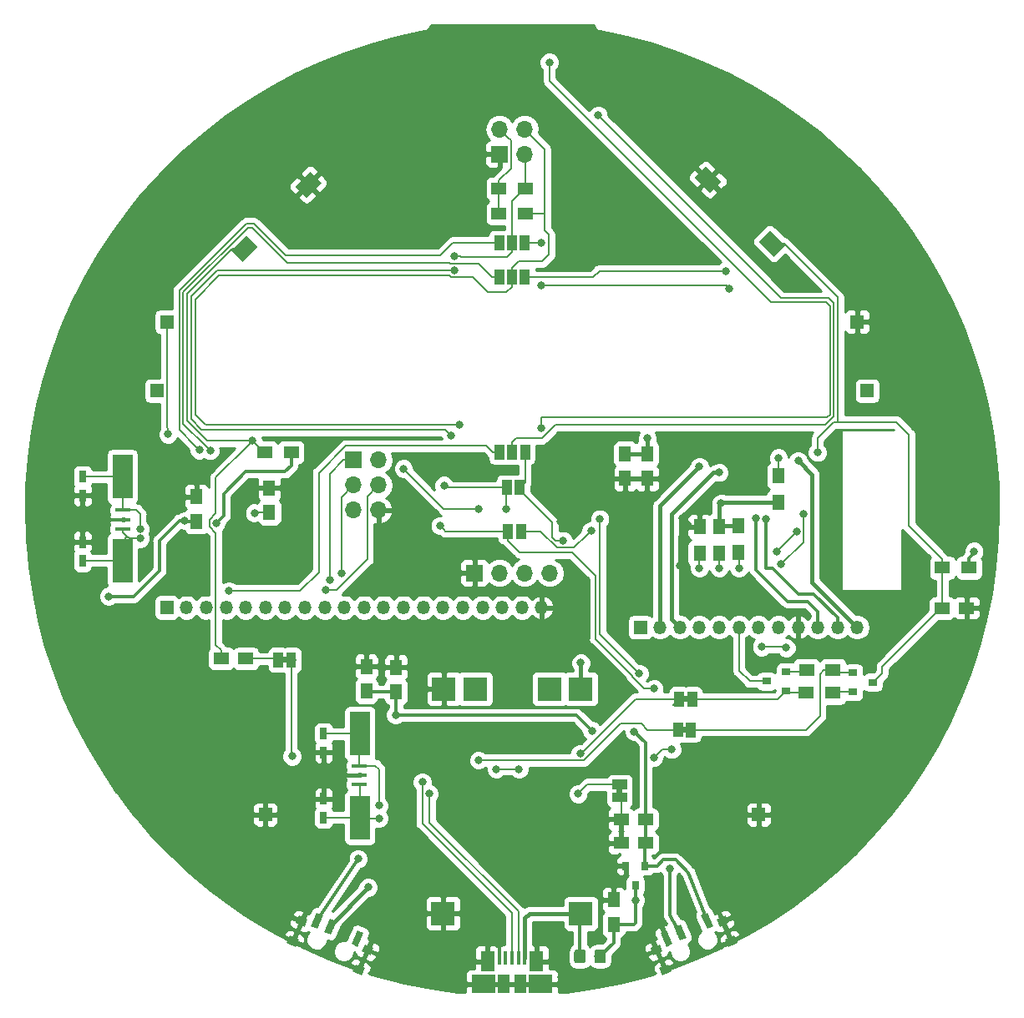
<source format=gbl>
G04 #@! TF.GenerationSoftware,KiCad,Pcbnew,(5.0.0)*
G04 #@! TF.CreationDate,2018-09-11T12:34:07+02:00*
G04 #@! TF.ProjectId,hal9k-badge,68616C396B2D62616467652E6B696361,rev?*
G04 #@! TF.SameCoordinates,PX5f5e100PY8f0d180*
G04 #@! TF.FileFunction,Copper,L2,Bot,Signal*
G04 #@! TF.FilePolarity,Positive*
%FSLAX46Y46*%
G04 Gerber Fmt 4.6, Leading zero omitted, Abs format (unit mm)*
G04 Created by KiCad (PCBNEW (5.0.0)) date 09/11/18 12:34:07*
%MOMM*%
%LPD*%
G01*
G04 APERTURE LIST*
G04 #@! TA.AperFunction,SMDPad,CuDef*
%ADD10R,1.250000X1.500000*%
G04 #@! TD*
G04 #@! TA.AperFunction,SMDPad,CuDef*
%ADD11R,1.500000X1.250000*%
G04 #@! TD*
G04 #@! TA.AperFunction,SMDPad,CuDef*
%ADD12R,0.750000X1.200000*%
G04 #@! TD*
G04 #@! TA.AperFunction,ComponentPad*
%ADD13O,1.700000X1.700000*%
G04 #@! TD*
G04 #@! TA.AperFunction,ComponentPad*
%ADD14R,1.700000X1.700000*%
G04 #@! TD*
G04 #@! TA.AperFunction,SMDPad,CuDef*
%ADD15R,1.000000X1.500000*%
G04 #@! TD*
G04 #@! TA.AperFunction,SMDPad,CuDef*
%ADD16C,1.000000*%
G04 #@! TD*
G04 #@! TA.AperFunction,Conductor*
%ADD17C,0.100000*%
G04 #@! TD*
G04 #@! TA.AperFunction,SMDPad,CuDef*
%ADD18R,1.500000X1.000000*%
G04 #@! TD*
G04 #@! TA.AperFunction,SMDPad,CuDef*
%ADD19R,2.400000X2.400000*%
G04 #@! TD*
G04 #@! TA.AperFunction,SMDPad,CuDef*
%ADD20R,1.300000X1.500000*%
G04 #@! TD*
G04 #@! TA.AperFunction,SMDPad,CuDef*
%ADD21R,1.500000X1.300000*%
G04 #@! TD*
G04 #@! TA.AperFunction,SMDPad,CuDef*
%ADD22R,0.800000X0.900000*%
G04 #@! TD*
G04 #@! TA.AperFunction,SMDPad,CuDef*
%ADD23R,1.600000X0.300000*%
G04 #@! TD*
G04 #@! TA.AperFunction,SMDPad,CuDef*
%ADD24C,1.150000*%
G04 #@! TD*
G04 #@! TA.AperFunction,SMDPad,CuDef*
%ADD25R,0.450000X1.380000*%
G04 #@! TD*
G04 #@! TA.AperFunction,SMDPad,CuDef*
%ADD26R,1.475000X2.100000*%
G04 #@! TD*
G04 #@! TA.AperFunction,SMDPad,CuDef*
%ADD27R,2.375000X1.900000*%
G04 #@! TD*
G04 #@! TA.AperFunction,SMDPad,CuDef*
%ADD28R,1.175000X1.900000*%
G04 #@! TD*
G04 #@! TA.AperFunction,ComponentPad*
%ADD29R,1.350000X1.350000*%
G04 #@! TD*
G04 #@! TA.AperFunction,ComponentPad*
%ADD30O,1.350000X1.350000*%
G04 #@! TD*
G04 #@! TA.AperFunction,SMDPad,CuDef*
%ADD31R,2.000000X4.500000*%
G04 #@! TD*
G04 #@! TA.AperFunction,SMDPad,CuDef*
%ADD32R,0.900000X0.800000*%
G04 #@! TD*
G04 #@! TA.AperFunction,SMDPad,CuDef*
%ADD33C,1.600000*%
G04 #@! TD*
G04 #@! TA.AperFunction,SMDPad,CuDef*
%ADD34C,0.800000*%
G04 #@! TD*
G04 #@! TA.AperFunction,SMDPad,CuDef*
%ADD35C,0.700000*%
G04 #@! TD*
G04 #@! TA.AperFunction,ViaPad*
%ADD36C,0.800000*%
G04 #@! TD*
G04 #@! TA.AperFunction,Conductor*
%ADD37C,0.400000*%
G04 #@! TD*
G04 #@! TA.AperFunction,Conductor*
%ADD38C,0.200000*%
G04 #@! TD*
G04 #@! TA.AperFunction,Conductor*
%ADD39C,0.300000*%
G04 #@! TD*
G04 #@! TA.AperFunction,Conductor*
%ADD40C,0.254000*%
G04 #@! TD*
G04 APERTURE END LIST*
D10*
G04 #@! TO.P,C1,1*
G04 #@! TO.N,+BATT*
X63700000Y55590000D03*
G04 #@! TO.P,C1,2*
G04 #@! TO.N,GND*
X63700000Y53090000D03*
G04 #@! TD*
G04 #@! TO.P,C2,1*
G04 #@! TO.N,+BATT*
X61460000Y55590000D03*
G04 #@! TO.P,C2,2*
G04 #@! TO.N,GND*
X61460000Y53090000D03*
G04 #@! TD*
G04 #@! TO.P,C3,1*
G04 #@! TO.N,+5V*
X60300000Y7850000D03*
G04 #@! TO.P,C3,2*
G04 #@! TO.N,GND*
X60300000Y10350000D03*
G04 #@! TD*
D11*
G04 #@! TO.P,C4,2*
G04 #@! TO.N,GND*
X61050000Y16100000D03*
G04 #@! TO.P,C4,1*
G04 #@! TO.N,+3V3*
X63550000Y16100000D03*
G04 #@! TD*
G04 #@! TO.P,C5,1*
G04 #@! TO.N,GND*
X96090000Y39960000D03*
G04 #@! TO.P,C5,2*
G04 #@! TO.N,ESP_RESET*
X93590000Y39960000D03*
G04 #@! TD*
D10*
G04 #@! TO.P,C6,2*
G04 #@! TO.N,GND*
X35240000Y34020000D03*
G04 #@! TO.P,C6,1*
G04 #@! TO.N,+3V3*
X35240000Y31520000D03*
G04 #@! TD*
G04 #@! TO.P,C7,2*
G04 #@! TO.N,GND*
X18000000Y51250000D03*
G04 #@! TO.P,C7,1*
G04 #@! TO.N,+BATT*
X18000000Y48750000D03*
G04 #@! TD*
G04 #@! TO.P,C8,1*
G04 #@! TO.N,+3V3*
X38250000Y31440000D03*
G04 #@! TO.P,C8,2*
G04 #@! TO.N,GND*
X38250000Y33940000D03*
G04 #@! TD*
G04 #@! TO.P,C9,1*
G04 #@! TO.N,ATMEGA_AREF*
X25400000Y49650000D03*
G04 #@! TO.P,C9,2*
G04 #@! TO.N,GND*
X25400000Y52150000D03*
G04 #@! TD*
D11*
G04 #@! TO.P,C10,2*
G04 #@! TO.N,FTDI_ATMEGA_DTR*
X23020000Y34820000D03*
G04 #@! TO.P,C10,1*
G04 #@! TO.N,ATMEGA_RESET*
X20520000Y34820000D03*
G04 #@! TD*
G04 #@! TO.P,C11,2*
G04 #@! TO.N,GND*
X61050000Y18500000D03*
G04 #@! TO.P,C11,1*
G04 #@! TO.N,+3V3*
X63550000Y18500000D03*
G04 #@! TD*
D12*
G04 #@! TO.P,C37,1*
G04 #@! TO.N,Net-(C37-Pad1)*
X30900000Y27200000D03*
G04 #@! TO.P,C37,2*
G04 #@! TO.N,GND*
X30900000Y25300000D03*
G04 #@! TD*
G04 #@! TO.P,C38,2*
G04 #@! TO.N,GND*
X30900000Y20600000D03*
G04 #@! TO.P,C38,1*
G04 #@! TO.N,Net-(C38-Pad1)*
X30900000Y18700000D03*
G04 #@! TD*
G04 #@! TO.P,C39,2*
G04 #@! TO.N,Net-(C39-Pad2)*
X6460000Y53270000D03*
G04 #@! TO.P,C39,1*
G04 #@! TO.N,GND*
X6460000Y51370000D03*
G04 #@! TD*
G04 #@! TO.P,C40,1*
G04 #@! TO.N,GND*
X6450000Y46650000D03*
G04 #@! TO.P,C40,2*
G04 #@! TO.N,Net-(C40-Pad2)*
X6450000Y44750000D03*
G04 #@! TD*
D13*
G04 #@! TO.P,J6,6*
G04 #@! TO.N,GND*
X36470000Y49880000D03*
G04 #@! TO.P,J6,5*
G04 #@! TO.N,ATMEGA_RESET*
X33930000Y49880000D03*
G04 #@! TO.P,J6,4*
G04 #@! TO.N,ATMEGA_11*
X36470000Y52420000D03*
G04 #@! TO.P,J6,3*
G04 #@! TO.N,ATMEGA_13*
X33930000Y52420000D03*
G04 #@! TO.P,J6,2*
G04 #@! TO.N,Net-(J6-Pad2)*
X36470000Y54960000D03*
D14*
G04 #@! TO.P,J6,1*
G04 #@! TO.N,ATMEGA_12*
X33930000Y54960000D03*
G04 #@! TD*
D13*
G04 #@! TO.P,J7,4*
G04 #@! TO.N,I2C_SDA*
X51270000Y88540000D03*
G04 #@! TO.P,J7,3*
G04 #@! TO.N,I2C_SCL*
X51270000Y86000000D03*
G04 #@! TO.P,J7,2*
G04 #@! TO.N,+BATT*
X48730000Y88540000D03*
D14*
G04 #@! TO.P,J7,1*
G04 #@! TO.N,GND*
X48730000Y86000000D03*
G04 #@! TD*
G04 #@! TO.P,J8,1*
G04 #@! TO.N,GND*
X46190000Y43500000D03*
D13*
G04 #@! TO.P,J8,2*
G04 #@! TO.N,+BATT*
X48730000Y43500000D03*
G04 #@! TO.P,J8,3*
G04 #@! TO.N,I2C_SCL*
X51270000Y43500000D03*
G04 #@! TO.P,J8,4*
G04 #@! TO.N,I2C_SDA*
X53810000Y43500000D03*
G04 #@! TD*
D15*
G04 #@! TO.P,JP1,2*
G04 #@! TO.N,FTDI_ESP_DTR*
X68250000Y30700000D03*
D16*
G04 #@! TO.P,JP1,1*
G04 #@! TO.N,CH340_ESP_DTR*
X66950000Y30700000D03*
D17*
G04 #@! TD*
G04 #@! TO.N,CH340_ESP_DTR*
G04 #@! TO.C,JP1*
G36*
X67450000Y31000000D02*
X67850000Y31000000D01*
X67850000Y30400000D01*
X67450000Y30400000D01*
X67450000Y29950000D01*
X66450000Y29950000D01*
X66450000Y31450000D01*
X67450000Y31450000D01*
X67450000Y31000000D01*
X67450000Y31000000D01*
G37*
D16*
G04 #@! TO.P,JP2,1*
G04 #@! TO.N,CH340_RTS*
X66850000Y27600000D03*
D17*
G04 #@! TD*
G04 #@! TO.N,CH340_RTS*
G04 #@! TO.C,JP2*
G36*
X67350000Y27900000D02*
X67750000Y27900000D01*
X67750000Y27300000D01*
X67350000Y27300000D01*
X67350000Y26850000D01*
X66350000Y26850000D01*
X66350000Y28350000D01*
X67350000Y28350000D01*
X67350000Y27900000D01*
X67350000Y27900000D01*
G37*
D15*
G04 #@! TO.P,JP2,2*
G04 #@! TO.N,FTDI_ESP_RTS*
X68150000Y27600000D03*
G04 #@! TD*
D16*
G04 #@! TO.P,JP3,1*
G04 #@! TO.N,CH340_ATMEGA_DTR*
X27610000Y34690000D03*
D17*
G04 #@! TD*
G04 #@! TO.N,CH340_ATMEGA_DTR*
G04 #@! TO.C,JP3*
G36*
X27110000Y34390000D02*
X26710000Y34390000D01*
X26710000Y34990000D01*
X27110000Y34990000D01*
X27110000Y35440000D01*
X28110000Y35440000D01*
X28110000Y33940000D01*
X27110000Y33940000D01*
X27110000Y34390000D01*
X27110000Y34390000D01*
G37*
D15*
G04 #@! TO.P,JP3,2*
G04 #@! TO.N,FTDI_ATMEGA_DTR*
X26310000Y34690000D03*
G04 #@! TD*
D18*
G04 #@! TO.P,JP4,2*
G04 #@! TO.N,Net-(JP4-Pad2)*
X60900000Y22050000D03*
D16*
G04 #@! TO.P,JP4,1*
G04 #@! TO.N,GND*
X60900000Y20750000D03*
D17*
G04 #@! TD*
G04 #@! TO.N,GND*
G04 #@! TO.C,JP4*
G36*
X60600000Y21250000D02*
X60600000Y21650000D01*
X61200000Y21650000D01*
X61200000Y21250000D01*
X61650000Y21250000D01*
X61650000Y20250000D01*
X60150000Y20250000D01*
X60150000Y21250000D01*
X60600000Y21250000D01*
X60600000Y21250000D01*
G37*
D19*
G04 #@! TO.P,M1,1*
G04 #@! TO.N,VCC*
X56980000Y8950000D03*
G04 #@! TO.P,M1,2*
G04 #@! TO.N,GND*
X43010000Y8950000D03*
G04 #@! TO.P,M1,3*
X43080000Y31750000D03*
G04 #@! TO.P,M1,4*
G04 #@! TO.N,Net-(M1-Pad4)*
X46280000Y31750000D03*
G04 #@! TO.P,M1,5*
G04 #@! TO.N,Net-(M1-Pad5)*
X53780000Y31750000D03*
G04 #@! TO.P,M1,6*
G04 #@! TO.N,Net-(M1-Pad6)*
X56980000Y31750000D03*
G04 #@! TD*
D20*
G04 #@! TO.P,R1,1*
G04 #@! TO.N,+BATT*
X77000000Y50650000D03*
G04 #@! TO.P,R1,2*
G04 #@! TO.N,ESP_CHPD*
X77000000Y53350000D03*
G04 #@! TD*
G04 #@! TO.P,R2,2*
G04 #@! TO.N,ESP_0*
X72960000Y45570000D03*
G04 #@! TO.P,R2,1*
G04 #@! TO.N,+BATT*
X72960000Y48270000D03*
G04 #@! TD*
G04 #@! TO.P,R3,1*
G04 #@! TO.N,+BATT*
X71000000Y48250000D03*
G04 #@! TO.P,R3,2*
G04 #@! TO.N,ESP_2*
X71000000Y45550000D03*
G04 #@! TD*
G04 #@! TO.P,R4,2*
G04 #@! TO.N,ESP_15*
X69010000Y45490000D03*
G04 #@! TO.P,R4,1*
G04 #@! TO.N,GND*
X69010000Y48190000D03*
G04 #@! TD*
D21*
G04 #@! TO.P,R5,2*
G04 #@! TO.N,Net-(Q1-Pad1)*
X82530000Y31330000D03*
G04 #@! TO.P,R5,1*
G04 #@! TO.N,FTDI_ESP_DTR*
X79830000Y31330000D03*
G04 #@! TD*
G04 #@! TO.P,R6,1*
G04 #@! TO.N,FTDI_ESP_RTS*
X82550000Y33660000D03*
G04 #@! TO.P,R6,2*
G04 #@! TO.N,Net-(Q2-Pad1)*
X79850000Y33660000D03*
G04 #@! TD*
G04 #@! TO.P,R9,1*
G04 #@! TO.N,ESP_RESET*
X93620000Y44030000D03*
G04 #@! TO.P,R9,2*
G04 #@! TO.N,+BATT*
X96320000Y44030000D03*
G04 #@! TD*
G04 #@! TO.P,R10,2*
G04 #@! TO.N,+BATT*
X27610000Y55760000D03*
G04 #@! TO.P,R10,1*
G04 #@! TO.N,ATMEGA_RESET*
X24910000Y55760000D03*
G04 #@! TD*
G04 #@! TO.P,R13,1*
G04 #@! TO.N,I2C_SCL*
X51350000Y82500000D03*
G04 #@! TO.P,R13,2*
G04 #@! TO.N,+BATT*
X48650000Y82500000D03*
G04 #@! TD*
G04 #@! TO.P,R14,2*
G04 #@! TO.N,+BATT*
X48650000Y80000000D03*
G04 #@! TO.P,R14,1*
G04 #@! TO.N,I2C_SDA*
X51350000Y80000000D03*
G04 #@! TD*
D22*
G04 #@! TO.P,U2,3*
G04 #@! TO.N,+5V*
X62500000Y11800000D03*
G04 #@! TO.P,U2,2*
G04 #@! TO.N,+3V3*
X63450000Y13800000D03*
G04 #@! TO.P,U2,1*
G04 #@! TO.N,GND*
X61550000Y13800000D03*
G04 #@! TD*
D23*
G04 #@! TO.P,Y1,1*
G04 #@! TO.N,Net-(C37-Pad1)*
X34530000Y23960000D03*
G04 #@! TO.P,Y1,2*
G04 #@! TO.N,GND*
X34530000Y23010000D03*
G04 #@! TO.P,Y1,3*
G04 #@! TO.N,Net-(C38-Pad1)*
X34530000Y22060000D03*
G04 #@! TD*
G04 #@! TO.P,Y2,3*
G04 #@! TO.N,Net-(C39-Pad2)*
X10550000Y49880000D03*
G04 #@! TO.P,Y2,2*
G04 #@! TO.N,GND*
X10550000Y48930000D03*
G04 #@! TO.P,Y2,1*
G04 #@! TO.N,Net-(C40-Pad2)*
X10550000Y47980000D03*
G04 #@! TD*
D17*
G04 #@! TO.N,+5V*
G04 #@! TO.C,D26*
G36*
X59274505Y5298796D02*
X59298773Y5295196D01*
X59322572Y5289235D01*
X59345671Y5280970D01*
X59367850Y5270480D01*
X59388893Y5257868D01*
X59408599Y5243253D01*
X59426777Y5226777D01*
X59443253Y5208599D01*
X59457868Y5188893D01*
X59470480Y5167850D01*
X59480970Y5145671D01*
X59489235Y5122572D01*
X59495196Y5098773D01*
X59498796Y5074505D01*
X59500000Y5050001D01*
X59500000Y4149999D01*
X59498796Y4125495D01*
X59495196Y4101227D01*
X59489235Y4077428D01*
X59480970Y4054329D01*
X59470480Y4032150D01*
X59457868Y4011107D01*
X59443253Y3991401D01*
X59426777Y3973223D01*
X59408599Y3956747D01*
X59388893Y3942132D01*
X59367850Y3929520D01*
X59345671Y3919030D01*
X59322572Y3910765D01*
X59298773Y3904804D01*
X59274505Y3901204D01*
X59250001Y3900000D01*
X58599999Y3900000D01*
X58575495Y3901204D01*
X58551227Y3904804D01*
X58527428Y3910765D01*
X58504329Y3919030D01*
X58482150Y3929520D01*
X58461107Y3942132D01*
X58441401Y3956747D01*
X58423223Y3973223D01*
X58406747Y3991401D01*
X58392132Y4011107D01*
X58379520Y4032150D01*
X58369030Y4054329D01*
X58360765Y4077428D01*
X58354804Y4101227D01*
X58351204Y4125495D01*
X58350000Y4149999D01*
X58350000Y5050001D01*
X58351204Y5074505D01*
X58354804Y5098773D01*
X58360765Y5122572D01*
X58369030Y5145671D01*
X58379520Y5167850D01*
X58392132Y5188893D01*
X58406747Y5208599D01*
X58423223Y5226777D01*
X58441401Y5243253D01*
X58461107Y5257868D01*
X58482150Y5270480D01*
X58504329Y5280970D01*
X58527428Y5289235D01*
X58551227Y5295196D01*
X58575495Y5298796D01*
X58599999Y5300000D01*
X59250001Y5300000D01*
X59274505Y5298796D01*
X59274505Y5298796D01*
G37*
D24*
G04 #@! TD*
G04 #@! TO.P,D26,1*
G04 #@! TO.N,+5V*
X58925000Y4600000D03*
D17*
G04 #@! TO.N,VCC*
G04 #@! TO.C,D26*
G36*
X57224505Y5298796D02*
X57248773Y5295196D01*
X57272572Y5289235D01*
X57295671Y5280970D01*
X57317850Y5270480D01*
X57338893Y5257868D01*
X57358599Y5243253D01*
X57376777Y5226777D01*
X57393253Y5208599D01*
X57407868Y5188893D01*
X57420480Y5167850D01*
X57430970Y5145671D01*
X57439235Y5122572D01*
X57445196Y5098773D01*
X57448796Y5074505D01*
X57450000Y5050001D01*
X57450000Y4149999D01*
X57448796Y4125495D01*
X57445196Y4101227D01*
X57439235Y4077428D01*
X57430970Y4054329D01*
X57420480Y4032150D01*
X57407868Y4011107D01*
X57393253Y3991401D01*
X57376777Y3973223D01*
X57358599Y3956747D01*
X57338893Y3942132D01*
X57317850Y3929520D01*
X57295671Y3919030D01*
X57272572Y3910765D01*
X57248773Y3904804D01*
X57224505Y3901204D01*
X57200001Y3900000D01*
X56549999Y3900000D01*
X56525495Y3901204D01*
X56501227Y3904804D01*
X56477428Y3910765D01*
X56454329Y3919030D01*
X56432150Y3929520D01*
X56411107Y3942132D01*
X56391401Y3956747D01*
X56373223Y3973223D01*
X56356747Y3991401D01*
X56342132Y4011107D01*
X56329520Y4032150D01*
X56319030Y4054329D01*
X56310765Y4077428D01*
X56304804Y4101227D01*
X56301204Y4125495D01*
X56300000Y4149999D01*
X56300000Y5050001D01*
X56301204Y5074505D01*
X56304804Y5098773D01*
X56310765Y5122572D01*
X56319030Y5145671D01*
X56329520Y5167850D01*
X56342132Y5188893D01*
X56356747Y5208599D01*
X56373223Y5226777D01*
X56391401Y5243253D01*
X56411107Y5257868D01*
X56432150Y5270480D01*
X56454329Y5280970D01*
X56477428Y5289235D01*
X56501227Y5295196D01*
X56525495Y5298796D01*
X56549999Y5300000D01*
X57200001Y5300000D01*
X57224505Y5298796D01*
X57224505Y5298796D01*
G37*
D24*
G04 #@! TD*
G04 #@! TO.P,D26,2*
G04 #@! TO.N,VCC*
X56875000Y4600000D03*
D25*
G04 #@! TO.P,J5,1*
G04 #@! TO.N,VCC*
X51300000Y4460000D03*
G04 #@! TO.P,J5,2*
G04 #@! TO.N,Net-(J5-Pad2)*
X50650000Y4460000D03*
G04 #@! TO.P,J5,3*
G04 #@! TO.N,Net-(J5-Pad3)*
X50000000Y4460000D03*
G04 #@! TO.P,J5,4*
G04 #@! TO.N,Net-(J5-Pad4)*
X49350000Y4460000D03*
G04 #@! TO.P,J5,5*
G04 #@! TO.N,GND*
X48700000Y4460000D03*
D26*
G04 #@! TO.P,J5,6*
X52462500Y4100000D03*
X47537500Y4100000D03*
D27*
X52910000Y1800000D03*
X47090000Y1800000D03*
D28*
X50840000Y1800000D03*
X49160000Y1800000D03*
G04 #@! TD*
D15*
G04 #@! TO.P,JP5,1*
G04 #@! TO.N,ATMEGA_A4_SDA*
X48700000Y73500000D03*
G04 #@! TO.P,JP5,2*
G04 #@! TO.N,I2C_SDA*
X50000000Y73500000D03*
G04 #@! TO.P,JP5,3*
G04 #@! TO.N,ESP_4_SDA*
X51300000Y73500000D03*
G04 #@! TD*
G04 #@! TO.P,JP6,3*
G04 #@! TO.N,ESP_RX*
X51310000Y55790000D03*
G04 #@! TO.P,JP6,2*
G04 #@! TO.N,WS2812B_Din*
X50010000Y55790000D03*
G04 #@! TO.P,JP6,1*
G04 #@! TO.N,ATMEGA_6*
X48710000Y55790000D03*
G04 #@! TD*
G04 #@! TO.P,JP7,3*
G04 #@! TO.N,ESP_5_SCL*
X51300000Y77000000D03*
G04 #@! TO.P,JP7,2*
G04 #@! TO.N,I2C_SCL*
X50000000Y77000000D03*
G04 #@! TO.P,JP7,1*
G04 #@! TO.N,ATMEGA_A5_SCL*
X48700000Y77000000D03*
G04 #@! TD*
D29*
G04 #@! TO.P,J1,1*
G04 #@! TO.N,Net-(D25-Pad2)*
X15000000Y69000000D03*
G04 #@! TD*
G04 #@! TO.P,J2,1*
G04 #@! TO.N,+BATT*
X14000000Y62000000D03*
G04 #@! TD*
G04 #@! TO.P,J3,1*
G04 #@! TO.N,GND*
X85000000Y69000000D03*
G04 #@! TD*
G04 #@! TO.P,J4,1*
G04 #@! TO.N,WS2812B_Dout*
X86000000Y62000000D03*
G04 #@! TD*
G04 #@! TO.P,J13,1*
G04 #@! TO.N,GND*
X25000000Y19000000D03*
G04 #@! TD*
G04 #@! TO.P,J14,1*
G04 #@! TO.N,GND*
X75000000Y19000000D03*
G04 #@! TD*
D15*
G04 #@! TO.P,JP8,1*
G04 #@! TO.N,ESP_RX*
X50770000Y52170000D03*
G04 #@! TO.P,JP8,2*
G04 #@! TO.N,ATMEGA_TX*
X49470000Y52170000D03*
G04 #@! TD*
G04 #@! TO.P,JP9,2*
G04 #@! TO.N,ATMEGA_RX*
X49610000Y47740000D03*
G04 #@! TO.P,JP9,1*
G04 #@! TO.N,ESP_TX*
X50910000Y47740000D03*
G04 #@! TD*
D29*
G04 #@! TO.P,J15,1*
G04 #@! TO.N,ATMEGA_2*
X15000000Y40000000D03*
D30*
G04 #@! TO.P,J15,2*
G04 #@! TO.N,ATMEGA_3*
X17000000Y40000000D03*
G04 #@! TO.P,J15,3*
G04 #@! TO.N,ATMEGA_4*
X19000000Y40000000D03*
G04 #@! TO.P,J15,4*
G04 #@! TO.N,ATMEGA_5*
X21000000Y40000000D03*
G04 #@! TO.P,J15,5*
G04 #@! TO.N,ATMEGA_6*
X23000000Y40000000D03*
G04 #@! TO.P,J15,6*
G04 #@! TO.N,ATMEGA_7*
X25000000Y40000000D03*
G04 #@! TO.P,J15,7*
G04 #@! TO.N,ATMEGA_8*
X27000000Y40000000D03*
G04 #@! TO.P,J15,8*
G04 #@! TO.N,ATMEGA_9*
X29000000Y40000000D03*
G04 #@! TO.P,J15,9*
G04 #@! TO.N,ATMEGA_10*
X31000000Y40000000D03*
G04 #@! TO.P,J15,10*
G04 #@! TO.N,ATMEGA_11*
X33000000Y40000000D03*
G04 #@! TO.P,J15,11*
G04 #@! TO.N,ATMEGA_12*
X35000000Y40000000D03*
G04 #@! TO.P,J15,12*
G04 #@! TO.N,ATMEGA_13*
X37000000Y40000000D03*
G04 #@! TO.P,J15,13*
G04 #@! TO.N,ATMEGA_A0*
X39000000Y40000000D03*
G04 #@! TO.P,J15,14*
G04 #@! TO.N,ATMEGA_A1*
X41000000Y40000000D03*
G04 #@! TO.P,J15,15*
G04 #@! TO.N,ATMEGA_A2*
X43000000Y40000000D03*
G04 #@! TO.P,J15,16*
G04 #@! TO.N,ATMEGA_A3*
X45000000Y40000000D03*
G04 #@! TO.P,J15,17*
G04 #@! TO.N,ATMEGA_A4_SDA*
X47000000Y40000000D03*
G04 #@! TO.P,J15,18*
G04 #@! TO.N,ATMEGA_A5_SCL*
X49000000Y40000000D03*
G04 #@! TO.P,J15,19*
G04 #@! TO.N,+BATT*
X51000000Y40000000D03*
G04 #@! TO.P,J15,20*
G04 #@! TO.N,GND*
X53000000Y40000000D03*
G04 #@! TD*
D29*
G04 #@! TO.P,J16,1*
G04 #@! TO.N,+BATT*
X63000000Y38000000D03*
D30*
G04 #@! TO.P,J16,2*
G04 #@! TO.N,ESP_13*
X65000000Y38000000D03*
G04 #@! TO.P,J16,3*
G04 #@! TO.N,ESP_12*
X67000000Y38000000D03*
G04 #@! TO.P,J16,4*
G04 #@! TO.N,ESP_15*
X69000000Y38000000D03*
G04 #@! TO.P,J16,5*
G04 #@! TO.N,ESP_2*
X71000000Y38000000D03*
G04 #@! TO.P,J16,6*
G04 #@! TO.N,ESP_0*
X73000000Y38000000D03*
G04 #@! TO.P,J16,7*
G04 #@! TO.N,ESP_4_SDA*
X75000000Y38000000D03*
G04 #@! TO.P,J16,8*
G04 #@! TO.N,ESP_5_SCL*
X77000000Y38000000D03*
G04 #@! TO.P,J16,9*
G04 #@! TO.N,GND*
X79000000Y38000000D03*
G04 #@! TO.P,J16,10*
G04 #@! TO.N,ESP_14*
X81000000Y38000000D03*
G04 #@! TO.P,J16,11*
G04 #@! TO.N,ESP_16*
X83000000Y38000000D03*
G04 #@! TO.P,J16,12*
G04 #@! TO.N,ESP_ADC*
X85000000Y38000000D03*
G04 #@! TD*
D31*
G04 #@! TO.P,Y3,2*
G04 #@! TO.N,Net-(C37-Pad1)*
X34580000Y27200000D03*
G04 #@! TO.P,Y3,1*
G04 #@! TO.N,Net-(C38-Pad1)*
X34580000Y18700000D03*
G04 #@! TD*
G04 #@! TO.P,Y4,1*
G04 #@! TO.N,Net-(C39-Pad2)*
X10500000Y53270000D03*
G04 #@! TO.P,Y4,2*
G04 #@! TO.N,Net-(C40-Pad2)*
X10500000Y44770000D03*
G04 #@! TD*
D32*
G04 #@! TO.P,Q1,3*
G04 #@! TO.N,ESP_RESET*
X86560000Y32410000D03*
G04 #@! TO.P,Q1,2*
G04 #@! TO.N,FTDI_ESP_RTS*
X84560000Y33360000D03*
G04 #@! TO.P,Q1,1*
G04 #@! TO.N,Net-(Q1-Pad1)*
X84560000Y31460000D03*
G04 #@! TD*
G04 #@! TO.P,Q2,1*
G04 #@! TO.N,Net-(Q2-Pad1)*
X77800000Y33470000D03*
G04 #@! TO.P,Q2,2*
G04 #@! TO.N,FTDI_ESP_DTR*
X77800000Y31570000D03*
G04 #@! TO.P,Q2,3*
G04 #@! TO.N,ESP_0*
X75800000Y32520000D03*
G04 #@! TD*
D33*
G04 #@! TO.P,S1,1*
G04 #@! TO.N,GND*
X69844380Y83415620D03*
D17*
G04 #@! TD*
G04 #@! TO.N,GND*
G04 #@! TO.C,S1*
G36*
X68507948Y83620681D02*
X69639319Y84752052D01*
X71180812Y83210559D01*
X70049441Y82079188D01*
X68507948Y83620681D01*
X68507948Y83620681D01*
G37*
D33*
G04 #@! TO.P,S1,2*
G04 #@! TO.N,ESP_RESET*
X76335620Y76924380D03*
D17*
G04 #@! TD*
G04 #@! TO.N,ESP_RESET*
G04 #@! TO.C,S1*
G36*
X74999188Y77129441D02*
X76130559Y78260812D01*
X77672052Y76719319D01*
X76540681Y75587948D01*
X74999188Y77129441D01*
X74999188Y77129441D01*
G37*
D34*
G04 #@! TO.P,S2,*
G04 #@! TO.N,GND*
X71336245Y8170741D03*
D17*
G04 #@! TD*
G04 #@! TO.N,GND*
G04 #@! TO.C,S2*
G36*
X71635275Y8736940D02*
X71954275Y8003292D01*
X71037215Y7604542D01*
X70718215Y8338190D01*
X71635275Y8736940D01*
X71635275Y8736940D01*
G37*
D34*
G04 #@! TO.P,S2,*
G04 #@! TO.N,GND*
X64641706Y5259873D03*
D17*
G04 #@! TD*
G04 #@! TO.N,GND*
G04 #@! TO.C,S2*
G36*
X64940736Y5826072D02*
X65259736Y5092424D01*
X64342676Y4693674D01*
X64023676Y5427322D01*
X64940736Y5826072D01*
X64940736Y5826072D01*
G37*
D34*
G04 #@! TO.P,S2,*
G04 #@! TO.N,GND*
X65522942Y3233170D03*
D17*
G04 #@! TD*
G04 #@! TO.N,GND*
G04 #@! TO.C,S2*
G36*
X65821972Y3799369D02*
X66140972Y3065721D01*
X65223912Y2666971D01*
X64904912Y3400619D01*
X65821972Y3799369D01*
X65821972Y3799369D01*
G37*
D34*
G04 #@! TO.P,S2,*
G04 #@! TO.N,GND*
X72217480Y6144038D03*
D17*
G04 #@! TD*
G04 #@! TO.N,GND*
G04 #@! TO.C,S2*
G36*
X72516510Y6710237D02*
X72835510Y5976589D01*
X71918450Y5577839D01*
X71599450Y6311487D01*
X72516510Y6710237D01*
X72516510Y6710237D01*
G37*
D35*
G04 #@! TO.P,S2,3*
G04 #@! TO.N,GND*
X65666405Y6414211D03*
D17*
G04 #@! TD*
G04 #@! TO.N,GND*
G04 #@! TO.C,S2*
G36*
X65688314Y7241568D02*
X66286438Y5865978D01*
X65644496Y5586854D01*
X65046372Y6962444D01*
X65688314Y7241568D01*
X65688314Y7241568D01*
G37*
D35*
G04 #@! TO.P,S2,2*
G04 #@! TO.N,Net-(S2-Pad2)*
X67041994Y7012334D03*
D17*
G04 #@! TD*
G04 #@! TO.N,Net-(S2-Pad2)*
G04 #@! TO.C,S2*
G36*
X67063903Y7839691D02*
X67662027Y6464101D01*
X67020085Y6184977D01*
X66421961Y7560567D01*
X67063903Y7839691D01*
X67063903Y7839691D01*
G37*
D35*
G04 #@! TO.P,S2,1*
G04 #@! TO.N,+3V3*
X69793174Y8208581D03*
D17*
G04 #@! TD*
G04 #@! TO.N,+3V3*
G04 #@! TO.C,S2*
G36*
X69815083Y9035938D02*
X70413207Y7660348D01*
X69771265Y7381224D01*
X69173141Y8756814D01*
X69815083Y9035938D01*
X69815083Y9035938D01*
G37*
D33*
G04 #@! TO.P,S3,2*
G04 #@! TO.N,ATMEGA_RESET*
X22864380Y76414380D03*
D17*
G04 #@! TD*
G04 #@! TO.N,ATMEGA_RESET*
G04 #@! TO.C,S3*
G36*
X23069441Y77750812D02*
X24200812Y76619441D01*
X22659319Y75077948D01*
X21527948Y76209319D01*
X23069441Y77750812D01*
X23069441Y77750812D01*
G37*
D33*
G04 #@! TO.P,S3,1*
G04 #@! TO.N,GND*
X29355620Y82905620D03*
D17*
G04 #@! TD*
G04 #@! TO.N,GND*
G04 #@! TO.C,S3*
G36*
X29560681Y84242052D02*
X30692052Y83110681D01*
X29150559Y81569188D01*
X28019188Y82700559D01*
X29560681Y84242052D01*
X29560681Y84242052D01*
G37*
D35*
G04 #@! TO.P,S4,1*
G04 #@! TO.N,Net-(S4-Pad1)*
X34333595Y6414211D03*
D17*
G04 #@! TD*
G04 #@! TO.N,Net-(S4-Pad1)*
G04 #@! TO.C,S4*
G36*
X34953628Y6962444D02*
X34355504Y5586854D01*
X33713562Y5865978D01*
X34311686Y7241568D01*
X34953628Y6962444D01*
X34953628Y6962444D01*
G37*
D35*
G04 #@! TO.P,S4,2*
G04 #@! TO.N,+BATT*
X31582416Y7610458D03*
D17*
G04 #@! TD*
G04 #@! TO.N,+BATT*
G04 #@! TO.C,S4*
G36*
X32202449Y8158691D02*
X31604325Y6783101D01*
X30962383Y7062225D01*
X31560507Y8437815D01*
X32202449Y8158691D01*
X32202449Y8158691D01*
G37*
D35*
G04 #@! TO.P,S4,3*
G04 #@! TO.N,Net-(M1-Pad6)*
X30206826Y8208581D03*
D17*
G04 #@! TD*
G04 #@! TO.N,Net-(M1-Pad6)*
G04 #@! TO.C,S4*
G36*
X30826859Y8756814D02*
X30228735Y7381224D01*
X29586793Y7660348D01*
X30184917Y9035938D01*
X30826859Y8756814D01*
X30826859Y8756814D01*
G37*
D34*
G04 #@! TO.P,S4,*
G04 #@! TO.N,GND*
X34477058Y3233170D03*
D17*
G04 #@! TD*
G04 #@! TO.N,GND*
G04 #@! TO.C,S4*
G36*
X35095088Y3400619D02*
X34776088Y2666971D01*
X33859028Y3065721D01*
X34178028Y3799369D01*
X35095088Y3400619D01*
X35095088Y3400619D01*
G37*
D34*
G04 #@! TO.P,S4,*
G04 #@! TO.N,GND*
X27782520Y6144038D03*
D17*
G04 #@! TD*
G04 #@! TO.N,GND*
G04 #@! TO.C,S4*
G36*
X28400550Y6311487D02*
X28081550Y5577839D01*
X27164490Y5976589D01*
X27483490Y6710237D01*
X28400550Y6311487D01*
X28400550Y6311487D01*
G37*
D34*
G04 #@! TO.P,S4,*
G04 #@! TO.N,GND*
X28663755Y8170741D03*
D17*
G04 #@! TD*
G04 #@! TO.N,GND*
G04 #@! TO.C,S4*
G36*
X29281785Y8338190D02*
X28962785Y7604542D01*
X28045725Y8003292D01*
X28364725Y8736940D01*
X29281785Y8338190D01*
X29281785Y8338190D01*
G37*
D34*
G04 #@! TO.P,S4,*
G04 #@! TO.N,GND*
X35358294Y5259873D03*
D17*
G04 #@! TD*
G04 #@! TO.N,GND*
G04 #@! TO.C,S4*
G36*
X35976324Y5427322D02*
X35657324Y4693674D01*
X34740264Y5092424D01*
X35059264Y5826072D01*
X35976324Y5427322D01*
X35976324Y5427322D01*
G37*
D36*
G04 #@! TO.N,GND*
X67000000Y44200000D03*
X67300000Y49100000D03*
X57800000Y95754022D03*
X69400000Y92168363D03*
X79600000Y85745135D03*
X87901915Y76800000D03*
X93535237Y66100000D03*
X96215399Y54300000D03*
X95754022Y42200000D03*
X92168363Y30600000D03*
X85745135Y20400000D03*
X76800000Y12098085D03*
X62900000Y4700000D03*
X55000000Y2500000D03*
X42200000Y4245978D03*
X26600000Y8300000D03*
X20300000Y14320443D03*
X12100000Y23197854D03*
X6464763Y33900000D03*
X3763811Y45800000D03*
X4245978Y57800000D03*
X7864625Y69500000D03*
X14254865Y79600000D03*
X23197854Y87900000D03*
X33900000Y93535237D03*
X45700000Y96215399D03*
X57400000Y19200000D03*
X52200000Y11000000D03*
X41000000Y27800000D03*
X54910000Y48740000D03*
X15370000Y49570000D03*
X15560000Y51280000D03*
X24740000Y47000000D03*
X23780000Y50930000D03*
X61070000Y41690000D03*
X56710000Y39810000D03*
X90860000Y43270000D03*
X91370000Y50220000D03*
G04 #@! TO.N,+BATT*
X71200000Y50600000D03*
X35400000Y11600000D03*
X63710000Y57190000D03*
X16840000Y48800000D03*
X20020000Y48570000D03*
X9100000Y41130000D03*
X96830000Y45710000D03*
G04 #@! TO.N,+5V*
X62500000Y10300000D03*
G04 #@! TO.N,+3V3*
X62400000Y27400000D03*
X38200000Y29100000D03*
X58100000Y27500000D03*
G04 #@! TO.N,ESP_RESET*
X80960000Y55730000D03*
G04 #@! TO.N,ATMEGA_AREF*
X23900000Y49600000D03*
G04 #@! TO.N,ATMEGA_RESET*
X23700000Y56900000D03*
G04 #@! TO.N,Net-(C37-Pad1)*
X36500000Y19900000D03*
G04 #@! TO.N,Net-(C38-Pad1)*
X36500000Y18600000D03*
G04 #@! TO.N,Net-(C39-Pad2)*
X12300000Y48000000D03*
G04 #@! TO.N,Net-(C40-Pad2)*
X12322319Y47000237D03*
G04 #@! TO.N,Net-(D25-Pad2)*
X39000000Y54100000D03*
X46580023Y50019987D03*
X15142384Y57577616D03*
G04 #@! TO.N,Net-(J5-Pad3)*
X40900000Y22300000D03*
G04 #@! TO.N,Net-(J5-Pad2)*
X41600000Y21100000D03*
G04 #@! TO.N,ATMEGA_11*
X31105925Y41799989D03*
G04 #@! TO.N,ATMEGA_13*
X32700167Y43500000D03*
G04 #@! TO.N,ATMEGA_12*
X31500000Y42800000D03*
G04 #@! TO.N,I2C_SCL*
X43830000Y57460000D03*
X44180000Y74230000D03*
X44170000Y75630011D03*
G04 #@! TO.N,I2C_SDA*
X44640000Y58530000D03*
G04 #@! TO.N,ESP_RX*
X55200000Y46800000D03*
X64400000Y24800000D03*
X66200000Y25600000D03*
G04 #@! TO.N,ESP_TX*
X58000000Y47800000D03*
X75300000Y36000000D03*
X77800000Y35900000D03*
G04 #@! TO.N,ATMEGA_RX*
X42700010Y48299990D03*
X64400000Y31800000D03*
G04 #@! TO.N,ATMEGA_TX*
X43099990Y52408499D03*
X62900000Y33300000D03*
X58900000Y49000000D03*
X49400000Y50000000D03*
G04 #@! TO.N,CH340_ESP_DTR*
X56900000Y25200000D03*
G04 #@! TO.N,CH340_RTS*
X46600000Y24500000D03*
G04 #@! TO.N,CH340_ATMEGA_DTR*
X27700000Y24900000D03*
G04 #@! TO.N,Net-(JP4-Pad2)*
X56700000Y21100000D03*
G04 #@! TO.N,ESP_4_SDA*
X71670000Y74150000D03*
X78840000Y47720000D03*
X76810000Y45690000D03*
G04 #@! TO.N,ATMEGA_A4_SDA*
X19390000Y55910000D03*
G04 #@! TO.N,ATMEGA_6*
X21300000Y41700000D03*
G04 #@! TO.N,WS2812B_Din*
X58740000Y89960000D03*
G04 #@! TO.N,ATMEGA_A5_SCL*
X18300010Y55980000D03*
G04 #@! TO.N,ESP_5_SCL*
X72020000Y72390000D03*
X79540000Y49480000D03*
X77300000Y44410000D03*
X52960000Y76980000D03*
X52980000Y72680000D03*
G04 #@! TO.N,Net-(M1-Pad6)*
X56980000Y34380000D03*
X34400000Y14500000D03*
G04 #@! TO.N,ESP_0*
X73000000Y44000000D03*
G04 #@! TO.N,ESP_CHPD*
X77000000Y55200000D03*
G04 #@! TO.N,ESP_2*
X71000000Y44000000D03*
G04 #@! TO.N,ESP_15*
X69000000Y44000000D03*
G04 #@! TO.N,Net-(S2-Pad2)*
X66000000Y13500000D03*
G04 #@! TO.N,ESP_13*
X69000000Y54300000D03*
G04 #@! TO.N,ESP_12*
X71000000Y53700000D03*
G04 #@! TO.N,ESP_14*
X74700000Y49100000D03*
G04 #@! TO.N,ESP_16*
X75700000Y49000000D03*
G04 #@! TO.N,ESP_ADC*
X79000000Y54900000D03*
G04 #@! TO.N,CH340_DTR*
X48400000Y23600000D03*
X50700000Y23600000D03*
G04 #@! TO.N,Net-(D24-Pad2)*
X53780000Y95320000D03*
X52950000Y58170000D03*
G04 #@! TD*
D37*
G04 #@! TO.N,GND*
X67000000Y47230000D02*
X67000000Y44200000D01*
X69010000Y48190000D02*
X67960000Y48190000D01*
X67960000Y48190000D02*
X67000000Y47230000D01*
X63700000Y53090000D02*
X61460000Y53090000D01*
X67960000Y48190000D02*
X67960000Y48440000D01*
X67960000Y48440000D02*
X67300000Y49100000D01*
X63750000Y53040000D02*
X63700000Y53090000D01*
D38*
X61050000Y20600000D02*
X60900000Y20750000D01*
X61050000Y18500000D02*
X61050000Y20600000D01*
D39*
X48700000Y5450000D02*
X48150000Y6000000D01*
X48700000Y4460000D02*
X48700000Y5450000D01*
X65666405Y6733595D02*
X65666405Y6414211D01*
D37*
G04 #@! TO.N,+BATT*
X77000000Y50650000D02*
X73050000Y50650000D01*
X73050000Y50650000D02*
X71250000Y50650000D01*
X71250000Y50650000D02*
X71200000Y50600000D01*
X71000000Y50400000D02*
X71200000Y50600000D01*
X71000000Y48250000D02*
X71000000Y50400000D01*
X71020000Y48270000D02*
X71000000Y48250000D01*
X72960000Y48270000D02*
X71020000Y48270000D01*
X61460000Y55590000D02*
X63700000Y55590000D01*
X31582416Y7610458D02*
X31582416Y7782416D01*
X31582416Y7782416D02*
X35400000Y11600000D01*
X63700000Y55590000D02*
X63700000Y57180000D01*
X63700000Y57180000D02*
X63710000Y57190000D01*
D39*
X16890000Y48750000D02*
X16840000Y48800000D01*
X18000000Y48750000D02*
X16890000Y48750000D01*
X27610000Y55760000D02*
X27610000Y54400000D01*
X27610000Y54400000D02*
X27000000Y53790000D01*
X27000000Y53790000D02*
X23010000Y53790000D01*
X23010000Y53790000D02*
X20780000Y51560000D01*
X20780000Y49330000D02*
X20020000Y48570000D01*
X20780000Y51560000D02*
X20780000Y49330000D01*
X16274315Y48800000D02*
X14250000Y46775685D01*
X16840000Y48800000D02*
X16274315Y48800000D01*
X14250000Y46775685D02*
X14250000Y43720000D01*
X14250000Y43720000D02*
X11660000Y41130000D01*
X11660000Y41130000D02*
X9100000Y41130000D01*
X96320000Y44980000D02*
X96830000Y45490000D01*
X96320000Y44030000D02*
X96320000Y44980000D01*
X96830000Y45490000D02*
X96830000Y45710000D01*
D38*
X48650000Y80850000D02*
X48650000Y82500000D01*
X48650000Y80000000D02*
X48650000Y80850000D01*
X49579999Y87690001D02*
X48730000Y88540000D01*
X49880001Y87389999D02*
X49579999Y87690001D01*
X49880001Y84580001D02*
X49880001Y87389999D01*
X48650000Y83350000D02*
X49880001Y84580001D01*
X48650000Y82500000D02*
X48650000Y83350000D01*
D39*
G04 #@! TO.N,+5V*
X62350000Y7850000D02*
X60300000Y7850000D01*
X62500000Y8000000D02*
X62350000Y7850000D01*
X60300000Y5975000D02*
X58925000Y4600000D01*
X60300000Y7850000D02*
X60300000Y5975000D01*
X62500000Y11800000D02*
X62500000Y10300000D01*
X62500000Y10300000D02*
X62500000Y8000000D01*
G04 #@! TO.N,+3V3*
X63450000Y16000000D02*
X63550000Y16100000D01*
X63450000Y13800000D02*
X63450000Y16000000D01*
X63550000Y16100000D02*
X63550000Y18500000D01*
X63550000Y26250000D02*
X63550000Y18500000D01*
X62400000Y27400000D02*
X63550000Y26250000D01*
X38250000Y29150000D02*
X38200000Y29100000D01*
X38250000Y31440000D02*
X38250000Y29150000D01*
X35320000Y31440000D02*
X35240000Y31520000D01*
X38250000Y31440000D02*
X35320000Y31440000D01*
X38200000Y29100000D02*
X56500000Y29100000D01*
X56500000Y29100000D02*
X58100000Y27500000D01*
X67880000Y13090000D02*
X69793174Y8208581D01*
X66550000Y14420000D02*
X67880000Y13090000D01*
X65340000Y14420000D02*
X66550000Y14420000D01*
X63450000Y13800000D02*
X64720000Y13800000D01*
X64720000Y13800000D02*
X65340000Y14420000D01*
D38*
G04 #@! TO.N,ESP_RESET*
X93465000Y39960000D02*
X93590000Y39960000D01*
X87530000Y34025000D02*
X93465000Y39960000D01*
X77566991Y76924380D02*
X76335620Y76924380D01*
X83020032Y71471339D02*
X77566991Y76924380D01*
X83020032Y58809968D02*
X83020032Y71471339D01*
X93620000Y44880000D02*
X90200000Y48300000D01*
X93620000Y44030000D02*
X93620000Y44880000D01*
X90200000Y48300000D02*
X90200000Y57564280D01*
X90200000Y57564280D02*
X88964280Y58800000D01*
X88964280Y58800000D02*
X83030000Y58800000D01*
X83030000Y58800000D02*
X83020032Y58809968D01*
X82575680Y58800000D02*
X80960000Y57184320D01*
X83030000Y58800000D02*
X82575680Y58800000D01*
X80960000Y57184320D02*
X80960000Y55730000D01*
X93620000Y39990000D02*
X93590000Y39960000D01*
X93620000Y44030000D02*
X93620000Y39990000D01*
X87530000Y33330000D02*
X87530000Y34025000D01*
X86610000Y32410000D02*
X87530000Y33330000D01*
X86560000Y32410000D02*
X86610000Y32410000D01*
G04 #@! TO.N,ATMEGA_AREF*
X25400000Y49650000D02*
X23950000Y49650000D01*
X23950000Y49650000D02*
X23900000Y49600000D01*
G04 #@! TO.N,FTDI_ATMEGA_DTR*
X23150000Y34690000D02*
X23020000Y34820000D01*
X26180000Y34820000D02*
X26310000Y34690000D01*
X23020000Y34820000D02*
X26180000Y34820000D01*
G04 #@! TO.N,ATMEGA_RESET*
X24910000Y55760000D02*
X24840000Y55760000D01*
X24840000Y55760000D02*
X23700000Y56900000D01*
X23134315Y56900000D02*
X23700000Y56900000D01*
X19124258Y56900000D02*
X23134315Y56900000D01*
X17079968Y58944290D02*
X19124258Y56900000D01*
X17079968Y71861339D02*
X17079968Y58944290D01*
X21633009Y76414380D02*
X17079968Y71861339D01*
X22864380Y76414380D02*
X21633009Y76414380D01*
X19319998Y48233998D02*
X19319998Y48906002D01*
X19975001Y53175001D02*
X23300001Y56500001D01*
X23300001Y56500001D02*
X23700000Y56900000D01*
X19975001Y49561005D02*
X19975001Y53175001D01*
X19319998Y48906002D02*
X19975001Y49561005D01*
X19975001Y47578995D02*
X19319998Y48233998D01*
X19975001Y36189999D02*
X19975001Y36570000D01*
X20520000Y35645000D02*
X19975001Y36189999D01*
X20520000Y34820000D02*
X20520000Y35645000D01*
X19975001Y36570000D02*
X19975001Y47578995D01*
G04 #@! TO.N,Net-(C37-Pad1)*
X36500000Y19900000D02*
X36500000Y23600000D01*
X36140000Y23960000D02*
X34530000Y23960000D01*
X36500000Y23600000D02*
X36140000Y23960000D01*
X34530000Y27150000D02*
X34580000Y27200000D01*
X34530000Y23960000D02*
X34530000Y27150000D01*
X30900000Y27200000D02*
X34580000Y27200000D01*
G04 #@! TO.N,Net-(C38-Pad1)*
X34680000Y18600000D02*
X34580000Y18700000D01*
X36500000Y18600000D02*
X34680000Y18600000D01*
X34580000Y22010000D02*
X34530000Y22060000D01*
X34580000Y18700000D02*
X34580000Y22010000D01*
X30900000Y18700000D02*
X34580000Y18700000D01*
G04 #@! TO.N,Net-(C39-Pad2)*
X12300000Y48000000D02*
X12300000Y49500000D01*
X11920000Y49880000D02*
X10520000Y49880000D01*
X12300000Y49500000D02*
X11920000Y49880000D01*
X10520000Y49880000D02*
X10550000Y49880000D01*
X10500000Y49930000D02*
X10550000Y49880000D01*
X10500000Y53270000D02*
X10500000Y49930000D01*
X9300000Y53270000D02*
X6460000Y53270000D01*
X10500000Y53270000D02*
X9300000Y53270000D01*
G04 #@! TO.N,Net-(C40-Pad2)*
X10550000Y47630000D02*
X10550000Y47980000D01*
X10980000Y47200000D02*
X10550000Y47630000D01*
X10500000Y46720000D02*
X10980000Y47200000D01*
X10500000Y44770000D02*
X10500000Y46720000D01*
X10980000Y47200000D02*
X11179763Y47000237D01*
X11756634Y47000237D02*
X12322319Y47000237D01*
X11179763Y47000237D02*
X11756634Y47000237D01*
X6470000Y44770000D02*
X6450000Y44750000D01*
X10500000Y44770000D02*
X6470000Y44770000D01*
G04 #@! TO.N,Net-(D25-Pad2)*
X39000000Y54100000D02*
X43080013Y50019987D01*
X46014338Y50019987D02*
X46580023Y50019987D01*
X43080013Y50019987D02*
X46014338Y50019987D01*
X15000000Y69000000D02*
X15000000Y59468609D01*
X15000000Y58285685D02*
X15000000Y59468609D01*
X15142384Y58143301D02*
X15000000Y58285685D01*
X15142384Y57577616D02*
X15142384Y58143301D01*
G04 #@! TO.N,Net-(J5-Pad3)*
X50000000Y4460000D02*
X50000000Y5350000D01*
X50000000Y5350000D02*
X50000000Y9000000D01*
X50000000Y9000000D02*
X40900000Y18100000D01*
X40900000Y18100000D02*
X40900000Y22300000D01*
G04 #@! TO.N,Net-(J5-Pad2)*
X50650000Y4460000D02*
X50650000Y9150000D01*
X50650000Y9150000D02*
X41600000Y18200000D01*
X41600000Y18200000D02*
X41600000Y21100000D01*
G04 #@! TO.N,ATMEGA_11*
X31671610Y41799989D02*
X31105925Y41799989D01*
X35319999Y51269999D02*
X35319999Y44883995D01*
X36470000Y52420000D02*
X35319999Y51269999D01*
X35319999Y44883995D02*
X32235993Y41799989D01*
X32235993Y41799989D02*
X31671610Y41799989D01*
G04 #@! TO.N,ATMEGA_13*
X33930000Y52420000D02*
X32700167Y51190167D01*
X32700167Y51190167D02*
X32700167Y43500000D01*
G04 #@! TO.N,ATMEGA_12*
X31500000Y53580000D02*
X31500000Y42800000D01*
X32880000Y54960000D02*
X31500000Y53580000D01*
X33930000Y54960000D02*
X32880000Y54960000D01*
G04 #@! TO.N,I2C_SCL*
X44180000Y74230000D02*
X20120000Y74230000D01*
X20120000Y74230000D02*
X17479979Y71589979D01*
X17479979Y71589979D02*
X17479979Y59109979D01*
X17479979Y59109979D02*
X18539958Y58050000D01*
X18539958Y58050000D02*
X43240000Y58050000D01*
X43240000Y58050000D02*
X43830000Y57460000D01*
X51250000Y82500000D02*
X51350000Y82500000D01*
X50000000Y81250000D02*
X51250000Y82500000D01*
X50000000Y77000000D02*
X50000000Y81250000D01*
X51350000Y85920000D02*
X51270000Y86000000D01*
X51350000Y82500000D02*
X51350000Y85920000D01*
X50000000Y77000000D02*
X50000000Y76050000D01*
X50000000Y76050000D02*
X49500000Y75550000D01*
X49500000Y75550000D02*
X44815696Y75550000D01*
X44815696Y75550000D02*
X44735685Y75630011D01*
X44735685Y75630011D02*
X44170000Y75630011D01*
G04 #@! TO.N,I2C_SDA*
X51270000Y88540000D02*
X53320000Y86490000D01*
X52300000Y80000000D02*
X53320000Y80000000D01*
X51350000Y80000000D02*
X52300000Y80000000D01*
X53320000Y86490000D02*
X53320000Y80000000D01*
X18975700Y58530000D02*
X44074315Y58530000D01*
X49440000Y71990000D02*
X47530000Y71990000D01*
X47530000Y71990000D02*
X45990001Y73529999D01*
X50000000Y73500000D02*
X50000000Y72550000D01*
X43673997Y73700001D02*
X20320001Y73700001D01*
X45990001Y73529999D02*
X43843999Y73529999D01*
X20320001Y73700001D02*
X17879990Y71259990D01*
X17879990Y59565710D02*
X18805689Y58640011D01*
X17879990Y71259990D02*
X17879990Y59565710D01*
X18805689Y58640011D02*
X18865689Y58640011D01*
X50000000Y72550000D02*
X49440000Y71990000D01*
X18865689Y58640011D02*
X18975700Y58530000D01*
X44074315Y58530000D02*
X44640000Y58530000D01*
X43843999Y73529999D02*
X43673997Y73700001D01*
X50000000Y74450000D02*
X50000000Y73500000D01*
X53320000Y78260000D02*
X53720000Y77860000D01*
X53320000Y80000000D02*
X53320000Y78260000D01*
X53720000Y77860000D02*
X53720000Y75790000D01*
X53070000Y75140000D02*
X50690000Y75140000D01*
X53720000Y75790000D02*
X53070000Y75140000D01*
X50690000Y75140000D02*
X50000000Y74450000D01*
G04 #@! TO.N,ESP_RX*
X51310000Y52710000D02*
X50770000Y52170000D01*
X51310000Y55790000D02*
X51310000Y52710000D01*
X50770000Y51920000D02*
X54090000Y48600000D01*
X50770000Y52170000D02*
X50770000Y51920000D01*
X54090000Y48600000D02*
X54090000Y47110000D01*
X54400000Y46800000D02*
X55200000Y46800000D01*
X54090000Y47110000D02*
X54400000Y46800000D01*
X64400000Y24800000D02*
X65200000Y25600000D01*
X65200000Y25600000D02*
X66200000Y25600000D01*
G04 #@! TO.N,ESP_TX*
X56299998Y46099998D02*
X57600001Y47400001D01*
X57600001Y47400001D02*
X58000000Y47800000D01*
X52894300Y47740000D02*
X54534302Y46099998D01*
X50910000Y47740000D02*
X52894300Y47740000D01*
X54534302Y46099998D02*
X56299998Y46099998D01*
X75300000Y36000000D02*
X77700000Y36000000D01*
X77700000Y36000000D02*
X77800000Y35900000D01*
G04 #@! TO.N,FTDI_ESP_DTR*
X68250000Y30700000D02*
X74790000Y30700000D01*
X78040000Y31330000D02*
X77800000Y31570000D01*
X79830000Y31330000D02*
X78040000Y31330000D01*
X76880000Y30700000D02*
X74790000Y30700000D01*
X77750000Y31570000D02*
X76880000Y30700000D01*
X77800000Y31570000D02*
X77750000Y31570000D01*
G04 #@! TO.N,FTDI_ESP_RTS*
X68150000Y27600000D02*
X79810000Y27600000D01*
X82850000Y33360000D02*
X82550000Y33660000D01*
X84560000Y33360000D02*
X82850000Y33360000D01*
X81600000Y33660000D02*
X81200000Y33260000D01*
X82550000Y33660000D02*
X81600000Y33660000D01*
X81200000Y28990000D02*
X79810000Y27600000D01*
X81200000Y33260000D02*
X81200000Y28990000D01*
G04 #@! TO.N,ATMEGA_RX*
X43260000Y47740000D02*
X43100009Y47899991D01*
X43100009Y47899991D02*
X42700010Y48299990D01*
X49610000Y47740000D02*
X43260000Y47740000D01*
X49610000Y47740000D02*
X49610000Y46790000D01*
X58480001Y36819999D02*
X62199999Y33100001D01*
X62199999Y32963999D02*
X63363998Y31800000D01*
X62199999Y33100001D02*
X62199999Y32963999D01*
X63363998Y31800000D02*
X63834315Y31800000D01*
X58480001Y43219999D02*
X58480001Y36819999D01*
X56100000Y45600000D02*
X58480001Y43219999D01*
X49610000Y46790000D02*
X50800000Y45600000D01*
X63834315Y31800000D02*
X64400000Y31800000D01*
X50800000Y45600000D02*
X56100000Y45600000D01*
G04 #@! TO.N,ATMEGA_TX*
X49470000Y52170000D02*
X43338489Y52170000D01*
X43338489Y52170000D02*
X43099990Y52408499D01*
X49470000Y51920000D02*
X49470000Y52170000D01*
X62900000Y33300000D02*
X58900000Y37300000D01*
X58900000Y37300000D02*
X58900000Y49000000D01*
X49400000Y52100000D02*
X49470000Y52170000D01*
X49400000Y50000000D02*
X49400000Y52100000D01*
G04 #@! TO.N,CH340_ESP_DTR*
X66950000Y30700000D02*
X66379290Y30129290D01*
X66950000Y30700000D02*
X62500000Y30700000D01*
X57000000Y25200000D02*
X56900000Y25200000D01*
X62500000Y30700000D02*
X57000000Y25200000D01*
G04 #@! TO.N,CH340_RTS*
X46600000Y24500000D02*
X48700000Y24500000D01*
X66850000Y27600000D02*
X63700000Y27600000D01*
X63700000Y27600000D02*
X63100000Y28200000D01*
X63100000Y28200000D02*
X61000000Y28200000D01*
X57300000Y24500000D02*
X48700000Y24500000D01*
X61000000Y28200000D02*
X57300000Y24500000D01*
G04 #@! TO.N,CH340_ATMEGA_DTR*
X27700000Y34600000D02*
X27610000Y34690000D01*
X27610000Y24990000D02*
X27700000Y24900000D01*
X27610000Y34690000D02*
X27610000Y24990000D01*
G04 #@! TO.N,Net-(JP4-Pad2)*
X60900000Y22050000D02*
X57650000Y22050000D01*
X57650000Y22050000D02*
X56700000Y21100000D01*
G04 #@! TO.N,ESP_4_SDA*
X58850000Y74150000D02*
X71670000Y74150000D01*
X78840000Y47720000D02*
X76810000Y45690000D01*
X58200000Y73500000D02*
X51300000Y73500000D01*
X58850000Y74150000D02*
X58200000Y73500000D01*
G04 #@! TO.N,ATMEGA_A4_SDA*
X19470000Y55830000D02*
X19390000Y55910000D01*
X18990001Y56309999D02*
X19390000Y55910000D01*
X43683996Y75000000D02*
X27200000Y75000000D01*
X23202929Y78550000D02*
X16679957Y72027028D01*
X27200000Y75000000D02*
X23650000Y78550000D01*
X16679957Y58620043D02*
X18990001Y56309999D01*
X16679957Y72027028D02*
X16679957Y58620043D01*
X23650000Y78550000D02*
X23202929Y78550000D01*
X43753995Y74930001D02*
X43683996Y75000000D01*
X48700000Y73500000D02*
X48000000Y73500000D01*
X46569999Y74930001D02*
X43753995Y74930001D01*
X48000000Y73500000D02*
X46569999Y74930001D01*
G04 #@! TO.N,ATMEGA_6*
X48010000Y55790000D02*
X47400000Y56400000D01*
X48710000Y55790000D02*
X48010000Y55790000D01*
X33129998Y56400000D02*
X30400000Y53670002D01*
X47400000Y56400000D02*
X33129998Y56400000D01*
X30400000Y53670002D02*
X30400000Y43600000D01*
X28500000Y41700000D02*
X21300000Y41700000D01*
X30400000Y43600000D02*
X28500000Y41700000D01*
G04 #@! TO.N,WS2812B_Din*
X82095689Y71400011D02*
X82620021Y70875679D01*
X58740000Y89960000D02*
X77299989Y71400011D01*
X77299989Y71400011D02*
X82095689Y71400011D01*
X53060000Y57190000D02*
X50460000Y57190000D01*
X50460000Y57190000D02*
X50010000Y56740000D01*
X50010000Y56740000D02*
X50010000Y55790000D01*
X54379989Y58509989D02*
X53060000Y57190000D01*
X81719969Y58509989D02*
X54379989Y58509989D01*
X82620021Y59410041D02*
X81719969Y58509989D01*
X82620021Y70875679D02*
X82620021Y59410041D01*
G04 #@! TO.N,ATMEGA_A5_SCL*
X42730000Y75730000D02*
X27080000Y75730000D01*
X23057229Y78970000D02*
X16260000Y72172771D01*
X17900011Y56379999D02*
X18300010Y55980000D01*
X16260000Y58020010D02*
X17900011Y56379999D01*
X16260000Y72172771D02*
X16260000Y58020010D01*
X27080000Y75730000D02*
X23840000Y78970000D01*
X23840000Y78970000D02*
X23057229Y78970000D01*
X44000000Y77000000D02*
X42730000Y75730000D01*
X48700000Y77000000D02*
X44000000Y77000000D01*
G04 #@! TO.N,ESP_5_SCL*
X79540000Y49480000D02*
X79540000Y48914315D01*
X79540000Y48914315D02*
X79540000Y46650000D01*
X79540000Y46650000D02*
X77300000Y44410000D01*
X51300000Y77000000D02*
X52000000Y77000000D01*
X52000000Y77000000D02*
X52940000Y77000000D01*
X52940000Y77000000D02*
X52960000Y76980000D01*
X71730000Y72680000D02*
X72020000Y72390000D01*
X52980000Y72680000D02*
X71730000Y72680000D01*
D37*
G04 #@! TO.N,Net-(M1-Pad6)*
X56980000Y31750000D02*
X56980000Y34380000D01*
D39*
X34400000Y14500000D02*
X30206826Y8208581D01*
D38*
G04 #@! TO.N,ESP_0*
X73000000Y38000000D02*
X73000000Y37045406D01*
X73000000Y33610000D02*
X73000000Y33900000D01*
X73000000Y37045406D02*
X73000000Y33900000D01*
X73000000Y33900000D02*
X73000000Y33800000D01*
X73000000Y45530000D02*
X72960000Y45570000D01*
X73000000Y44000000D02*
X73000000Y45530000D01*
X74090000Y32520000D02*
X73000000Y33610000D01*
X75800000Y32520000D02*
X74090000Y32520000D01*
G04 #@! TO.N,ESP_CHPD*
X77000000Y53350000D02*
X77000000Y55200000D01*
G04 #@! TO.N,ESP_2*
X71000000Y44000000D02*
X71000000Y45550000D01*
G04 #@! TO.N,ESP_15*
X69000000Y45480000D02*
X69010000Y45490000D01*
X69000000Y44000000D02*
X69000000Y45480000D01*
D39*
G04 #@! TO.N,Net-(S2-Pad2)*
X66000000Y13500000D02*
X66000000Y8800000D01*
X66000000Y8800000D02*
X67041994Y7012334D01*
D37*
G04 #@! TO.N,ESP_13*
X65000000Y38000000D02*
X65000000Y50300000D01*
X65000000Y50300000D02*
X69000000Y54300000D01*
G04 #@! TO.N,ESP_12*
X66199998Y38800002D02*
X66199998Y49465683D01*
X70434315Y53700000D02*
X71000000Y53700000D01*
X67000000Y38000000D02*
X66199998Y38800002D01*
X66199998Y49465683D02*
X70434315Y53700000D01*
D39*
G04 #@! TO.N,ESP_14*
X81000000Y38000000D02*
X81000000Y39600000D01*
X81000000Y39600000D02*
X79980000Y40620000D01*
X79980000Y40620000D02*
X77910000Y40620000D01*
X74700000Y43830000D02*
X74700000Y49100000D01*
X77910000Y40620000D02*
X74700000Y43830000D01*
G04 #@! TO.N,ESP_16*
X76430000Y44000000D02*
X75700000Y44000000D01*
X79048818Y41381182D02*
X76430000Y44000000D01*
X80573412Y41381182D02*
X79048818Y41381182D01*
X83000000Y38954594D02*
X80573412Y41381182D01*
X83000000Y38000000D02*
X83000000Y38954594D01*
X75700000Y44000000D02*
X75700000Y49000000D01*
D37*
G04 #@! TO.N,ESP_ADC*
X84325001Y38674999D02*
X85000000Y38000000D01*
X80418819Y53481181D02*
X80418819Y42581181D01*
X80418819Y42581181D02*
X84325001Y38674999D01*
X79000000Y54900000D02*
X80418819Y53481181D01*
D38*
G04 #@! TO.N,CH340_DTR*
X48400000Y23600000D02*
X50700000Y23600000D01*
G04 #@! TO.N,Net-(D24-Pad2)*
X53780000Y95320000D02*
X53780000Y93450000D01*
X53780000Y93450000D02*
X76230000Y71000000D01*
X82220010Y70584270D02*
X82220010Y59575730D01*
X81804280Y71000000D02*
X82220010Y70584270D01*
X76230000Y71000000D02*
X81804280Y71000000D01*
X82220010Y59575730D02*
X81934280Y59290000D01*
X81934280Y59290000D02*
X52950000Y59290000D01*
X52950000Y59290000D02*
X52950000Y58170000D01*
D37*
G04 #@! TO.N,VCC*
X51300000Y4460000D02*
X51300000Y8500000D01*
X51750000Y8950000D02*
X56980000Y8950000D01*
X51300000Y8500000D02*
X51750000Y8950000D01*
D39*
X56875000Y8845000D02*
X56980000Y8950000D01*
X56875000Y4600000D02*
X56875000Y8845000D01*
D38*
G04 #@! TO.N,Net-(Q2-Pad1)*
X79660000Y33470000D02*
X79850000Y33660000D01*
X77800000Y33470000D02*
X79660000Y33470000D01*
G04 #@! TO.N,Net-(Q1-Pad1)*
X82660000Y31460000D02*
X82530000Y31330000D01*
X84560000Y31460000D02*
X82660000Y31460000D01*
G04 #@! TD*
D40*
G04 #@! TO.N,GND*
G36*
X58416758Y98789124D02*
X58554703Y98629251D01*
X58807016Y98502289D01*
X58899858Y98495453D01*
X61565783Y97930429D01*
X64223280Y97210081D01*
X66836458Y96342497D01*
X69397107Y95330406D01*
X71897270Y94176951D01*
X74329155Y92885727D01*
X76685172Y91460764D01*
X78957960Y89906515D01*
X81140450Y88227814D01*
X83225832Y86429899D01*
X85207599Y84518377D01*
X87079563Y82499223D01*
X88835905Y80378708D01*
X90471141Y78163454D01*
X91980161Y75860385D01*
X93358259Y73476687D01*
X94601171Y71019728D01*
X95704970Y68497275D01*
X96666257Y65917094D01*
X97482006Y63287307D01*
X98149687Y60616075D01*
X98667216Y57911728D01*
X99032979Y55182705D01*
X99245831Y52437536D01*
X99305112Y49684769D01*
X99210637Y46932974D01*
X98962698Y44190726D01*
X98562072Y41466621D01*
X98010008Y38769125D01*
X97308224Y36106643D01*
X96458913Y33487497D01*
X95464718Y30919831D01*
X94328739Y28411661D01*
X93054530Y25970833D01*
X91646056Y23604935D01*
X90107702Y21321338D01*
X88444280Y19127183D01*
X86660986Y17029323D01*
X84763334Y15034245D01*
X82757295Y13148228D01*
X80649093Y11377124D01*
X78445321Y9726472D01*
X76152827Y8201399D01*
X73778799Y6806689D01*
X72154387Y5970647D01*
X72151655Y5976930D01*
X71372841Y5638293D01*
X71338312Y5550635D01*
X71330596Y5546664D01*
X68815900Y4425278D01*
X66242504Y3446005D01*
X65388181Y3174445D01*
X65337493Y3291020D01*
X65355834Y3298995D01*
X65057071Y3986103D01*
X64848187Y4068385D01*
X64535874Y3932587D01*
X64360390Y3750868D01*
X64267804Y3515828D01*
X64272213Y3263248D01*
X64368136Y3042640D01*
X64577019Y2960359D01*
X64431437Y2897058D01*
X64441648Y2873574D01*
X63618465Y2611912D01*
X60951959Y1925599D01*
X58251289Y1389202D01*
X55524904Y1004399D01*
X54732500Y937390D01*
X54732500Y1514250D01*
X54573750Y1673000D01*
X53037000Y1673000D01*
X53037000Y1653000D01*
X52783000Y1653000D01*
X52783000Y1673000D01*
X50967000Y1673000D01*
X50967000Y1653000D01*
X50713000Y1653000D01*
X50713000Y1673000D01*
X49287000Y1673000D01*
X49287000Y1653000D01*
X49033000Y1653000D01*
X49033000Y1673000D01*
X47217000Y1673000D01*
X47217000Y1653000D01*
X46963000Y1653000D01*
X46963000Y1673000D01*
X45426250Y1673000D01*
X45267500Y1514250D01*
X45267500Y936670D01*
X44532692Y997939D01*
X41805859Y1379536D01*
X39104573Y1912756D01*
X36437255Y2595935D01*
X35558580Y2874099D01*
X35568563Y2897058D01*
X35422981Y2960359D01*
X35631864Y3042640D01*
X35727787Y3263248D01*
X35732196Y3515828D01*
X35639610Y3750868D01*
X35464126Y3932587D01*
X35151813Y4068385D01*
X34942929Y3986103D01*
X34644166Y3298995D01*
X34662507Y3291020D01*
X34611579Y3173892D01*
X33812235Y3426942D01*
X32438638Y3947799D01*
X33550137Y3947799D01*
X33632419Y3738915D01*
X34411233Y3400278D01*
X34709995Y4087385D01*
X34627713Y4296270D01*
X34376137Y4405658D01*
X35125357Y4405658D01*
X35207639Y4196773D01*
X35519952Y4060976D01*
X35772532Y4056567D01*
X36007573Y4149151D01*
X36189292Y4324635D01*
X36285215Y4545243D01*
X36285215Y4545244D01*
X36202933Y4754128D01*
X35424119Y5092765D01*
X35125357Y4405658D01*
X34376137Y4405658D01*
X34315400Y4432067D01*
X34062820Y4436476D01*
X33827779Y4343892D01*
X33646060Y4168408D01*
X33550137Y3947799D01*
X32438638Y3947799D01*
X31237702Y4403184D01*
X28721658Y5521627D01*
X28660816Y5552851D01*
X28627159Y5638293D01*
X27848345Y5976930D01*
X27845811Y5971101D01*
X27380559Y6209863D01*
X27949628Y6209863D01*
X28728441Y5871226D01*
X28937326Y5953508D01*
X29033249Y6174116D01*
X29037658Y6426696D01*
X28945072Y6661736D01*
X28769588Y6843455D01*
X28457275Y6979253D01*
X28248391Y6896971D01*
X27949628Y6209863D01*
X27380559Y6209863D01*
X26272005Y6778759D01*
X26135622Y6858667D01*
X26855599Y6858667D01*
X26937881Y6649783D01*
X27716695Y6311146D01*
X28015457Y6998253D01*
X27933175Y7207138D01*
X27681599Y7316526D01*
X28430818Y7316526D01*
X28513100Y7107641D01*
X28825413Y6971844D01*
X29077993Y6967435D01*
X29313034Y7060019D01*
X29323523Y7070148D01*
X29328627Y7066607D01*
X29398941Y7036033D01*
X29273005Y6910097D01*
X29107823Y6511314D01*
X29107823Y6079674D01*
X29273005Y5680891D01*
X29578220Y5375676D01*
X29977003Y5210494D01*
X30408643Y5210494D01*
X30661103Y5315067D01*
X31859003Y5315067D01*
X31859003Y4883427D01*
X32024185Y4484644D01*
X32329400Y4179429D01*
X32728183Y4014247D01*
X33159823Y4014247D01*
X33558606Y4179429D01*
X33863821Y4484644D01*
X34029003Y4883427D01*
X34029003Y5022826D01*
X34097338Y4993113D01*
X34103410Y4991795D01*
X34103156Y4977215D01*
X34195742Y4742175D01*
X34371226Y4560456D01*
X34683539Y4424658D01*
X34892423Y4506940D01*
X35191186Y5194048D01*
X35172845Y5202023D01*
X35226620Y5325698D01*
X35525402Y5325698D01*
X36304215Y4987061D01*
X36513100Y5069343D01*
X36603091Y5276310D01*
X46165000Y5276310D01*
X46165000Y4385750D01*
X46323750Y4227000D01*
X47410500Y4227000D01*
X47410500Y5626250D01*
X47251750Y5785000D01*
X46673691Y5785000D01*
X46440302Y5688327D01*
X46261673Y5509699D01*
X46165000Y5276310D01*
X36603091Y5276310D01*
X36609023Y5289951D01*
X36613432Y5542531D01*
X36520846Y5777571D01*
X36345362Y5959290D01*
X36033049Y6095088D01*
X35824165Y6012806D01*
X35525402Y5325698D01*
X35226620Y5325698D01*
X35274127Y5434956D01*
X35292469Y5426981D01*
X35591231Y6114088D01*
X35508949Y6322973D01*
X35401826Y6369551D01*
X35547369Y6704278D01*
X35600969Y6951145D01*
X35556017Y7199732D01*
X35419357Y7412194D01*
X35211794Y7556185D01*
X34569852Y7835309D01*
X34322986Y7888909D01*
X34074399Y7843958D01*
X33861937Y7707297D01*
X33717945Y7499734D01*
X33145955Y6184247D01*
X32728183Y6184247D01*
X32329400Y6019065D01*
X32024185Y5713850D01*
X31859003Y5315067D01*
X30661103Y5315067D01*
X30807426Y5375676D01*
X31112641Y5680891D01*
X31277823Y6079674D01*
X31277823Y6219073D01*
X31346159Y6189360D01*
X31593025Y6135760D01*
X31841612Y6180711D01*
X32054074Y6317372D01*
X32198066Y6524935D01*
X32730642Y7749775D01*
X33645117Y8664250D01*
X41175000Y8664250D01*
X41175000Y7623691D01*
X41271673Y7390302D01*
X41450301Y7211673D01*
X41683690Y7115000D01*
X42724250Y7115000D01*
X42883000Y7273750D01*
X42883000Y8823000D01*
X43137000Y8823000D01*
X43137000Y7273750D01*
X43295750Y7115000D01*
X44336310Y7115000D01*
X44569699Y7211673D01*
X44748327Y7390302D01*
X44845000Y7623691D01*
X44845000Y8664250D01*
X44686250Y8823000D01*
X43137000Y8823000D01*
X42883000Y8823000D01*
X41333750Y8823000D01*
X41175000Y8664250D01*
X33645117Y8664250D01*
X35257176Y10276309D01*
X41175000Y10276309D01*
X41175000Y9235750D01*
X41333750Y9077000D01*
X42883000Y9077000D01*
X42883000Y10626250D01*
X43137000Y10626250D01*
X43137000Y9077000D01*
X44686250Y9077000D01*
X44845000Y9235750D01*
X44845000Y10276309D01*
X44748327Y10509698D01*
X44569699Y10688327D01*
X44336310Y10785000D01*
X43295750Y10785000D01*
X43137000Y10626250D01*
X42883000Y10626250D01*
X42724250Y10785000D01*
X41683690Y10785000D01*
X41450301Y10688327D01*
X41271673Y10509698D01*
X41175000Y10276309D01*
X35257176Y10276309D01*
X35545868Y10565000D01*
X35605874Y10565000D01*
X35986280Y10722569D01*
X36277431Y11013720D01*
X36435000Y11394126D01*
X36435000Y11805874D01*
X36277431Y12186280D01*
X35986280Y12477431D01*
X35605874Y12635000D01*
X35194126Y12635000D01*
X34813720Y12477431D01*
X34522569Y12186280D01*
X34365000Y11805874D01*
X34365000Y11745868D01*
X31794669Y9175536D01*
X34671742Y13492283D01*
X34986280Y13622569D01*
X35277431Y13913720D01*
X35435000Y14294126D01*
X35435000Y14705874D01*
X35277431Y15086280D01*
X34986280Y15377431D01*
X34605874Y15535000D01*
X34194126Y15535000D01*
X33813720Y15377431D01*
X33522569Y15086280D01*
X33365000Y14705874D01*
X33365000Y14362527D01*
X30239989Y9673775D01*
X30196217Y9683279D01*
X29947630Y9638328D01*
X29735168Y9501667D01*
X29591176Y9294104D01*
X29445633Y8959378D01*
X29338510Y9005956D01*
X29129626Y8923674D01*
X28830863Y8236566D01*
X28849204Y8228591D01*
X28747922Y7995658D01*
X28729580Y8003633D01*
X28430818Y7316526D01*
X27681599Y7316526D01*
X27620862Y7342935D01*
X27368282Y7347344D01*
X27133241Y7254760D01*
X26951522Y7079276D01*
X26855599Y6858667D01*
X26135622Y6858667D01*
X24378659Y7888083D01*
X27408617Y7888083D01*
X27501203Y7653043D01*
X27676687Y7471324D01*
X27989000Y7335526D01*
X28197884Y7417808D01*
X28496647Y8104916D01*
X27717834Y8443553D01*
X27508949Y8361271D01*
X27413026Y8140663D01*
X27408617Y7888083D01*
X24378659Y7888083D01*
X23896313Y8170692D01*
X22819265Y8885370D01*
X27736834Y8885370D01*
X27819116Y8676486D01*
X28597930Y8337849D01*
X28896692Y9024956D01*
X28814410Y9233841D01*
X28502097Y9369638D01*
X28249517Y9374047D01*
X28014476Y9281463D01*
X27832757Y9105979D01*
X27736834Y8885370D01*
X22819265Y8885370D01*
X21602041Y9693061D01*
X19396325Y11341126D01*
X17286047Y13109747D01*
X15277794Y14993403D01*
X13377808Y16986237D01*
X11905403Y18714250D01*
X23690000Y18714250D01*
X23690000Y18198690D01*
X23786673Y17965301D01*
X23965302Y17786673D01*
X24198691Y17690000D01*
X24714250Y17690000D01*
X24873000Y17848750D01*
X24873000Y18873000D01*
X25127000Y18873000D01*
X25127000Y17848750D01*
X25285750Y17690000D01*
X25801309Y17690000D01*
X26034698Y17786673D01*
X26213327Y17965301D01*
X26310000Y18198690D01*
X26310000Y18714250D01*
X26151250Y18873000D01*
X25127000Y18873000D01*
X24873000Y18873000D01*
X23848750Y18873000D01*
X23690000Y18714250D01*
X11905403Y18714250D01*
X11592035Y19082018D01*
X11045396Y19801310D01*
X23690000Y19801310D01*
X23690000Y19285750D01*
X23848750Y19127000D01*
X24873000Y19127000D01*
X24873000Y20151250D01*
X25127000Y20151250D01*
X25127000Y19127000D01*
X26151250Y19127000D01*
X26310000Y19285750D01*
X26310000Y19801310D01*
X26213327Y20034699D01*
X26034698Y20213327D01*
X25801309Y20310000D01*
X25285750Y20310000D01*
X25127000Y20151250D01*
X24873000Y20151250D01*
X24714250Y20310000D01*
X24198691Y20310000D01*
X23965302Y20213327D01*
X23786673Y20034699D01*
X23690000Y19801310D01*
X11045396Y19801310D01*
X9926029Y21274223D01*
X9890852Y21326309D01*
X29890000Y21326309D01*
X29890000Y20885750D01*
X30048750Y20727000D01*
X30773000Y20727000D01*
X30773000Y21676250D01*
X31027000Y21676250D01*
X31027000Y20727000D01*
X31751250Y20727000D01*
X31910000Y20885750D01*
X31910000Y21326309D01*
X31813327Y21559698D01*
X31634699Y21738327D01*
X31401310Y21835000D01*
X31185750Y21835000D01*
X31027000Y21676250D01*
X30773000Y21676250D01*
X30614250Y21835000D01*
X30398690Y21835000D01*
X30165301Y21738327D01*
X29986673Y21559698D01*
X29890000Y21326309D01*
X9890852Y21326309D01*
X8385006Y23555990D01*
X6973742Y25920246D01*
X5696665Y28359574D01*
X4557745Y30866394D01*
X3560530Y33432892D01*
X2708141Y36051037D01*
X2003226Y38712701D01*
X1447992Y41409540D01*
X1044164Y44133179D01*
X932704Y45350000D01*
X5427560Y45350000D01*
X5427560Y44150000D01*
X5476843Y43902235D01*
X5617191Y43692191D01*
X5827235Y43551843D01*
X6075000Y43502560D01*
X6825000Y43502560D01*
X7072765Y43551843D01*
X7282809Y43692191D01*
X7423157Y43902235D01*
X7449565Y44035000D01*
X8852560Y44035000D01*
X8852560Y42520000D01*
X8901843Y42272235D01*
X8973496Y42165000D01*
X8894126Y42165000D01*
X8513720Y42007431D01*
X8222569Y41716280D01*
X8065000Y41335874D01*
X8065000Y40924126D01*
X8222569Y40543720D01*
X8513720Y40252569D01*
X8894126Y40095000D01*
X9305874Y40095000D01*
X9686280Y40252569D01*
X9778711Y40345000D01*
X11582688Y40345000D01*
X11660000Y40329622D01*
X11737312Y40345000D01*
X11737316Y40345000D01*
X11966292Y40390546D01*
X12225953Y40564047D01*
X12269749Y40629592D01*
X14750411Y43110253D01*
X14815953Y43154047D01*
X14859747Y43219589D01*
X14859749Y43219591D01*
X14918585Y43307646D01*
X14989454Y43413708D01*
X15035000Y43642684D01*
X15035000Y43642688D01*
X15050378Y43719999D01*
X15035000Y43797310D01*
X15035000Y46450528D01*
X16432845Y47848373D01*
X16634126Y47765000D01*
X16774304Y47765000D01*
X16776843Y47752235D01*
X16917191Y47542191D01*
X17127235Y47401843D01*
X17375000Y47352560D01*
X18625000Y47352560D01*
X18872765Y47401843D01*
X19016599Y47497951D01*
X19240002Y47274547D01*
X19240001Y41287925D01*
X19129022Y41310000D01*
X18870978Y41310000D01*
X18488864Y41233993D01*
X18055543Y40944457D01*
X18000000Y40861331D01*
X17944457Y40944457D01*
X17511136Y41233993D01*
X17129022Y41310000D01*
X16870978Y41310000D01*
X16488864Y41233993D01*
X16195968Y41038286D01*
X16132809Y41132809D01*
X15922765Y41273157D01*
X15675000Y41322440D01*
X14325000Y41322440D01*
X14077235Y41273157D01*
X13867191Y41132809D01*
X13726843Y40922765D01*
X13677560Y40675000D01*
X13677560Y39325000D01*
X13726843Y39077235D01*
X13867191Y38867191D01*
X14077235Y38726843D01*
X14325000Y38677560D01*
X15675000Y38677560D01*
X15922765Y38726843D01*
X16132809Y38867191D01*
X16195968Y38961714D01*
X16488864Y38766007D01*
X16870978Y38690000D01*
X17129022Y38690000D01*
X17511136Y38766007D01*
X17944457Y39055543D01*
X18000000Y39138669D01*
X18055543Y39055543D01*
X18488864Y38766007D01*
X18870978Y38690000D01*
X19129022Y38690000D01*
X19240001Y38712075D01*
X19240001Y36262383D01*
X19225603Y36189999D01*
X19240001Y36117615D01*
X19240001Y36117612D01*
X19282647Y35903217D01*
X19297555Y35880905D01*
X19171843Y35692765D01*
X19122560Y35445000D01*
X19122560Y34195000D01*
X19171843Y33947235D01*
X19312191Y33737191D01*
X19522235Y33596843D01*
X19770000Y33547560D01*
X21270000Y33547560D01*
X21517765Y33596843D01*
X21727809Y33737191D01*
X21770000Y33800334D01*
X21812191Y33737191D01*
X22022235Y33596843D01*
X22270000Y33547560D01*
X23770000Y33547560D01*
X24017765Y33596843D01*
X24227809Y33737191D01*
X24368157Y33947235D01*
X24395560Y34085000D01*
X25162560Y34085000D01*
X25162560Y33940000D01*
X25211843Y33692235D01*
X25352191Y33482191D01*
X25562235Y33341843D01*
X25810000Y33292560D01*
X26810000Y33292560D01*
X26875000Y33305489D01*
X26875001Y25538712D01*
X26822569Y25486280D01*
X26665000Y25105874D01*
X26665000Y24694126D01*
X26822569Y24313720D01*
X27113720Y24022569D01*
X27494126Y23865000D01*
X27905874Y23865000D01*
X28286280Y24022569D01*
X28577431Y24313720D01*
X28735000Y24694126D01*
X28735000Y25014250D01*
X29890000Y25014250D01*
X29890000Y24573691D01*
X29986673Y24340302D01*
X30165301Y24161673D01*
X30398690Y24065000D01*
X30614250Y24065000D01*
X30773000Y24223750D01*
X30773000Y25173000D01*
X31027000Y25173000D01*
X31027000Y24223750D01*
X31185750Y24065000D01*
X31401310Y24065000D01*
X31634699Y24161673D01*
X31813327Y24340302D01*
X31910000Y24573691D01*
X31910000Y25014250D01*
X31751250Y25173000D01*
X31027000Y25173000D01*
X30773000Y25173000D01*
X30048750Y25173000D01*
X29890000Y25014250D01*
X28735000Y25014250D01*
X28735000Y25105874D01*
X28577431Y25486280D01*
X28345000Y25718711D01*
X28345000Y27800000D01*
X29877560Y27800000D01*
X29877560Y26600000D01*
X29926843Y26352235D01*
X29987873Y26260898D01*
X29986673Y26259698D01*
X29890000Y26026309D01*
X29890000Y25585750D01*
X30048750Y25427000D01*
X30773000Y25427000D01*
X30773000Y25447000D01*
X31027000Y25447000D01*
X31027000Y25427000D01*
X31751250Y25427000D01*
X31910000Y25585750D01*
X31910000Y26026309D01*
X31813327Y26259698D01*
X31812127Y26260898D01*
X31873157Y26352235D01*
X31895587Y26465000D01*
X32932560Y26465000D01*
X32932560Y24950000D01*
X32981843Y24702235D01*
X33122191Y24492191D01*
X33190961Y24446240D01*
X33131843Y24357765D01*
X33082560Y24110000D01*
X33082560Y23810000D01*
X33131843Y23562235D01*
X33179654Y23490681D01*
X33095000Y23286309D01*
X33095000Y23243750D01*
X33253750Y23085000D01*
X34403000Y23085000D01*
X34403000Y23157000D01*
X34657000Y23157000D01*
X34657000Y23085000D01*
X34677000Y23085000D01*
X34677000Y22935000D01*
X34657000Y22935000D01*
X34657000Y22863000D01*
X34403000Y22863000D01*
X34403000Y22935000D01*
X33253750Y22935000D01*
X33095000Y22776250D01*
X33095000Y22733691D01*
X33179654Y22529319D01*
X33131843Y22457765D01*
X33082560Y22210000D01*
X33082560Y21910000D01*
X33131843Y21662235D01*
X33246394Y21490799D01*
X33122191Y21407809D01*
X32981843Y21197765D01*
X32932560Y20950000D01*
X32932560Y19435000D01*
X31895587Y19435000D01*
X31873157Y19547765D01*
X31812127Y19639102D01*
X31813327Y19640302D01*
X31910000Y19873691D01*
X31910000Y20314250D01*
X31751250Y20473000D01*
X31027000Y20473000D01*
X31027000Y20453000D01*
X30773000Y20453000D01*
X30773000Y20473000D01*
X30048750Y20473000D01*
X29890000Y20314250D01*
X29890000Y19873691D01*
X29986673Y19640302D01*
X29987873Y19639102D01*
X29926843Y19547765D01*
X29877560Y19300000D01*
X29877560Y18100000D01*
X29926843Y17852235D01*
X30067191Y17642191D01*
X30277235Y17501843D01*
X30525000Y17452560D01*
X31275000Y17452560D01*
X31522765Y17501843D01*
X31732809Y17642191D01*
X31873157Y17852235D01*
X31895587Y17965000D01*
X32932560Y17965000D01*
X32932560Y16450000D01*
X32981843Y16202235D01*
X33122191Y15992191D01*
X33332235Y15851843D01*
X33580000Y15802560D01*
X35580000Y15802560D01*
X35827765Y15851843D01*
X36037809Y15992191D01*
X36178157Y16202235D01*
X36227440Y16450000D01*
X36227440Y17592622D01*
X36294126Y17565000D01*
X36705874Y17565000D01*
X37086280Y17722569D01*
X37377431Y18013720D01*
X37535000Y18394126D01*
X37535000Y18805874D01*
X37377431Y19186280D01*
X37313711Y19250000D01*
X37377431Y19313720D01*
X37535000Y19694126D01*
X37535000Y20105874D01*
X37377431Y20486280D01*
X37235000Y20628711D01*
X37235000Y23527616D01*
X37249398Y23600000D01*
X37235000Y23672384D01*
X37235000Y23672388D01*
X37192354Y23886783D01*
X37029905Y24129905D01*
X36968535Y24170911D01*
X36710911Y24428535D01*
X36669905Y24489905D01*
X36426783Y24652354D01*
X36212388Y24695000D01*
X36212384Y24695000D01*
X36177905Y24701858D01*
X36178157Y24702235D01*
X36227440Y24950000D01*
X36227440Y29450000D01*
X36178157Y29697765D01*
X36037809Y29907809D01*
X35827765Y30048157D01*
X35580000Y30097440D01*
X33580000Y30097440D01*
X33332235Y30048157D01*
X33122191Y29907809D01*
X32981843Y29697765D01*
X32932560Y29450000D01*
X32932560Y27935000D01*
X31895587Y27935000D01*
X31873157Y28047765D01*
X31732809Y28257809D01*
X31522765Y28398157D01*
X31275000Y28447440D01*
X30525000Y28447440D01*
X30277235Y28398157D01*
X30067191Y28257809D01*
X29926843Y28047765D01*
X29877560Y27800000D01*
X28345000Y27800000D01*
X28345000Y33339304D01*
X28357765Y33341843D01*
X28567809Y33482191D01*
X28708157Y33692235D01*
X28757440Y33940000D01*
X28757440Y34896309D01*
X33980000Y34896309D01*
X33980000Y34305750D01*
X34138750Y34147000D01*
X35113000Y34147000D01*
X35113000Y35246250D01*
X35367000Y35246250D01*
X35367000Y34147000D01*
X36341250Y34147000D01*
X36500000Y34305750D01*
X36500000Y34816309D01*
X36990000Y34816309D01*
X36990000Y34225750D01*
X37148750Y34067000D01*
X38123000Y34067000D01*
X38123000Y35166250D01*
X38377000Y35166250D01*
X38377000Y34067000D01*
X39351250Y34067000D01*
X39510000Y34225750D01*
X39510000Y34816309D01*
X39413327Y35049698D01*
X39234699Y35228327D01*
X39001310Y35325000D01*
X38535750Y35325000D01*
X38377000Y35166250D01*
X38123000Y35166250D01*
X37964250Y35325000D01*
X37498690Y35325000D01*
X37265301Y35228327D01*
X37086673Y35049698D01*
X36990000Y34816309D01*
X36500000Y34816309D01*
X36500000Y34896309D01*
X36403327Y35129698D01*
X36224699Y35308327D01*
X35991310Y35405000D01*
X35525750Y35405000D01*
X35367000Y35246250D01*
X35113000Y35246250D01*
X34954250Y35405000D01*
X34488690Y35405000D01*
X34255301Y35308327D01*
X34076673Y35129698D01*
X33980000Y34896309D01*
X28757440Y34896309D01*
X28757440Y35440000D01*
X28708157Y35687765D01*
X28567809Y35897809D01*
X28357765Y36038157D01*
X28110000Y36087440D01*
X27110000Y36087440D01*
X26960000Y36057603D01*
X26810000Y36087440D01*
X25810000Y36087440D01*
X25562235Y36038157D01*
X25352191Y35897809D01*
X25211843Y35687765D01*
X25185435Y35555000D01*
X24395560Y35555000D01*
X24368157Y35692765D01*
X24227809Y35902809D01*
X24017765Y36043157D01*
X23770000Y36092440D01*
X22270000Y36092440D01*
X22022235Y36043157D01*
X21812191Y35902809D01*
X21770000Y35839666D01*
X21727809Y35902809D01*
X21517765Y36043157D01*
X21270000Y36092440D01*
X21105006Y36092440D01*
X21049905Y36174905D01*
X20988537Y36215910D01*
X20710001Y36494445D01*
X20710001Y38722020D01*
X20870978Y38690000D01*
X21129022Y38690000D01*
X21511136Y38766007D01*
X21944457Y39055543D01*
X22000000Y39138669D01*
X22055543Y39055543D01*
X22488864Y38766007D01*
X22870978Y38690000D01*
X23129022Y38690000D01*
X23511136Y38766007D01*
X23944457Y39055543D01*
X24000000Y39138669D01*
X24055543Y39055543D01*
X24488864Y38766007D01*
X24870978Y38690000D01*
X25129022Y38690000D01*
X25511136Y38766007D01*
X25944457Y39055543D01*
X26000000Y39138669D01*
X26055543Y39055543D01*
X26488864Y38766007D01*
X26870978Y38690000D01*
X27129022Y38690000D01*
X27511136Y38766007D01*
X27944457Y39055543D01*
X28000000Y39138669D01*
X28055543Y39055543D01*
X28488864Y38766007D01*
X28870978Y38690000D01*
X29129022Y38690000D01*
X29511136Y38766007D01*
X29944457Y39055543D01*
X30000000Y39138669D01*
X30055543Y39055543D01*
X30488864Y38766007D01*
X30870978Y38690000D01*
X31129022Y38690000D01*
X31511136Y38766007D01*
X31944457Y39055543D01*
X32000000Y39138669D01*
X32055543Y39055543D01*
X32488864Y38766007D01*
X32870978Y38690000D01*
X33129022Y38690000D01*
X33511136Y38766007D01*
X33944457Y39055543D01*
X34000000Y39138669D01*
X34055543Y39055543D01*
X34488864Y38766007D01*
X34870978Y38690000D01*
X35129022Y38690000D01*
X35511136Y38766007D01*
X35944457Y39055543D01*
X36000000Y39138669D01*
X36055543Y39055543D01*
X36488864Y38766007D01*
X36870978Y38690000D01*
X37129022Y38690000D01*
X37511136Y38766007D01*
X37944457Y39055543D01*
X38000000Y39138669D01*
X38055543Y39055543D01*
X38488864Y38766007D01*
X38870978Y38690000D01*
X39129022Y38690000D01*
X39511136Y38766007D01*
X39944457Y39055543D01*
X40000000Y39138669D01*
X40055543Y39055543D01*
X40488864Y38766007D01*
X40870978Y38690000D01*
X41129022Y38690000D01*
X41511136Y38766007D01*
X41944457Y39055543D01*
X42000000Y39138669D01*
X42055543Y39055543D01*
X42488864Y38766007D01*
X42870978Y38690000D01*
X43129022Y38690000D01*
X43511136Y38766007D01*
X43944457Y39055543D01*
X44000000Y39138669D01*
X44055543Y39055543D01*
X44488864Y38766007D01*
X44870978Y38690000D01*
X45129022Y38690000D01*
X45511136Y38766007D01*
X45944457Y39055543D01*
X46000000Y39138669D01*
X46055543Y39055543D01*
X46488864Y38766007D01*
X46870978Y38690000D01*
X47129022Y38690000D01*
X47511136Y38766007D01*
X47944457Y39055543D01*
X48000000Y39138669D01*
X48055543Y39055543D01*
X48488864Y38766007D01*
X48870978Y38690000D01*
X49129022Y38690000D01*
X49511136Y38766007D01*
X49944457Y39055543D01*
X50000000Y39138669D01*
X50055543Y39055543D01*
X50488864Y38766007D01*
X50870978Y38690000D01*
X51129022Y38690000D01*
X51511136Y38766007D01*
X51944457Y39055543D01*
X52013156Y39158358D01*
X52336367Y38870522D01*
X52670600Y38732090D01*
X52873000Y38855776D01*
X52873000Y39873000D01*
X53127000Y39873000D01*
X53127000Y38855776D01*
X53329400Y38732090D01*
X53663633Y38870522D01*
X54045349Y39210460D01*
X54267920Y39670598D01*
X54145090Y39873000D01*
X53127000Y39873000D01*
X52873000Y39873000D01*
X52853000Y39873000D01*
X52853000Y40127000D01*
X52873000Y40127000D01*
X52873000Y41144224D01*
X53127000Y41144224D01*
X53127000Y40127000D01*
X54145090Y40127000D01*
X54267920Y40329402D01*
X54045349Y40789540D01*
X53663633Y41129478D01*
X53329400Y41267910D01*
X53127000Y41144224D01*
X52873000Y41144224D01*
X52670600Y41267910D01*
X52336367Y41129478D01*
X52013156Y40841642D01*
X51944457Y40944457D01*
X51511136Y41233993D01*
X51129022Y41310000D01*
X50870978Y41310000D01*
X50488864Y41233993D01*
X50055543Y40944457D01*
X50000000Y40861331D01*
X49944457Y40944457D01*
X49511136Y41233993D01*
X49129022Y41310000D01*
X48870978Y41310000D01*
X48488864Y41233993D01*
X48055543Y40944457D01*
X48000000Y40861331D01*
X47944457Y40944457D01*
X47511136Y41233993D01*
X47129022Y41310000D01*
X46870978Y41310000D01*
X46488864Y41233993D01*
X46055543Y40944457D01*
X46000000Y40861331D01*
X45944457Y40944457D01*
X45511136Y41233993D01*
X45129022Y41310000D01*
X44870978Y41310000D01*
X44488864Y41233993D01*
X44055543Y40944457D01*
X44000000Y40861331D01*
X43944457Y40944457D01*
X43511136Y41233993D01*
X43129022Y41310000D01*
X42870978Y41310000D01*
X42488864Y41233993D01*
X42055543Y40944457D01*
X42000000Y40861331D01*
X41944457Y40944457D01*
X41511136Y41233993D01*
X41129022Y41310000D01*
X40870978Y41310000D01*
X40488864Y41233993D01*
X40055543Y40944457D01*
X40000000Y40861331D01*
X39944457Y40944457D01*
X39511136Y41233993D01*
X39129022Y41310000D01*
X38870978Y41310000D01*
X38488864Y41233993D01*
X38055543Y40944457D01*
X38000000Y40861331D01*
X37944457Y40944457D01*
X37511136Y41233993D01*
X37129022Y41310000D01*
X36870978Y41310000D01*
X36488864Y41233993D01*
X36055543Y40944457D01*
X36000000Y40861331D01*
X35944457Y40944457D01*
X35511136Y41233993D01*
X35129022Y41310000D01*
X34870978Y41310000D01*
X34488864Y41233993D01*
X34055543Y40944457D01*
X34000000Y40861331D01*
X33944457Y40944457D01*
X33511136Y41233993D01*
X33129022Y41310000D01*
X32870978Y41310000D01*
X32780550Y41292013D01*
X32806904Y41331454D01*
X34689700Y43214250D01*
X44705000Y43214250D01*
X44705000Y42523691D01*
X44801673Y42290302D01*
X44980301Y42111673D01*
X45213690Y42015000D01*
X45904250Y42015000D01*
X46063000Y42173750D01*
X46063000Y43373000D01*
X44863750Y43373000D01*
X44705000Y43214250D01*
X34689700Y43214250D01*
X35788536Y44313086D01*
X35849904Y44354090D01*
X35931568Y44476309D01*
X44705000Y44476309D01*
X44705000Y43785750D01*
X44863750Y43627000D01*
X46063000Y43627000D01*
X46063000Y44826250D01*
X45904250Y44985000D01*
X45213690Y44985000D01*
X44980301Y44888327D01*
X44801673Y44709698D01*
X44705000Y44476309D01*
X35931568Y44476309D01*
X36012353Y44597212D01*
X36054999Y44811607D01*
X36054999Y44811610D01*
X36069397Y44883994D01*
X36054999Y44956378D01*
X36054999Y48465804D01*
X36113108Y48438514D01*
X36343000Y48559181D01*
X36343000Y49753000D01*
X36597000Y49753000D01*
X36597000Y48559181D01*
X36826892Y48438514D01*
X37351358Y48684817D01*
X37741645Y49113076D01*
X37911476Y49523110D01*
X37790155Y49753000D01*
X36597000Y49753000D01*
X36343000Y49753000D01*
X36323000Y49753000D01*
X36323000Y50007000D01*
X36343000Y50007000D01*
X36343000Y50027000D01*
X36597000Y50027000D01*
X36597000Y50007000D01*
X37790155Y50007000D01*
X37911476Y50236890D01*
X37741645Y50646924D01*
X37351358Y51075183D01*
X37221522Y51136157D01*
X37540625Y51349375D01*
X37868839Y51840582D01*
X37984092Y52420000D01*
X37868839Y52999418D01*
X37540625Y53490625D01*
X37242239Y53690000D01*
X37540625Y53889375D01*
X37868839Y54380582D01*
X37984092Y54960000D01*
X37868839Y55539418D01*
X37784928Y55665000D01*
X47095554Y55665000D01*
X47439090Y55321463D01*
X47480095Y55260095D01*
X47562560Y55204994D01*
X47562560Y55040000D01*
X47611843Y54792235D01*
X47752191Y54582191D01*
X47962235Y54441843D01*
X48210000Y54392560D01*
X49210000Y54392560D01*
X49360000Y54422397D01*
X49510000Y54392560D01*
X50510000Y54392560D01*
X50575000Y54405489D01*
X50575001Y53567440D01*
X50270000Y53567440D01*
X50120000Y53537603D01*
X49970000Y53567440D01*
X48970000Y53567440D01*
X48722235Y53518157D01*
X48512191Y53377809D01*
X48371843Y53167765D01*
X48322560Y52920000D01*
X48322560Y52905000D01*
X44014609Y52905000D01*
X43977421Y52994779D01*
X43686270Y53285930D01*
X43305864Y53443499D01*
X42894116Y53443499D01*
X42513710Y53285930D01*
X42222559Y52994779D01*
X42064990Y52614373D01*
X42064990Y52202625D01*
X42155618Y51983828D01*
X40035000Y54104446D01*
X40035000Y54305874D01*
X39877431Y54686280D01*
X39586280Y54977431D01*
X39205874Y55135000D01*
X38794126Y55135000D01*
X38413720Y54977431D01*
X38122569Y54686280D01*
X37965000Y54305874D01*
X37965000Y53894126D01*
X38122569Y53513720D01*
X38413720Y53222569D01*
X38794126Y53065000D01*
X38995554Y53065000D01*
X42509104Y49551449D01*
X42550108Y49490082D01*
X42782219Y49334990D01*
X42494136Y49334990D01*
X42113730Y49177421D01*
X41822579Y48886270D01*
X41665010Y48505864D01*
X41665010Y48094116D01*
X41822579Y47713710D01*
X42113730Y47422559D01*
X42494136Y47264990D01*
X42693415Y47264990D01*
X42730095Y47210095D01*
X42973217Y47047646D01*
X43187612Y47005000D01*
X43187615Y47005000D01*
X43259999Y46990602D01*
X43332383Y47005000D01*
X48462560Y47005000D01*
X48462560Y46990000D01*
X48511843Y46742235D01*
X48652191Y46532191D01*
X48862235Y46391843D01*
X49011965Y46362060D01*
X49030046Y46335000D01*
X49080096Y46260095D01*
X49141463Y46219091D01*
X50229090Y45131463D01*
X50270095Y45070095D01*
X50513217Y44907646D01*
X50660051Y44878439D01*
X50199375Y44570625D01*
X50000000Y44272239D01*
X49800625Y44570625D01*
X49309418Y44898839D01*
X48876256Y44985000D01*
X48583744Y44985000D01*
X48150582Y44898839D01*
X47659375Y44570625D01*
X47644904Y44548967D01*
X47578327Y44709698D01*
X47399699Y44888327D01*
X47166310Y44985000D01*
X46475750Y44985000D01*
X46317000Y44826250D01*
X46317000Y43627000D01*
X46337000Y43627000D01*
X46337000Y43373000D01*
X46317000Y43373000D01*
X46317000Y42173750D01*
X46475750Y42015000D01*
X47166310Y42015000D01*
X47399699Y42111673D01*
X47578327Y42290302D01*
X47644904Y42451033D01*
X47659375Y42429375D01*
X48150582Y42101161D01*
X48583744Y42015000D01*
X48876256Y42015000D01*
X49309418Y42101161D01*
X49800625Y42429375D01*
X50000000Y42727761D01*
X50199375Y42429375D01*
X50690582Y42101161D01*
X51123744Y42015000D01*
X51416256Y42015000D01*
X51849418Y42101161D01*
X52340625Y42429375D01*
X52540000Y42727761D01*
X52739375Y42429375D01*
X53230582Y42101161D01*
X53663744Y42015000D01*
X53956256Y42015000D01*
X54389418Y42101161D01*
X54880625Y42429375D01*
X55208839Y42920582D01*
X55324092Y43500000D01*
X55208839Y44079418D01*
X54880625Y44570625D01*
X54440062Y44865000D01*
X55795554Y44865000D01*
X57745001Y42915552D01*
X57745002Y36892388D01*
X57730603Y36819999D01*
X57787647Y36533217D01*
X57880496Y36394259D01*
X57950097Y36290094D01*
X58011464Y36249090D01*
X61488850Y32771703D01*
X61507645Y32677216D01*
X61670094Y32434094D01*
X61731464Y32393088D01*
X62689551Y31435000D01*
X62572388Y31435000D01*
X62500000Y31449399D01*
X62427612Y31435000D01*
X62213217Y31392354D01*
X61970095Y31229905D01*
X61929091Y31168538D01*
X58912132Y28151579D01*
X58686280Y28377431D01*
X58305874Y28535000D01*
X58175157Y28535000D01*
X57109749Y29600408D01*
X57065953Y29665953D01*
X56806292Y29839454D01*
X56577316Y29885000D01*
X56577312Y29885000D01*
X56500000Y29900378D01*
X56422688Y29885000D01*
X39035000Y29885000D01*
X39035000Y30074386D01*
X39122765Y30091843D01*
X39332809Y30232191D01*
X39473157Y30442235D01*
X39522440Y30690000D01*
X39522440Y31464250D01*
X41245000Y31464250D01*
X41245000Y30423691D01*
X41341673Y30190302D01*
X41520301Y30011673D01*
X41753690Y29915000D01*
X42794250Y29915000D01*
X42953000Y30073750D01*
X42953000Y31623000D01*
X41403750Y31623000D01*
X41245000Y31464250D01*
X39522440Y31464250D01*
X39522440Y32190000D01*
X39473157Y32437765D01*
X39332809Y32647809D01*
X39271680Y32688654D01*
X39413327Y32830302D01*
X39510000Y33063691D01*
X39510000Y33076309D01*
X41245000Y33076309D01*
X41245000Y32035750D01*
X41403750Y31877000D01*
X42953000Y31877000D01*
X42953000Y33426250D01*
X43207000Y33426250D01*
X43207000Y31877000D01*
X43227000Y31877000D01*
X43227000Y31623000D01*
X43207000Y31623000D01*
X43207000Y30073750D01*
X43365750Y29915000D01*
X44406310Y29915000D01*
X44639699Y30011673D01*
X44680953Y30052927D01*
X44832235Y29951843D01*
X45080000Y29902560D01*
X47480000Y29902560D01*
X47727765Y29951843D01*
X47937809Y30092191D01*
X48078157Y30302235D01*
X48127440Y30550000D01*
X48127440Y32950000D01*
X51932560Y32950000D01*
X51932560Y30550000D01*
X51981843Y30302235D01*
X52122191Y30092191D01*
X52332235Y29951843D01*
X52580000Y29902560D01*
X54980000Y29902560D01*
X55227765Y29951843D01*
X55380000Y30053564D01*
X55532235Y29951843D01*
X55780000Y29902560D01*
X58180000Y29902560D01*
X58427765Y29951843D01*
X58637809Y30092191D01*
X58778157Y30302235D01*
X58827440Y30550000D01*
X58827440Y32950000D01*
X58778157Y33197765D01*
X58637809Y33407809D01*
X58427765Y33548157D01*
X58180000Y33597440D01*
X57815000Y33597440D01*
X57815000Y33751289D01*
X57857431Y33793720D01*
X58015000Y34174126D01*
X58015000Y34585874D01*
X57857431Y34966280D01*
X57566280Y35257431D01*
X57185874Y35415000D01*
X56774126Y35415000D01*
X56393720Y35257431D01*
X56102569Y34966280D01*
X55945000Y34585874D01*
X55945000Y34174126D01*
X56102569Y33793720D01*
X56145001Y33751288D01*
X56145001Y33597440D01*
X55780000Y33597440D01*
X55532235Y33548157D01*
X55380000Y33446436D01*
X55227765Y33548157D01*
X54980000Y33597440D01*
X52580000Y33597440D01*
X52332235Y33548157D01*
X52122191Y33407809D01*
X51981843Y33197765D01*
X51932560Y32950000D01*
X48127440Y32950000D01*
X48078157Y33197765D01*
X47937809Y33407809D01*
X47727765Y33548157D01*
X47480000Y33597440D01*
X45080000Y33597440D01*
X44832235Y33548157D01*
X44680953Y33447073D01*
X44639699Y33488327D01*
X44406310Y33585000D01*
X43365750Y33585000D01*
X43207000Y33426250D01*
X42953000Y33426250D01*
X42794250Y33585000D01*
X41753690Y33585000D01*
X41520301Y33488327D01*
X41341673Y33309698D01*
X41245000Y33076309D01*
X39510000Y33076309D01*
X39510000Y33654250D01*
X39351250Y33813000D01*
X38377000Y33813000D01*
X38377000Y33793000D01*
X38123000Y33793000D01*
X38123000Y33813000D01*
X37148750Y33813000D01*
X36990000Y33654250D01*
X36990000Y33063691D01*
X37086673Y32830302D01*
X37228320Y32688654D01*
X37167191Y32647809D01*
X37026843Y32437765D01*
X36984522Y32225000D01*
X36512440Y32225000D01*
X36512440Y32270000D01*
X36463157Y32517765D01*
X36322809Y32727809D01*
X36261680Y32768654D01*
X36403327Y32910302D01*
X36500000Y33143691D01*
X36500000Y33734250D01*
X36341250Y33893000D01*
X35367000Y33893000D01*
X35367000Y33873000D01*
X35113000Y33873000D01*
X35113000Y33893000D01*
X34138750Y33893000D01*
X33980000Y33734250D01*
X33980000Y33143691D01*
X34076673Y32910302D01*
X34218320Y32768654D01*
X34157191Y32727809D01*
X34016843Y32517765D01*
X33967560Y32270000D01*
X33967560Y30770000D01*
X34016843Y30522235D01*
X34157191Y30312191D01*
X34367235Y30171843D01*
X34615000Y30122560D01*
X35865000Y30122560D01*
X36112765Y30171843D01*
X36322809Y30312191D01*
X36463157Y30522235D01*
X36489565Y30655000D01*
X36984522Y30655000D01*
X37026843Y30442235D01*
X37167191Y30232191D01*
X37377235Y30091843D01*
X37465001Y30074386D01*
X37465001Y29828712D01*
X37322569Y29686280D01*
X37165000Y29305874D01*
X37165000Y28894126D01*
X37322569Y28513720D01*
X37613720Y28222569D01*
X37994126Y28065000D01*
X38405874Y28065000D01*
X38786280Y28222569D01*
X38878711Y28315000D01*
X56174843Y28315000D01*
X57065000Y27424843D01*
X57065000Y27294126D01*
X57222569Y26913720D01*
X57448421Y26687868D01*
X56995554Y26235000D01*
X56694126Y26235000D01*
X56313720Y26077431D01*
X56022569Y25786280D01*
X55865000Y25405874D01*
X55865000Y25235000D01*
X47328711Y25235000D01*
X47186280Y25377431D01*
X46805874Y25535000D01*
X46394126Y25535000D01*
X46013720Y25377431D01*
X45722569Y25086280D01*
X45565000Y24705874D01*
X45565000Y24294126D01*
X45722569Y23913720D01*
X46013720Y23622569D01*
X46394126Y23465000D01*
X46805874Y23465000D01*
X47186280Y23622569D01*
X47328711Y23765000D01*
X47365000Y23765000D01*
X47365000Y23394126D01*
X47522569Y23013720D01*
X47813720Y22722569D01*
X48194126Y22565000D01*
X48605874Y22565000D01*
X48986280Y22722569D01*
X49128711Y22865000D01*
X49971289Y22865000D01*
X50113720Y22722569D01*
X50494126Y22565000D01*
X50905874Y22565000D01*
X51286280Y22722569D01*
X51577431Y23013720D01*
X51735000Y23394126D01*
X51735000Y23765000D01*
X57227616Y23765000D01*
X57300000Y23750602D01*
X57372384Y23765000D01*
X57372388Y23765000D01*
X57586783Y23807646D01*
X57829905Y23970095D01*
X57870911Y24031465D01*
X61304447Y27465000D01*
X61365000Y27465000D01*
X61365000Y27194126D01*
X61522569Y26813720D01*
X61813720Y26522569D01*
X62194126Y26365000D01*
X62324843Y26365000D01*
X62765000Y25924843D01*
X62765001Y19765478D01*
X62552235Y19723157D01*
X62342191Y19582809D01*
X62301346Y19521680D01*
X62159698Y19663327D01*
X62008612Y19725909D01*
X62107809Y19792191D01*
X62248157Y20002235D01*
X62297440Y20250000D01*
X62297440Y21250000D01*
X62267603Y21400000D01*
X62297440Y21550000D01*
X62297440Y22550000D01*
X62248157Y22797765D01*
X62107809Y23007809D01*
X61897765Y23148157D01*
X61650000Y23197440D01*
X60150000Y23197440D01*
X59902235Y23148157D01*
X59692191Y23007809D01*
X59551843Y22797765D01*
X59549304Y22785000D01*
X57722384Y22785000D01*
X57650000Y22799398D01*
X57577616Y22785000D01*
X57577612Y22785000D01*
X57363217Y22742354D01*
X57120095Y22579905D01*
X57079090Y22518537D01*
X56695553Y22135000D01*
X56494126Y22135000D01*
X56113720Y21977431D01*
X55822569Y21686280D01*
X55665000Y21305874D01*
X55665000Y20894126D01*
X55822569Y20513720D01*
X56113720Y20222569D01*
X56494126Y20065000D01*
X56905874Y20065000D01*
X57286280Y20222569D01*
X57577431Y20513720D01*
X57735000Y20894126D01*
X57735000Y21095553D01*
X57954447Y21315000D01*
X59515489Y21315000D01*
X59502560Y21250000D01*
X59502560Y20250000D01*
X59551843Y20002235D01*
X59692191Y19792191D01*
X59902235Y19651843D01*
X59924408Y19647433D01*
X59761673Y19484699D01*
X59665000Y19251310D01*
X59665000Y18785750D01*
X59823750Y18627000D01*
X60923000Y18627000D01*
X60923000Y18647000D01*
X61177000Y18647000D01*
X61177000Y18627000D01*
X61197000Y18627000D01*
X61197000Y18373000D01*
X61177000Y18373000D01*
X61177000Y17398750D01*
X61275750Y17300000D01*
X61177000Y17201250D01*
X61177000Y16227000D01*
X61197000Y16227000D01*
X61197000Y15973000D01*
X61177000Y15973000D01*
X61177000Y15953000D01*
X60923000Y15953000D01*
X60923000Y15973000D01*
X59823750Y15973000D01*
X59665000Y15814250D01*
X59665000Y15348690D01*
X59761673Y15115301D01*
X59940302Y14936673D01*
X60173691Y14840000D01*
X60764250Y14840000D01*
X60922998Y14998748D01*
X60922998Y14843292D01*
X60790301Y14788327D01*
X60611673Y14609698D01*
X60515000Y14376309D01*
X60515000Y14085750D01*
X60673750Y13927000D01*
X61423000Y13927000D01*
X61423000Y13947000D01*
X61677000Y13947000D01*
X61677000Y13927000D01*
X61697000Y13927000D01*
X61697000Y13673000D01*
X61677000Y13673000D01*
X61677000Y12873750D01*
X61762531Y12788219D01*
X61642191Y12707809D01*
X61501843Y12497765D01*
X61452560Y12250000D01*
X61452560Y11470465D01*
X61284699Y11638327D01*
X61051310Y11735000D01*
X60585750Y11735000D01*
X60427000Y11576250D01*
X60427000Y10477000D01*
X60447000Y10477000D01*
X60447000Y10223000D01*
X60427000Y10223000D01*
X60427000Y10203000D01*
X60173000Y10203000D01*
X60173000Y10223000D01*
X59198750Y10223000D01*
X59040000Y10064250D01*
X59040000Y9473691D01*
X59136673Y9240302D01*
X59278320Y9098654D01*
X59217191Y9057809D01*
X59076843Y8847765D01*
X59027560Y8600000D01*
X59027560Y7100000D01*
X59076843Y6852235D01*
X59217191Y6642191D01*
X59427235Y6501843D01*
X59515001Y6484385D01*
X59515001Y6300158D01*
X59162283Y5947440D01*
X58599999Y5947440D01*
X58256564Y5879127D01*
X57965414Y5684586D01*
X57900000Y5586687D01*
X57834586Y5684586D01*
X57660000Y5801241D01*
X57660000Y7102560D01*
X58180000Y7102560D01*
X58427765Y7151843D01*
X58637809Y7292191D01*
X58778157Y7502235D01*
X58827440Y7750000D01*
X58827440Y10150000D01*
X58778157Y10397765D01*
X58637809Y10607809D01*
X58427765Y10748157D01*
X58180000Y10797440D01*
X55780000Y10797440D01*
X55532235Y10748157D01*
X55322191Y10607809D01*
X55181843Y10397765D01*
X55132560Y10150000D01*
X55132560Y9785000D01*
X51832232Y9785000D01*
X51749999Y9801357D01*
X51667766Y9785000D01*
X51667763Y9785000D01*
X51424199Y9736552D01*
X51229141Y9606218D01*
X51179905Y9679905D01*
X51118538Y9720909D01*
X49613138Y11226309D01*
X59040000Y11226309D01*
X59040000Y10635750D01*
X59198750Y10477000D01*
X60173000Y10477000D01*
X60173000Y11576250D01*
X60014250Y11735000D01*
X59548690Y11735000D01*
X59315301Y11638327D01*
X59136673Y11459698D01*
X59040000Y11226309D01*
X49613138Y11226309D01*
X47325197Y13514250D01*
X60515000Y13514250D01*
X60515000Y13223691D01*
X60611673Y12990302D01*
X60790301Y12811673D01*
X61023690Y12715000D01*
X61264250Y12715000D01*
X61423000Y12873750D01*
X61423000Y13673000D01*
X60673750Y13673000D01*
X60515000Y13514250D01*
X47325197Y13514250D01*
X42625197Y18214250D01*
X59665000Y18214250D01*
X59665000Y17748690D01*
X59761673Y17515301D01*
X59940302Y17336673D01*
X60028838Y17300000D01*
X59940302Y17263327D01*
X59761673Y17084699D01*
X59665000Y16851310D01*
X59665000Y16385750D01*
X59823750Y16227000D01*
X60923000Y16227000D01*
X60923000Y17201250D01*
X60824250Y17300000D01*
X60923000Y17398750D01*
X60923000Y18373000D01*
X59823750Y18373000D01*
X59665000Y18214250D01*
X42625197Y18214250D01*
X42335000Y18504446D01*
X42335000Y20371289D01*
X42477431Y20513720D01*
X42635000Y20894126D01*
X42635000Y21305874D01*
X42477431Y21686280D01*
X42186280Y21977431D01*
X41930541Y22083361D01*
X41935000Y22094126D01*
X41935000Y22505874D01*
X41777431Y22886280D01*
X41486280Y23177431D01*
X41105874Y23335000D01*
X40694126Y23335000D01*
X40313720Y23177431D01*
X40022569Y22886280D01*
X39865000Y22505874D01*
X39865000Y22094126D01*
X40022569Y21713720D01*
X40165001Y21571288D01*
X40165000Y18172384D01*
X40150602Y18100000D01*
X40165000Y18027616D01*
X40165000Y18027613D01*
X40207646Y17813218D01*
X40370095Y17570095D01*
X40431465Y17529089D01*
X49265001Y8695552D01*
X49265000Y5797440D01*
X49125000Y5797440D01*
X49054926Y5783502D01*
X49051309Y5785000D01*
X48971250Y5785000D01*
X48948603Y5762353D01*
X48877235Y5748157D01*
X48695980Y5627045D01*
X48634698Y5688327D01*
X48448154Y5765596D01*
X48428750Y5785000D01*
X47823250Y5785000D01*
X47664500Y5626250D01*
X47664500Y4227000D01*
X47684500Y4227000D01*
X47684500Y3973000D01*
X47664500Y3973000D01*
X47664500Y3953000D01*
X47410500Y3953000D01*
X47410500Y3973000D01*
X46323750Y3973000D01*
X46165000Y3814250D01*
X46165000Y3385000D01*
X45776191Y3385000D01*
X45542802Y3288327D01*
X45364173Y3109699D01*
X45267500Y2876310D01*
X45267500Y2085750D01*
X45426250Y1927000D01*
X46963000Y1927000D01*
X46963000Y1947000D01*
X47217000Y1947000D01*
X47217000Y1927000D01*
X49033000Y1927000D01*
X49033000Y1947000D01*
X49287000Y1947000D01*
X49287000Y1927000D01*
X50713000Y1927000D01*
X50713000Y1947000D01*
X50967000Y1947000D01*
X50967000Y1927000D01*
X52783000Y1927000D01*
X52783000Y1947000D01*
X53037000Y1947000D01*
X53037000Y1927000D01*
X54573750Y1927000D01*
X54732500Y2085750D01*
X54732500Y2876310D01*
X54635827Y3109699D01*
X54457198Y3288327D01*
X54223809Y3385000D01*
X53835000Y3385000D01*
X53835000Y3814250D01*
X53676250Y3973000D01*
X52589500Y3973000D01*
X52589500Y3953000D01*
X52335500Y3953000D01*
X52335500Y3973000D01*
X52315500Y3973000D01*
X52315500Y4227000D01*
X52335500Y4227000D01*
X52335500Y5626250D01*
X52589500Y5626250D01*
X52589500Y4227000D01*
X53676250Y4227000D01*
X53835000Y4385750D01*
X53835000Y5276310D01*
X53738327Y5509699D01*
X53559698Y5688327D01*
X53326309Y5785000D01*
X52748250Y5785000D01*
X52589500Y5626250D01*
X52335500Y5626250D01*
X52176750Y5785000D01*
X52135000Y5785000D01*
X52135000Y8115000D01*
X55132560Y8115000D01*
X55132560Y7750000D01*
X55181843Y7502235D01*
X55322191Y7292191D01*
X55532235Y7151843D01*
X55780000Y7102560D01*
X56090001Y7102560D01*
X56090000Y5801241D01*
X55915414Y5684586D01*
X55720873Y5393436D01*
X55652560Y5050001D01*
X55652560Y4149999D01*
X55720873Y3806564D01*
X55915414Y3515414D01*
X56206564Y3320873D01*
X56549999Y3252560D01*
X57200001Y3252560D01*
X57543436Y3320873D01*
X57834586Y3515414D01*
X57900000Y3613313D01*
X57965414Y3515414D01*
X58256564Y3320873D01*
X58599999Y3252560D01*
X59250001Y3252560D01*
X59593436Y3320873D01*
X59884586Y3515414D01*
X60079127Y3806564D01*
X60147440Y4149999D01*
X60147440Y4545244D01*
X63714785Y4545244D01*
X63810708Y4324635D01*
X63992427Y4149151D01*
X64227468Y4056567D01*
X64480048Y4060976D01*
X64540784Y4087385D01*
X65290005Y4087385D01*
X65588767Y3400278D01*
X66367581Y3738915D01*
X66449863Y3947799D01*
X66353940Y4168408D01*
X66172221Y4343892D01*
X65937180Y4436476D01*
X65684600Y4432067D01*
X65372287Y4296270D01*
X65290005Y4087385D01*
X64540784Y4087385D01*
X64792361Y4196773D01*
X64874643Y4405658D01*
X64575881Y5092765D01*
X63797067Y4754128D01*
X63714785Y4545244D01*
X60147440Y4545244D01*
X60147440Y4712283D01*
X60800408Y5365251D01*
X60865953Y5409047D01*
X60955144Y5542531D01*
X63386568Y5542531D01*
X63390977Y5289951D01*
X63486900Y5069343D01*
X63695785Y4987061D01*
X64474598Y5325698D01*
X64175835Y6012806D01*
X63966951Y6095088D01*
X63654638Y5959290D01*
X63479154Y5777571D01*
X63386568Y5542531D01*
X60955144Y5542531D01*
X61039454Y5668708D01*
X61085000Y5897684D01*
X61085000Y5897688D01*
X61100378Y5975000D01*
X61085000Y6052312D01*
X61085000Y6484386D01*
X61172765Y6501843D01*
X61382809Y6642191D01*
X61523157Y6852235D01*
X61565478Y7065000D01*
X62272688Y7065000D01*
X62350000Y7049622D01*
X62427312Y7065000D01*
X62427316Y7065000D01*
X62656292Y7110546D01*
X62915953Y7284047D01*
X62959749Y7349592D01*
X63000408Y7390251D01*
X63065953Y7434047D01*
X63239454Y7693708D01*
X63285000Y7922684D01*
X63285000Y7922687D01*
X63300378Y7999999D01*
X63285000Y8077311D01*
X63285000Y9621289D01*
X63377431Y9713720D01*
X63535000Y10094126D01*
X63535000Y10505874D01*
X63377431Y10886280D01*
X63363301Y10900410D01*
X63498157Y11102235D01*
X63547440Y11350000D01*
X63547440Y12250000D01*
X63498157Y12497765D01*
X63361316Y12702560D01*
X63850000Y12702560D01*
X64097765Y12751843D01*
X64307809Y12892191D01*
X64389868Y13015000D01*
X64642688Y13015000D01*
X64720000Y12999622D01*
X64797312Y13015000D01*
X64797316Y13015000D01*
X65026292Y13060546D01*
X65054065Y13079103D01*
X65122569Y12913720D01*
X65215000Y12821289D01*
X65215001Y8824074D01*
X65206908Y8692248D01*
X65240441Y8594789D01*
X65260547Y8493708D01*
X65333914Y8383907D01*
X65630167Y7875650D01*
X65550942Y7874267D01*
X65376187Y7798282D01*
X65293906Y7589397D01*
X65732230Y6581319D01*
X65750572Y6589294D01*
X65851854Y6356361D01*
X65833513Y6348386D01*
X65841488Y6330044D01*
X65608555Y6228762D01*
X65600580Y6247103D01*
X65582238Y6239128D01*
X65480956Y6472061D01*
X65499297Y6480036D01*
X65060972Y7488115D01*
X64852088Y7570397D01*
X64677334Y7494411D01*
X64501850Y7312693D01*
X64409264Y7077652D01*
X64413673Y6825072D01*
X64514405Y6593405D01*
X64609582Y6374512D01*
X64491051Y6322973D01*
X64408769Y6114088D01*
X64707531Y5426981D01*
X64725873Y5434956D01*
X64827155Y5202023D01*
X64808814Y5194048D01*
X65107577Y4506940D01*
X65316461Y4424658D01*
X65628774Y4560456D01*
X65804258Y4742175D01*
X65896844Y4977215D01*
X65896377Y5003945D01*
X65956623Y5030140D01*
X65970997Y5066631D01*
X65970997Y4883427D01*
X66136179Y4484644D01*
X66441394Y4179429D01*
X66840177Y4014247D01*
X67271817Y4014247D01*
X67670600Y4179429D01*
X67975815Y4484644D01*
X68140997Y4883427D01*
X68140997Y5315067D01*
X67975815Y5713850D01*
X67849879Y5839786D01*
X67920193Y5870360D01*
X68127756Y6014352D01*
X68264417Y6226814D01*
X68309368Y6475401D01*
X68255768Y6722267D01*
X67657644Y8097857D01*
X67513653Y8305420D01*
X67301191Y8442080D01*
X67095569Y8479263D01*
X66785000Y9012080D01*
X66785000Y12821289D01*
X66877431Y12913720D01*
X66897550Y12962292D01*
X67208968Y12650874D01*
X68615127Y9063091D01*
X68570751Y8994101D01*
X68525800Y8745514D01*
X68579400Y8498648D01*
X69154128Y7176866D01*
X68887359Y6910097D01*
X68722177Y6511314D01*
X68722177Y6079674D01*
X68887359Y5680891D01*
X69192574Y5375676D01*
X69591357Y5210494D01*
X70022997Y5210494D01*
X70421780Y5375676D01*
X70726995Y5680891D01*
X70892177Y6079674D01*
X70892177Y6426696D01*
X70962342Y6426696D01*
X70966751Y6174116D01*
X71062674Y5953508D01*
X71271559Y5871226D01*
X72050372Y6209863D01*
X71751609Y6896971D01*
X71542725Y6979253D01*
X71230412Y6843455D01*
X71054928Y6661736D01*
X70962342Y6426696D01*
X70892177Y6426696D01*
X70892177Y6511314D01*
X70726995Y6910097D01*
X70601059Y7036033D01*
X70671373Y7066607D01*
X70676477Y7070148D01*
X70686966Y7060019D01*
X70922007Y6967435D01*
X71174587Y6971844D01*
X71235323Y6998253D01*
X71984543Y6998253D01*
X72283305Y6311146D01*
X73062119Y6649783D01*
X73144401Y6858667D01*
X73048478Y7079276D01*
X72866759Y7254760D01*
X72631718Y7347344D01*
X72379138Y7342935D01*
X72066825Y7207138D01*
X71984543Y6998253D01*
X71235323Y6998253D01*
X71486900Y7107641D01*
X71569182Y7316526D01*
X71270420Y8003633D01*
X71252078Y7995658D01*
X71204572Y8104916D01*
X71503353Y8104916D01*
X71802116Y7417808D01*
X72011000Y7335526D01*
X72323313Y7471324D01*
X72498797Y7653043D01*
X72591383Y7888083D01*
X72586974Y8140663D01*
X72491051Y8361271D01*
X72282166Y8443553D01*
X71503353Y8104916D01*
X71204572Y8104916D01*
X71150796Y8228591D01*
X71169137Y8236566D01*
X70870374Y8923674D01*
X70661490Y9005956D01*
X70554367Y8959378D01*
X70525853Y9024956D01*
X71103308Y9024956D01*
X71402070Y8337849D01*
X72180884Y8676486D01*
X72263166Y8885370D01*
X72167243Y9105979D01*
X71985524Y9281463D01*
X71750483Y9374047D01*
X71497903Y9369638D01*
X71185590Y9233841D01*
X71103308Y9024956D01*
X70525853Y9024956D01*
X70408824Y9294104D01*
X70264833Y9501667D01*
X70083901Y9618046D01*
X68636314Y13311529D01*
X68619454Y13396292D01*
X68536861Y13519901D01*
X68456697Y13645001D01*
X68385780Y13694378D01*
X67159749Y14920408D01*
X67115953Y14985953D01*
X66856292Y15159454D01*
X66627316Y15205000D01*
X66627312Y15205000D01*
X66550000Y15220378D01*
X66472688Y15205000D01*
X65417310Y15205000D01*
X65339999Y15220378D01*
X65262688Y15205000D01*
X65262684Y15205000D01*
X65033708Y15159454D01*
X64985326Y15127126D01*
X64839591Y15029749D01*
X64839589Y15029747D01*
X64774047Y14985953D01*
X64730253Y14920410D01*
X64394843Y14585000D01*
X64389868Y14585000D01*
X64307809Y14707809D01*
X64235000Y14756459D01*
X64235000Y14827560D01*
X64300000Y14827560D01*
X64547765Y14876843D01*
X64757809Y15017191D01*
X64898157Y15227235D01*
X64947440Y15475000D01*
X64947440Y16725000D01*
X64898157Y16972765D01*
X64757809Y17182809D01*
X64582422Y17300000D01*
X64757809Y17417191D01*
X64898157Y17627235D01*
X64947440Y17875000D01*
X64947440Y18714250D01*
X73690000Y18714250D01*
X73690000Y18198690D01*
X73786673Y17965301D01*
X73965302Y17786673D01*
X74198691Y17690000D01*
X74714250Y17690000D01*
X74873000Y17848750D01*
X74873000Y18873000D01*
X75127000Y18873000D01*
X75127000Y17848750D01*
X75285750Y17690000D01*
X75801309Y17690000D01*
X76034698Y17786673D01*
X76213327Y17965301D01*
X76310000Y18198690D01*
X76310000Y18714250D01*
X76151250Y18873000D01*
X75127000Y18873000D01*
X74873000Y18873000D01*
X73848750Y18873000D01*
X73690000Y18714250D01*
X64947440Y18714250D01*
X64947440Y19125000D01*
X64898157Y19372765D01*
X64757809Y19582809D01*
X64547765Y19723157D01*
X64335000Y19765478D01*
X64335000Y19801310D01*
X73690000Y19801310D01*
X73690000Y19285750D01*
X73848750Y19127000D01*
X74873000Y19127000D01*
X74873000Y20151250D01*
X75127000Y20151250D01*
X75127000Y19127000D01*
X76151250Y19127000D01*
X76310000Y19285750D01*
X76310000Y19801310D01*
X76213327Y20034699D01*
X76034698Y20213327D01*
X75801309Y20310000D01*
X75285750Y20310000D01*
X75127000Y20151250D01*
X74873000Y20151250D01*
X74714250Y20310000D01*
X74198691Y20310000D01*
X73965302Y20213327D01*
X73786673Y20034699D01*
X73690000Y19801310D01*
X64335000Y19801310D01*
X64335000Y23765000D01*
X64605874Y23765000D01*
X64986280Y23922569D01*
X65277431Y24213720D01*
X65435000Y24594126D01*
X65435000Y24795553D01*
X65487868Y24848421D01*
X65613720Y24722569D01*
X65994126Y24565000D01*
X66405874Y24565000D01*
X66786280Y24722569D01*
X67077431Y25013720D01*
X67235000Y25394126D01*
X67235000Y25805874D01*
X67077431Y26186280D01*
X67061151Y26202560D01*
X67350000Y26202560D01*
X67500000Y26232397D01*
X67650000Y26202560D01*
X68650000Y26202560D01*
X68897765Y26251843D01*
X69107809Y26392191D01*
X69248157Y26602235D01*
X69297440Y26850000D01*
X69297440Y26865000D01*
X79737616Y26865000D01*
X79810000Y26850602D01*
X79882384Y26865000D01*
X79882388Y26865000D01*
X80096783Y26907646D01*
X80339905Y27070095D01*
X80380911Y27131465D01*
X81668537Y28419090D01*
X81729905Y28460095D01*
X81892354Y28703217D01*
X81935000Y28917612D01*
X81935000Y28917616D01*
X81949398Y28990000D01*
X81935000Y29062384D01*
X81935000Y30032560D01*
X83280000Y30032560D01*
X83527765Y30081843D01*
X83737809Y30222191D01*
X83878157Y30432235D01*
X83883216Y30457670D01*
X84110000Y30412560D01*
X85010000Y30412560D01*
X85257765Y30461843D01*
X85467809Y30602191D01*
X85608157Y30812235D01*
X85657440Y31060000D01*
X85657440Y31548684D01*
X85862235Y31411843D01*
X86110000Y31362560D01*
X87010000Y31362560D01*
X87257765Y31411843D01*
X87467809Y31552191D01*
X87608157Y31762235D01*
X87657440Y32010000D01*
X87657440Y32417993D01*
X87998538Y32759091D01*
X88059905Y32800095D01*
X88222354Y33043217D01*
X88265000Y33257612D01*
X88265000Y33257615D01*
X88279398Y33329999D01*
X88265000Y33402383D01*
X88265000Y33720554D01*
X93232007Y38687560D01*
X94340000Y38687560D01*
X94587765Y38736843D01*
X94797809Y38877191D01*
X94838654Y38938320D01*
X94980302Y38796673D01*
X95213691Y38700000D01*
X95804250Y38700000D01*
X95963000Y38858750D01*
X95963000Y39833000D01*
X96217000Y39833000D01*
X96217000Y38858750D01*
X96375750Y38700000D01*
X96966309Y38700000D01*
X97199698Y38796673D01*
X97378327Y38975301D01*
X97475000Y39208690D01*
X97475000Y39674250D01*
X97316250Y39833000D01*
X96217000Y39833000D01*
X95963000Y39833000D01*
X95943000Y39833000D01*
X95943000Y40087000D01*
X95963000Y40087000D01*
X95963000Y41061250D01*
X96217000Y41061250D01*
X96217000Y40087000D01*
X97316250Y40087000D01*
X97475000Y40245750D01*
X97475000Y40711310D01*
X97378327Y40944699D01*
X97199698Y41123327D01*
X96966309Y41220000D01*
X96375750Y41220000D01*
X96217000Y41061250D01*
X95963000Y41061250D01*
X95804250Y41220000D01*
X95213691Y41220000D01*
X94980302Y41123327D01*
X94838654Y40981680D01*
X94797809Y41042809D01*
X94587765Y41183157D01*
X94355000Y41229456D01*
X94355000Y42732560D01*
X94370000Y42732560D01*
X94617765Y42781843D01*
X94827809Y42922191D01*
X94968157Y43132235D01*
X94970000Y43141500D01*
X94971843Y43132235D01*
X95112191Y42922191D01*
X95322235Y42781843D01*
X95570000Y42732560D01*
X97070000Y42732560D01*
X97317765Y42781843D01*
X97527809Y42922191D01*
X97668157Y43132235D01*
X97717440Y43380000D01*
X97717440Y44680000D01*
X97668157Y44927765D01*
X97605399Y45021688D01*
X97707431Y45123720D01*
X97865000Y45504126D01*
X97865000Y45915874D01*
X97707431Y46296280D01*
X97416280Y46587431D01*
X97035874Y46745000D01*
X96624126Y46745000D01*
X96243720Y46587431D01*
X95952569Y46296280D01*
X95795000Y45915874D01*
X95795000Y45573316D01*
X95754048Y45545953D01*
X95710254Y45480411D01*
X95710251Y45480408D01*
X95608041Y45327440D01*
X95570000Y45327440D01*
X95322235Y45278157D01*
X95112191Y45137809D01*
X94971843Y44927765D01*
X94970000Y44918500D01*
X94968157Y44927765D01*
X94827809Y45137809D01*
X94617765Y45278157D01*
X94370000Y45327440D01*
X94205006Y45327440D01*
X94149905Y45409905D01*
X94088537Y45450909D01*
X90935000Y48604446D01*
X90935000Y57491896D01*
X90949398Y57564280D01*
X90935000Y57636664D01*
X90935000Y57636668D01*
X90892354Y57851063D01*
X90729905Y58094185D01*
X90668537Y58135190D01*
X89535191Y59268535D01*
X89494185Y59329905D01*
X89251063Y59492354D01*
X89036668Y59535000D01*
X89036664Y59535000D01*
X88964280Y59549398D01*
X88891896Y59535000D01*
X83755032Y59535000D01*
X83755032Y62675000D01*
X84677560Y62675000D01*
X84677560Y61325000D01*
X84726843Y61077235D01*
X84867191Y60867191D01*
X85077235Y60726843D01*
X85325000Y60677560D01*
X86675000Y60677560D01*
X86922765Y60726843D01*
X87132809Y60867191D01*
X87273157Y61077235D01*
X87322440Y61325000D01*
X87322440Y62675000D01*
X87273157Y62922765D01*
X87132809Y63132809D01*
X86922765Y63273157D01*
X86675000Y63322440D01*
X85325000Y63322440D01*
X85077235Y63273157D01*
X84867191Y63132809D01*
X84726843Y62922765D01*
X84677560Y62675000D01*
X83755032Y62675000D01*
X83755032Y68041689D01*
X83786673Y67965301D01*
X83965302Y67786673D01*
X84198691Y67690000D01*
X84714250Y67690000D01*
X84873000Y67848750D01*
X84873000Y68873000D01*
X85127000Y68873000D01*
X85127000Y67848750D01*
X85285750Y67690000D01*
X85801309Y67690000D01*
X86034698Y67786673D01*
X86213327Y67965301D01*
X86310000Y68198690D01*
X86310000Y68714250D01*
X86151250Y68873000D01*
X85127000Y68873000D01*
X84873000Y68873000D01*
X84853000Y68873000D01*
X84853000Y69127000D01*
X84873000Y69127000D01*
X84873000Y70151250D01*
X85127000Y70151250D01*
X85127000Y69127000D01*
X86151250Y69127000D01*
X86310000Y69285750D01*
X86310000Y69801310D01*
X86213327Y70034699D01*
X86034698Y70213327D01*
X85801309Y70310000D01*
X85285750Y70310000D01*
X85127000Y70151250D01*
X84873000Y70151250D01*
X84714250Y70310000D01*
X84198691Y70310000D01*
X83965302Y70213327D01*
X83786673Y70034699D01*
X83755032Y69958311D01*
X83755032Y71398951D01*
X83769431Y71471339D01*
X83749625Y71570909D01*
X83712386Y71758122D01*
X83549937Y72001244D01*
X83488570Y72042248D01*
X78137902Y77392915D01*
X78096896Y77454285D01*
X77853774Y77616734D01*
X77649653Y77657336D01*
X76588368Y78718621D01*
X76378324Y78858969D01*
X76130559Y78908252D01*
X75882794Y78858969D01*
X75672750Y78718621D01*
X74541379Y77587250D01*
X74401031Y77377206D01*
X74351748Y77129441D01*
X74401031Y76881676D01*
X74541379Y76671632D01*
X76082872Y75130139D01*
X76292916Y74989791D01*
X76540681Y74940508D01*
X76788446Y74989791D01*
X76998490Y75130139D01*
X77660138Y75791787D01*
X81316913Y72135011D01*
X77604436Y72135011D01*
X67316075Y82423372D01*
X69031738Y82423372D01*
X69031738Y82198866D01*
X69689742Y81540861D01*
X69923131Y81444189D01*
X70175750Y81444188D01*
X70409139Y81540861D01*
X70587768Y81719489D01*
X70862083Y81993805D01*
X70862083Y82218311D01*
X69844380Y83236015D01*
X69031738Y82423372D01*
X67316075Y82423372D01*
X65992457Y83746990D01*
X67872948Y83746990D01*
X67872949Y83494371D01*
X67969621Y83260982D01*
X68627626Y82602978D01*
X68852132Y82602978D01*
X69664775Y83415620D01*
X70023985Y83415620D01*
X71041689Y82397917D01*
X71266195Y82397917D01*
X71540511Y82672232D01*
X71719139Y82850861D01*
X71815812Y83084250D01*
X71815811Y83336869D01*
X71719139Y83570258D01*
X71061134Y84228262D01*
X70836628Y84228262D01*
X70023985Y83415620D01*
X69664775Y83415620D01*
X68647071Y84433323D01*
X68422565Y84433323D01*
X68148249Y84159008D01*
X67969621Y83980379D01*
X67872948Y83746990D01*
X65992457Y83746990D01*
X64902012Y84837435D01*
X68826677Y84837435D01*
X68826677Y84612929D01*
X69844380Y83595225D01*
X70657022Y84407868D01*
X70657022Y84632374D01*
X69999018Y85290379D01*
X69765629Y85387051D01*
X69513010Y85387052D01*
X69279621Y85290379D01*
X69100992Y85111751D01*
X68826677Y84837435D01*
X64902012Y84837435D01*
X59775000Y89964446D01*
X59775000Y90165874D01*
X59617431Y90546280D01*
X59326280Y90837431D01*
X58945874Y90995000D01*
X58534126Y90995000D01*
X58153720Y90837431D01*
X57862569Y90546280D01*
X57821739Y90447707D01*
X54515000Y93754446D01*
X54515000Y94591289D01*
X54657431Y94733720D01*
X54815000Y95114126D01*
X54815000Y95525874D01*
X54657431Y95906280D01*
X54366280Y96197431D01*
X53985874Y96355000D01*
X53574126Y96355000D01*
X53193720Y96197431D01*
X52902569Y95906280D01*
X52745000Y95525874D01*
X52745000Y95114126D01*
X52902569Y94733720D01*
X53045000Y94591289D01*
X53045001Y93522389D01*
X53030602Y93450000D01*
X53087646Y93163218D01*
X53145187Y93077102D01*
X53250096Y92920095D01*
X53311463Y92879091D01*
X71139866Y75050687D01*
X71083720Y75027431D01*
X70941289Y74885000D01*
X58922384Y74885000D01*
X58850000Y74899398D01*
X58777616Y74885000D01*
X58777612Y74885000D01*
X58563217Y74842354D01*
X58320095Y74679905D01*
X58279090Y74618537D01*
X57895554Y74235000D01*
X52447440Y74235000D01*
X52447440Y74250000D01*
X52416609Y74405000D01*
X52997616Y74405000D01*
X53070000Y74390602D01*
X53142384Y74405000D01*
X53142388Y74405000D01*
X53356783Y74447646D01*
X53599905Y74610095D01*
X53640911Y74671465D01*
X54188537Y75219090D01*
X54249905Y75260095D01*
X54412354Y75503217D01*
X54455000Y75717612D01*
X54455000Y75717616D01*
X54469398Y75790000D01*
X54455000Y75862384D01*
X54455000Y77787617D01*
X54469398Y77860001D01*
X54455000Y77932387D01*
X54455000Y77932388D01*
X54412354Y78146783D01*
X54249905Y78389905D01*
X54188535Y78430911D01*
X54055000Y78564446D01*
X54055000Y79927613D01*
X54069399Y80000000D01*
X54055000Y80072388D01*
X54055000Y86417616D01*
X54069398Y86490000D01*
X54055000Y86562384D01*
X54055000Y86562388D01*
X54012354Y86776783D01*
X53849905Y87019905D01*
X53788538Y87060909D01*
X52705343Y88144103D01*
X52784092Y88540000D01*
X52668839Y89119418D01*
X52340625Y89610625D01*
X51849418Y89938839D01*
X51416256Y90025000D01*
X51123744Y90025000D01*
X50690582Y89938839D01*
X50199375Y89610625D01*
X50000000Y89312239D01*
X49800625Y89610625D01*
X49309418Y89938839D01*
X48876256Y90025000D01*
X48583744Y90025000D01*
X48150582Y89938839D01*
X47659375Y89610625D01*
X47331161Y89119418D01*
X47215908Y88540000D01*
X47331161Y87960582D01*
X47659375Y87469375D01*
X47681032Y87454904D01*
X47520301Y87388327D01*
X47341673Y87209698D01*
X47245000Y86976309D01*
X47245000Y86285750D01*
X47403750Y86127000D01*
X48603000Y86127000D01*
X48603000Y86147000D01*
X48857000Y86147000D01*
X48857000Y86127000D01*
X48877000Y86127000D01*
X48877000Y85873000D01*
X48857000Y85873000D01*
X48857000Y84673750D01*
X48895652Y84635098D01*
X48181463Y83920909D01*
X48120096Y83879905D01*
X48079092Y83818538D01*
X48079091Y83818537D01*
X48064994Y83797440D01*
X47900000Y83797440D01*
X47652235Y83748157D01*
X47442191Y83607809D01*
X47301843Y83397765D01*
X47252560Y83150000D01*
X47252560Y81850000D01*
X47301843Y81602235D01*
X47442191Y81392191D01*
X47652235Y81251843D01*
X47661500Y81250000D01*
X47652235Y81248157D01*
X47442191Y81107809D01*
X47301843Y80897765D01*
X47252560Y80650000D01*
X47252560Y79350000D01*
X47301843Y79102235D01*
X47442191Y78892191D01*
X47652235Y78751843D01*
X47900000Y78702560D01*
X49265000Y78702560D01*
X49265000Y78384511D01*
X49200000Y78397440D01*
X48200000Y78397440D01*
X47952235Y78348157D01*
X47742191Y78207809D01*
X47601843Y77997765D01*
X47552560Y77750000D01*
X47552560Y77735000D01*
X44072383Y77735000D01*
X43999999Y77749398D01*
X43927615Y77735000D01*
X43927612Y77735000D01*
X43713217Y77692354D01*
X43470095Y77529905D01*
X43429090Y77468537D01*
X42425554Y76465000D01*
X27384447Y76465000D01*
X24410911Y79438535D01*
X24369905Y79499905D01*
X24126783Y79662354D01*
X23912388Y79705000D01*
X23912384Y79705000D01*
X23840000Y79719398D01*
X23767616Y79705000D01*
X23129612Y79705000D01*
X23057228Y79719398D01*
X22984844Y79705000D01*
X22984841Y79705000D01*
X22770446Y79662354D01*
X22527324Y79499905D01*
X22486320Y79438538D01*
X15791465Y72743682D01*
X15730095Y72702676D01*
X15567646Y72459553D01*
X15525000Y72245158D01*
X15525000Y72245155D01*
X15510602Y72172771D01*
X15525000Y72100387D01*
X15525000Y70322440D01*
X14325000Y70322440D01*
X14077235Y70273157D01*
X13867191Y70132809D01*
X13726843Y69922765D01*
X13677560Y69675000D01*
X13677560Y68325000D01*
X13726843Y68077235D01*
X13867191Y67867191D01*
X14077235Y67726843D01*
X14265000Y67689495D01*
X14265001Y63322440D01*
X13325000Y63322440D01*
X13077235Y63273157D01*
X12867191Y63132809D01*
X12726843Y62922765D01*
X12677560Y62675000D01*
X12677560Y61325000D01*
X12726843Y61077235D01*
X12867191Y60867191D01*
X13077235Y60726843D01*
X13325000Y60677560D01*
X14265001Y60677560D01*
X14265001Y59540997D01*
X14265000Y58358070D01*
X14250602Y58285685D01*
X14265000Y58213301D01*
X14265000Y58213298D01*
X14273189Y58172132D01*
X14264953Y58163896D01*
X14107384Y57783490D01*
X14107384Y57371742D01*
X14264953Y56991336D01*
X14556104Y56700185D01*
X14936510Y56542616D01*
X15348258Y56542616D01*
X15728664Y56700185D01*
X16019815Y56991336D01*
X16087008Y57153555D01*
X17265010Y55975553D01*
X17265010Y55774126D01*
X17422579Y55393720D01*
X17713730Y55102569D01*
X18094136Y54945000D01*
X18505884Y54945000D01*
X18778407Y55057882D01*
X18803720Y55032569D01*
X19184126Y54875000D01*
X19595874Y54875000D01*
X19976280Y55032569D01*
X20267431Y55323720D01*
X20425000Y55704126D01*
X20425000Y56115874D01*
X20404651Y56165000D01*
X21925553Y56165000D01*
X19506464Y53745910D01*
X19445097Y53704906D01*
X19404093Y53643539D01*
X19404092Y53643538D01*
X19282647Y53461783D01*
X19225603Y53175001D01*
X19240002Y53102612D01*
X19240002Y52174589D01*
X19163327Y52359698D01*
X18984699Y52538327D01*
X18751310Y52635000D01*
X18285750Y52635000D01*
X18127000Y52476250D01*
X18127000Y51377000D01*
X18147000Y51377000D01*
X18147000Y51123000D01*
X18127000Y51123000D01*
X18127000Y51103000D01*
X17873000Y51103000D01*
X17873000Y51123000D01*
X16898750Y51123000D01*
X16740000Y50964250D01*
X16740000Y50373691D01*
X16836673Y50140302D01*
X16978320Y49998654D01*
X16917191Y49957809D01*
X16835132Y49835000D01*
X16634126Y49835000D01*
X16253720Y49677431D01*
X16152422Y49576133D01*
X15968023Y49539454D01*
X15708362Y49365953D01*
X15664566Y49300408D01*
X13749592Y47385434D01*
X13684047Y47341638D01*
X13640251Y47276093D01*
X13547087Y47136663D01*
X13510546Y47081976D01*
X13465000Y46853000D01*
X13465000Y46852997D01*
X13449622Y46775685D01*
X13465000Y46698373D01*
X13465001Y44045159D01*
X12147440Y42727597D01*
X12147440Y45965237D01*
X12528193Y45965237D01*
X12908599Y46122806D01*
X13199750Y46413957D01*
X13357319Y46794363D01*
X13357319Y47206111D01*
X13224378Y47527060D01*
X13335000Y47794126D01*
X13335000Y48205874D01*
X13177431Y48586280D01*
X13035000Y48728711D01*
X13035000Y49427617D01*
X13049398Y49500001D01*
X13035000Y49572385D01*
X13035000Y49572388D01*
X12992354Y49786783D01*
X12829905Y50029905D01*
X12768535Y50070911D01*
X12490911Y50348535D01*
X12449905Y50409905D01*
X12206783Y50572354D01*
X11993012Y50614876D01*
X12098157Y50772235D01*
X12147440Y51020000D01*
X12147440Y52126309D01*
X16740000Y52126309D01*
X16740000Y51535750D01*
X16898750Y51377000D01*
X17873000Y51377000D01*
X17873000Y52476250D01*
X17714250Y52635000D01*
X17248690Y52635000D01*
X17015301Y52538327D01*
X16836673Y52359698D01*
X16740000Y52126309D01*
X12147440Y52126309D01*
X12147440Y55520000D01*
X12098157Y55767765D01*
X11957809Y55977809D01*
X11747765Y56118157D01*
X11500000Y56167440D01*
X9500000Y56167440D01*
X9252235Y56118157D01*
X9042191Y55977809D01*
X8901843Y55767765D01*
X8852560Y55520000D01*
X8852560Y54005000D01*
X7455587Y54005000D01*
X7433157Y54117765D01*
X7292809Y54327809D01*
X7082765Y54468157D01*
X6835000Y54517440D01*
X6085000Y54517440D01*
X5837235Y54468157D01*
X5627191Y54327809D01*
X5486843Y54117765D01*
X5437560Y53870000D01*
X5437560Y52670000D01*
X5486843Y52422235D01*
X5547873Y52330898D01*
X5546673Y52329698D01*
X5450000Y52096309D01*
X5450000Y51655750D01*
X5608750Y51497000D01*
X6333000Y51497000D01*
X6333000Y51517000D01*
X6587000Y51517000D01*
X6587000Y51497000D01*
X7311250Y51497000D01*
X7470000Y51655750D01*
X7470000Y52096309D01*
X7373327Y52329698D01*
X7372127Y52330898D01*
X7433157Y52422235D01*
X7455587Y52535000D01*
X8852560Y52535000D01*
X8852560Y51020000D01*
X8901843Y50772235D01*
X9042191Y50562191D01*
X9249386Y50423747D01*
X9151843Y50277765D01*
X9102560Y50030000D01*
X9102560Y49730000D01*
X9151843Y49482235D01*
X9199654Y49410681D01*
X9115000Y49206309D01*
X9115000Y49163750D01*
X9273750Y49005000D01*
X10423000Y49005000D01*
X10423000Y49077000D01*
X10677000Y49077000D01*
X10677000Y49005000D01*
X10697000Y49005000D01*
X10697000Y48855000D01*
X10677000Y48855000D01*
X10677000Y48783000D01*
X10423000Y48783000D01*
X10423000Y48855000D01*
X9273750Y48855000D01*
X9115000Y48696250D01*
X9115000Y48653691D01*
X9199654Y48449319D01*
X9151843Y48377765D01*
X9102560Y48130000D01*
X9102560Y47830000D01*
X9151843Y47582235D01*
X9166236Y47560694D01*
X9042191Y47477809D01*
X8901843Y47267765D01*
X8852560Y47020000D01*
X8852560Y45505000D01*
X7441609Y45505000D01*
X7423157Y45597765D01*
X7362127Y45689102D01*
X7363327Y45690302D01*
X7460000Y45923691D01*
X7460000Y46364250D01*
X7301250Y46523000D01*
X6577000Y46523000D01*
X6577000Y46503000D01*
X6323000Y46503000D01*
X6323000Y46523000D01*
X5598750Y46523000D01*
X5440000Y46364250D01*
X5440000Y45923691D01*
X5536673Y45690302D01*
X5537873Y45689102D01*
X5476843Y45597765D01*
X5427560Y45350000D01*
X932704Y45350000D01*
X793003Y46875117D01*
X775207Y47376309D01*
X5440000Y47376309D01*
X5440000Y46935750D01*
X5598750Y46777000D01*
X6323000Y46777000D01*
X6323000Y47726250D01*
X6577000Y47726250D01*
X6577000Y46777000D01*
X7301250Y46777000D01*
X7460000Y46935750D01*
X7460000Y47376309D01*
X7363327Y47609698D01*
X7184699Y47788327D01*
X6951310Y47885000D01*
X6735750Y47885000D01*
X6577000Y47726250D01*
X6323000Y47726250D01*
X6164250Y47885000D01*
X5948690Y47885000D01*
X5715301Y47788327D01*
X5536673Y47609698D01*
X5440000Y47376309D01*
X775207Y47376309D01*
X695293Y49626804D01*
X724964Y51084250D01*
X5450000Y51084250D01*
X5450000Y50643691D01*
X5546673Y50410302D01*
X5725301Y50231673D01*
X5958690Y50135000D01*
X6174250Y50135000D01*
X6333000Y50293750D01*
X6333000Y51243000D01*
X6587000Y51243000D01*
X6587000Y50293750D01*
X6745750Y50135000D01*
X6961310Y50135000D01*
X7194699Y50231673D01*
X7373327Y50410302D01*
X7470000Y50643691D01*
X7470000Y51084250D01*
X7311250Y51243000D01*
X6587000Y51243000D01*
X6333000Y51243000D01*
X5608750Y51243000D01*
X5450000Y51084250D01*
X724964Y51084250D01*
X751338Y52379656D01*
X960963Y55125066D01*
X1323517Y57854512D01*
X1837864Y60559455D01*
X2502406Y63231477D01*
X3315066Y65862228D01*
X4273314Y68443526D01*
X5374158Y70967300D01*
X6614168Y73425690D01*
X7989471Y75811024D01*
X9495792Y78115877D01*
X11128421Y80333047D01*
X12264777Y81708311D01*
X28337917Y81708311D01*
X28337917Y81483805D01*
X28612232Y81209489D01*
X28790861Y81030861D01*
X29024250Y80934188D01*
X29276869Y80934189D01*
X29510258Y81030861D01*
X30168262Y81688866D01*
X30168262Y81913372D01*
X29355620Y82726015D01*
X28337917Y81708311D01*
X12264777Y81708311D01*
X12882257Y82455609D01*
X12991990Y82574250D01*
X27384188Y82574250D01*
X27480861Y82340861D01*
X27659489Y82162232D01*
X27933805Y81887917D01*
X28158311Y81887917D01*
X29176015Y82905620D01*
X29535225Y82905620D01*
X30347868Y82092978D01*
X30572374Y82092978D01*
X31230379Y82750982D01*
X31327051Y82984371D01*
X31327052Y83236990D01*
X31230379Y83470379D01*
X31051751Y83649008D01*
X30777435Y83923323D01*
X30552929Y83923323D01*
X29535225Y82905620D01*
X29176015Y82905620D01*
X28363372Y83718262D01*
X28138866Y83718262D01*
X27480861Y83060258D01*
X27384189Y82826869D01*
X27384188Y82574250D01*
X12991990Y82574250D01*
X14423879Y84122374D01*
X28542978Y84122374D01*
X28542978Y83897868D01*
X29355620Y83085225D01*
X30373323Y84102929D01*
X30373323Y84327435D01*
X30099008Y84601751D01*
X29920379Y84780379D01*
X29686990Y84877052D01*
X29434371Y84877051D01*
X29200982Y84780379D01*
X28542978Y84122374D01*
X14423879Y84122374D01*
X14751856Y84476974D01*
X16031585Y85714250D01*
X47245000Y85714250D01*
X47245000Y85023691D01*
X47341673Y84790302D01*
X47520301Y84611673D01*
X47753690Y84515000D01*
X48444250Y84515000D01*
X48603000Y84673750D01*
X48603000Y85873000D01*
X47403750Y85873000D01*
X47245000Y85714250D01*
X16031585Y85714250D01*
X16731364Y86390814D01*
X18814630Y88191179D01*
X20995141Y89872441D01*
X23266125Y91429378D01*
X25620443Y92857095D01*
X28050809Y94151177D01*
X30549619Y95307573D01*
X33109080Y96322675D01*
X35721225Y97193326D01*
X38377887Y97916802D01*
X41080284Y98492874D01*
X41090441Y98494738D01*
X41192984Y98502289D01*
X41445296Y98629251D01*
X41583241Y98789124D01*
X41744104Y99073000D01*
X58255895Y99073000D01*
X58416758Y98789124D01*
X58416758Y98789124D01*
G37*
X58416758Y98789124D02*
X58554703Y98629251D01*
X58807016Y98502289D01*
X58899858Y98495453D01*
X61565783Y97930429D01*
X64223280Y97210081D01*
X66836458Y96342497D01*
X69397107Y95330406D01*
X71897270Y94176951D01*
X74329155Y92885727D01*
X76685172Y91460764D01*
X78957960Y89906515D01*
X81140450Y88227814D01*
X83225832Y86429899D01*
X85207599Y84518377D01*
X87079563Y82499223D01*
X88835905Y80378708D01*
X90471141Y78163454D01*
X91980161Y75860385D01*
X93358259Y73476687D01*
X94601171Y71019728D01*
X95704970Y68497275D01*
X96666257Y65917094D01*
X97482006Y63287307D01*
X98149687Y60616075D01*
X98667216Y57911728D01*
X99032979Y55182705D01*
X99245831Y52437536D01*
X99305112Y49684769D01*
X99210637Y46932974D01*
X98962698Y44190726D01*
X98562072Y41466621D01*
X98010008Y38769125D01*
X97308224Y36106643D01*
X96458913Y33487497D01*
X95464718Y30919831D01*
X94328739Y28411661D01*
X93054530Y25970833D01*
X91646056Y23604935D01*
X90107702Y21321338D01*
X88444280Y19127183D01*
X86660986Y17029323D01*
X84763334Y15034245D01*
X82757295Y13148228D01*
X80649093Y11377124D01*
X78445321Y9726472D01*
X76152827Y8201399D01*
X73778799Y6806689D01*
X72154387Y5970647D01*
X72151655Y5976930D01*
X71372841Y5638293D01*
X71338312Y5550635D01*
X71330596Y5546664D01*
X68815900Y4425278D01*
X66242504Y3446005D01*
X65388181Y3174445D01*
X65337493Y3291020D01*
X65355834Y3298995D01*
X65057071Y3986103D01*
X64848187Y4068385D01*
X64535874Y3932587D01*
X64360390Y3750868D01*
X64267804Y3515828D01*
X64272213Y3263248D01*
X64368136Y3042640D01*
X64577019Y2960359D01*
X64431437Y2897058D01*
X64441648Y2873574D01*
X63618465Y2611912D01*
X60951959Y1925599D01*
X58251289Y1389202D01*
X55524904Y1004399D01*
X54732500Y937390D01*
X54732500Y1514250D01*
X54573750Y1673000D01*
X53037000Y1673000D01*
X53037000Y1653000D01*
X52783000Y1653000D01*
X52783000Y1673000D01*
X50967000Y1673000D01*
X50967000Y1653000D01*
X50713000Y1653000D01*
X50713000Y1673000D01*
X49287000Y1673000D01*
X49287000Y1653000D01*
X49033000Y1653000D01*
X49033000Y1673000D01*
X47217000Y1673000D01*
X47217000Y1653000D01*
X46963000Y1653000D01*
X46963000Y1673000D01*
X45426250Y1673000D01*
X45267500Y1514250D01*
X45267500Y936670D01*
X44532692Y997939D01*
X41805859Y1379536D01*
X39104573Y1912756D01*
X36437255Y2595935D01*
X35558580Y2874099D01*
X35568563Y2897058D01*
X35422981Y2960359D01*
X35631864Y3042640D01*
X35727787Y3263248D01*
X35732196Y3515828D01*
X35639610Y3750868D01*
X35464126Y3932587D01*
X35151813Y4068385D01*
X34942929Y3986103D01*
X34644166Y3298995D01*
X34662507Y3291020D01*
X34611579Y3173892D01*
X33812235Y3426942D01*
X32438638Y3947799D01*
X33550137Y3947799D01*
X33632419Y3738915D01*
X34411233Y3400278D01*
X34709995Y4087385D01*
X34627713Y4296270D01*
X34376137Y4405658D01*
X35125357Y4405658D01*
X35207639Y4196773D01*
X35519952Y4060976D01*
X35772532Y4056567D01*
X36007573Y4149151D01*
X36189292Y4324635D01*
X36285215Y4545243D01*
X36285215Y4545244D01*
X36202933Y4754128D01*
X35424119Y5092765D01*
X35125357Y4405658D01*
X34376137Y4405658D01*
X34315400Y4432067D01*
X34062820Y4436476D01*
X33827779Y4343892D01*
X33646060Y4168408D01*
X33550137Y3947799D01*
X32438638Y3947799D01*
X31237702Y4403184D01*
X28721658Y5521627D01*
X28660816Y5552851D01*
X28627159Y5638293D01*
X27848345Y5976930D01*
X27845811Y5971101D01*
X27380559Y6209863D01*
X27949628Y6209863D01*
X28728441Y5871226D01*
X28937326Y5953508D01*
X29033249Y6174116D01*
X29037658Y6426696D01*
X28945072Y6661736D01*
X28769588Y6843455D01*
X28457275Y6979253D01*
X28248391Y6896971D01*
X27949628Y6209863D01*
X27380559Y6209863D01*
X26272005Y6778759D01*
X26135622Y6858667D01*
X26855599Y6858667D01*
X26937881Y6649783D01*
X27716695Y6311146D01*
X28015457Y6998253D01*
X27933175Y7207138D01*
X27681599Y7316526D01*
X28430818Y7316526D01*
X28513100Y7107641D01*
X28825413Y6971844D01*
X29077993Y6967435D01*
X29313034Y7060019D01*
X29323523Y7070148D01*
X29328627Y7066607D01*
X29398941Y7036033D01*
X29273005Y6910097D01*
X29107823Y6511314D01*
X29107823Y6079674D01*
X29273005Y5680891D01*
X29578220Y5375676D01*
X29977003Y5210494D01*
X30408643Y5210494D01*
X30661103Y5315067D01*
X31859003Y5315067D01*
X31859003Y4883427D01*
X32024185Y4484644D01*
X32329400Y4179429D01*
X32728183Y4014247D01*
X33159823Y4014247D01*
X33558606Y4179429D01*
X33863821Y4484644D01*
X34029003Y4883427D01*
X34029003Y5022826D01*
X34097338Y4993113D01*
X34103410Y4991795D01*
X34103156Y4977215D01*
X34195742Y4742175D01*
X34371226Y4560456D01*
X34683539Y4424658D01*
X34892423Y4506940D01*
X35191186Y5194048D01*
X35172845Y5202023D01*
X35226620Y5325698D01*
X35525402Y5325698D01*
X36304215Y4987061D01*
X36513100Y5069343D01*
X36603091Y5276310D01*
X46165000Y5276310D01*
X46165000Y4385750D01*
X46323750Y4227000D01*
X47410500Y4227000D01*
X47410500Y5626250D01*
X47251750Y5785000D01*
X46673691Y5785000D01*
X46440302Y5688327D01*
X46261673Y5509699D01*
X46165000Y5276310D01*
X36603091Y5276310D01*
X36609023Y5289951D01*
X36613432Y5542531D01*
X36520846Y5777571D01*
X36345362Y5959290D01*
X36033049Y6095088D01*
X35824165Y6012806D01*
X35525402Y5325698D01*
X35226620Y5325698D01*
X35274127Y5434956D01*
X35292469Y5426981D01*
X35591231Y6114088D01*
X35508949Y6322973D01*
X35401826Y6369551D01*
X35547369Y6704278D01*
X35600969Y6951145D01*
X35556017Y7199732D01*
X35419357Y7412194D01*
X35211794Y7556185D01*
X34569852Y7835309D01*
X34322986Y7888909D01*
X34074399Y7843958D01*
X33861937Y7707297D01*
X33717945Y7499734D01*
X33145955Y6184247D01*
X32728183Y6184247D01*
X32329400Y6019065D01*
X32024185Y5713850D01*
X31859003Y5315067D01*
X30661103Y5315067D01*
X30807426Y5375676D01*
X31112641Y5680891D01*
X31277823Y6079674D01*
X31277823Y6219073D01*
X31346159Y6189360D01*
X31593025Y6135760D01*
X31841612Y6180711D01*
X32054074Y6317372D01*
X32198066Y6524935D01*
X32730642Y7749775D01*
X33645117Y8664250D01*
X41175000Y8664250D01*
X41175000Y7623691D01*
X41271673Y7390302D01*
X41450301Y7211673D01*
X41683690Y7115000D01*
X42724250Y7115000D01*
X42883000Y7273750D01*
X42883000Y8823000D01*
X43137000Y8823000D01*
X43137000Y7273750D01*
X43295750Y7115000D01*
X44336310Y7115000D01*
X44569699Y7211673D01*
X44748327Y7390302D01*
X44845000Y7623691D01*
X44845000Y8664250D01*
X44686250Y8823000D01*
X43137000Y8823000D01*
X42883000Y8823000D01*
X41333750Y8823000D01*
X41175000Y8664250D01*
X33645117Y8664250D01*
X35257176Y10276309D01*
X41175000Y10276309D01*
X41175000Y9235750D01*
X41333750Y9077000D01*
X42883000Y9077000D01*
X42883000Y10626250D01*
X43137000Y10626250D01*
X43137000Y9077000D01*
X44686250Y9077000D01*
X44845000Y9235750D01*
X44845000Y10276309D01*
X44748327Y10509698D01*
X44569699Y10688327D01*
X44336310Y10785000D01*
X43295750Y10785000D01*
X43137000Y10626250D01*
X42883000Y10626250D01*
X42724250Y10785000D01*
X41683690Y10785000D01*
X41450301Y10688327D01*
X41271673Y10509698D01*
X41175000Y10276309D01*
X35257176Y10276309D01*
X35545868Y10565000D01*
X35605874Y10565000D01*
X35986280Y10722569D01*
X36277431Y11013720D01*
X36435000Y11394126D01*
X36435000Y11805874D01*
X36277431Y12186280D01*
X35986280Y12477431D01*
X35605874Y12635000D01*
X35194126Y12635000D01*
X34813720Y12477431D01*
X34522569Y12186280D01*
X34365000Y11805874D01*
X34365000Y11745868D01*
X31794669Y9175536D01*
X34671742Y13492283D01*
X34986280Y13622569D01*
X35277431Y13913720D01*
X35435000Y14294126D01*
X35435000Y14705874D01*
X35277431Y15086280D01*
X34986280Y15377431D01*
X34605874Y15535000D01*
X34194126Y15535000D01*
X33813720Y15377431D01*
X33522569Y15086280D01*
X33365000Y14705874D01*
X33365000Y14362527D01*
X30239989Y9673775D01*
X30196217Y9683279D01*
X29947630Y9638328D01*
X29735168Y9501667D01*
X29591176Y9294104D01*
X29445633Y8959378D01*
X29338510Y9005956D01*
X29129626Y8923674D01*
X28830863Y8236566D01*
X28849204Y8228591D01*
X28747922Y7995658D01*
X28729580Y8003633D01*
X28430818Y7316526D01*
X27681599Y7316526D01*
X27620862Y7342935D01*
X27368282Y7347344D01*
X27133241Y7254760D01*
X26951522Y7079276D01*
X26855599Y6858667D01*
X26135622Y6858667D01*
X24378659Y7888083D01*
X27408617Y7888083D01*
X27501203Y7653043D01*
X27676687Y7471324D01*
X27989000Y7335526D01*
X28197884Y7417808D01*
X28496647Y8104916D01*
X27717834Y8443553D01*
X27508949Y8361271D01*
X27413026Y8140663D01*
X27408617Y7888083D01*
X24378659Y7888083D01*
X23896313Y8170692D01*
X22819265Y8885370D01*
X27736834Y8885370D01*
X27819116Y8676486D01*
X28597930Y8337849D01*
X28896692Y9024956D01*
X28814410Y9233841D01*
X28502097Y9369638D01*
X28249517Y9374047D01*
X28014476Y9281463D01*
X27832757Y9105979D01*
X27736834Y8885370D01*
X22819265Y8885370D01*
X21602041Y9693061D01*
X19396325Y11341126D01*
X17286047Y13109747D01*
X15277794Y14993403D01*
X13377808Y16986237D01*
X11905403Y18714250D01*
X23690000Y18714250D01*
X23690000Y18198690D01*
X23786673Y17965301D01*
X23965302Y17786673D01*
X24198691Y17690000D01*
X24714250Y17690000D01*
X24873000Y17848750D01*
X24873000Y18873000D01*
X25127000Y18873000D01*
X25127000Y17848750D01*
X25285750Y17690000D01*
X25801309Y17690000D01*
X26034698Y17786673D01*
X26213327Y17965301D01*
X26310000Y18198690D01*
X26310000Y18714250D01*
X26151250Y18873000D01*
X25127000Y18873000D01*
X24873000Y18873000D01*
X23848750Y18873000D01*
X23690000Y18714250D01*
X11905403Y18714250D01*
X11592035Y19082018D01*
X11045396Y19801310D01*
X23690000Y19801310D01*
X23690000Y19285750D01*
X23848750Y19127000D01*
X24873000Y19127000D01*
X24873000Y20151250D01*
X25127000Y20151250D01*
X25127000Y19127000D01*
X26151250Y19127000D01*
X26310000Y19285750D01*
X26310000Y19801310D01*
X26213327Y20034699D01*
X26034698Y20213327D01*
X25801309Y20310000D01*
X25285750Y20310000D01*
X25127000Y20151250D01*
X24873000Y20151250D01*
X24714250Y20310000D01*
X24198691Y20310000D01*
X23965302Y20213327D01*
X23786673Y20034699D01*
X23690000Y19801310D01*
X11045396Y19801310D01*
X9926029Y21274223D01*
X9890852Y21326309D01*
X29890000Y21326309D01*
X29890000Y20885750D01*
X30048750Y20727000D01*
X30773000Y20727000D01*
X30773000Y21676250D01*
X31027000Y21676250D01*
X31027000Y20727000D01*
X31751250Y20727000D01*
X31910000Y20885750D01*
X31910000Y21326309D01*
X31813327Y21559698D01*
X31634699Y21738327D01*
X31401310Y21835000D01*
X31185750Y21835000D01*
X31027000Y21676250D01*
X30773000Y21676250D01*
X30614250Y21835000D01*
X30398690Y21835000D01*
X30165301Y21738327D01*
X29986673Y21559698D01*
X29890000Y21326309D01*
X9890852Y21326309D01*
X8385006Y23555990D01*
X6973742Y25920246D01*
X5696665Y28359574D01*
X4557745Y30866394D01*
X3560530Y33432892D01*
X2708141Y36051037D01*
X2003226Y38712701D01*
X1447992Y41409540D01*
X1044164Y44133179D01*
X932704Y45350000D01*
X5427560Y45350000D01*
X5427560Y44150000D01*
X5476843Y43902235D01*
X5617191Y43692191D01*
X5827235Y43551843D01*
X6075000Y43502560D01*
X6825000Y43502560D01*
X7072765Y43551843D01*
X7282809Y43692191D01*
X7423157Y43902235D01*
X7449565Y44035000D01*
X8852560Y44035000D01*
X8852560Y42520000D01*
X8901843Y42272235D01*
X8973496Y42165000D01*
X8894126Y42165000D01*
X8513720Y42007431D01*
X8222569Y41716280D01*
X8065000Y41335874D01*
X8065000Y40924126D01*
X8222569Y40543720D01*
X8513720Y40252569D01*
X8894126Y40095000D01*
X9305874Y40095000D01*
X9686280Y40252569D01*
X9778711Y40345000D01*
X11582688Y40345000D01*
X11660000Y40329622D01*
X11737312Y40345000D01*
X11737316Y40345000D01*
X11966292Y40390546D01*
X12225953Y40564047D01*
X12269749Y40629592D01*
X14750411Y43110253D01*
X14815953Y43154047D01*
X14859747Y43219589D01*
X14859749Y43219591D01*
X14918585Y43307646D01*
X14989454Y43413708D01*
X15035000Y43642684D01*
X15035000Y43642688D01*
X15050378Y43719999D01*
X15035000Y43797310D01*
X15035000Y46450528D01*
X16432845Y47848373D01*
X16634126Y47765000D01*
X16774304Y47765000D01*
X16776843Y47752235D01*
X16917191Y47542191D01*
X17127235Y47401843D01*
X17375000Y47352560D01*
X18625000Y47352560D01*
X18872765Y47401843D01*
X19016599Y47497951D01*
X19240002Y47274547D01*
X19240001Y41287925D01*
X19129022Y41310000D01*
X18870978Y41310000D01*
X18488864Y41233993D01*
X18055543Y40944457D01*
X18000000Y40861331D01*
X17944457Y40944457D01*
X17511136Y41233993D01*
X17129022Y41310000D01*
X16870978Y41310000D01*
X16488864Y41233993D01*
X16195968Y41038286D01*
X16132809Y41132809D01*
X15922765Y41273157D01*
X15675000Y41322440D01*
X14325000Y41322440D01*
X14077235Y41273157D01*
X13867191Y41132809D01*
X13726843Y40922765D01*
X13677560Y40675000D01*
X13677560Y39325000D01*
X13726843Y39077235D01*
X13867191Y38867191D01*
X14077235Y38726843D01*
X14325000Y38677560D01*
X15675000Y38677560D01*
X15922765Y38726843D01*
X16132809Y38867191D01*
X16195968Y38961714D01*
X16488864Y38766007D01*
X16870978Y38690000D01*
X17129022Y38690000D01*
X17511136Y38766007D01*
X17944457Y39055543D01*
X18000000Y39138669D01*
X18055543Y39055543D01*
X18488864Y38766007D01*
X18870978Y38690000D01*
X19129022Y38690000D01*
X19240001Y38712075D01*
X19240001Y36262383D01*
X19225603Y36189999D01*
X19240001Y36117615D01*
X19240001Y36117612D01*
X19282647Y35903217D01*
X19297555Y35880905D01*
X19171843Y35692765D01*
X19122560Y35445000D01*
X19122560Y34195000D01*
X19171843Y33947235D01*
X19312191Y33737191D01*
X19522235Y33596843D01*
X19770000Y33547560D01*
X21270000Y33547560D01*
X21517765Y33596843D01*
X21727809Y33737191D01*
X21770000Y33800334D01*
X21812191Y33737191D01*
X22022235Y33596843D01*
X22270000Y33547560D01*
X23770000Y33547560D01*
X24017765Y33596843D01*
X24227809Y33737191D01*
X24368157Y33947235D01*
X24395560Y34085000D01*
X25162560Y34085000D01*
X25162560Y33940000D01*
X25211843Y33692235D01*
X25352191Y33482191D01*
X25562235Y33341843D01*
X25810000Y33292560D01*
X26810000Y33292560D01*
X26875000Y33305489D01*
X26875001Y25538712D01*
X26822569Y25486280D01*
X26665000Y25105874D01*
X26665000Y24694126D01*
X26822569Y24313720D01*
X27113720Y24022569D01*
X27494126Y23865000D01*
X27905874Y23865000D01*
X28286280Y24022569D01*
X28577431Y24313720D01*
X28735000Y24694126D01*
X28735000Y25014250D01*
X29890000Y25014250D01*
X29890000Y24573691D01*
X29986673Y24340302D01*
X30165301Y24161673D01*
X30398690Y24065000D01*
X30614250Y24065000D01*
X30773000Y24223750D01*
X30773000Y25173000D01*
X31027000Y25173000D01*
X31027000Y24223750D01*
X31185750Y24065000D01*
X31401310Y24065000D01*
X31634699Y24161673D01*
X31813327Y24340302D01*
X31910000Y24573691D01*
X31910000Y25014250D01*
X31751250Y25173000D01*
X31027000Y25173000D01*
X30773000Y25173000D01*
X30048750Y25173000D01*
X29890000Y25014250D01*
X28735000Y25014250D01*
X28735000Y25105874D01*
X28577431Y25486280D01*
X28345000Y25718711D01*
X28345000Y27800000D01*
X29877560Y27800000D01*
X29877560Y26600000D01*
X29926843Y26352235D01*
X29987873Y26260898D01*
X29986673Y26259698D01*
X29890000Y26026309D01*
X29890000Y25585750D01*
X30048750Y25427000D01*
X30773000Y25427000D01*
X30773000Y25447000D01*
X31027000Y25447000D01*
X31027000Y25427000D01*
X31751250Y25427000D01*
X31910000Y25585750D01*
X31910000Y26026309D01*
X31813327Y26259698D01*
X31812127Y26260898D01*
X31873157Y26352235D01*
X31895587Y26465000D01*
X32932560Y26465000D01*
X32932560Y24950000D01*
X32981843Y24702235D01*
X33122191Y24492191D01*
X33190961Y24446240D01*
X33131843Y24357765D01*
X33082560Y24110000D01*
X33082560Y23810000D01*
X33131843Y23562235D01*
X33179654Y23490681D01*
X33095000Y23286309D01*
X33095000Y23243750D01*
X33253750Y23085000D01*
X34403000Y23085000D01*
X34403000Y23157000D01*
X34657000Y23157000D01*
X34657000Y23085000D01*
X34677000Y23085000D01*
X34677000Y22935000D01*
X34657000Y22935000D01*
X34657000Y22863000D01*
X34403000Y22863000D01*
X34403000Y22935000D01*
X33253750Y22935000D01*
X33095000Y22776250D01*
X33095000Y22733691D01*
X33179654Y22529319D01*
X33131843Y22457765D01*
X33082560Y22210000D01*
X33082560Y21910000D01*
X33131843Y21662235D01*
X33246394Y21490799D01*
X33122191Y21407809D01*
X32981843Y21197765D01*
X32932560Y20950000D01*
X32932560Y19435000D01*
X31895587Y19435000D01*
X31873157Y19547765D01*
X31812127Y19639102D01*
X31813327Y19640302D01*
X31910000Y19873691D01*
X31910000Y20314250D01*
X31751250Y20473000D01*
X31027000Y20473000D01*
X31027000Y20453000D01*
X30773000Y20453000D01*
X30773000Y20473000D01*
X30048750Y20473000D01*
X29890000Y20314250D01*
X29890000Y19873691D01*
X29986673Y19640302D01*
X29987873Y19639102D01*
X29926843Y19547765D01*
X29877560Y19300000D01*
X29877560Y18100000D01*
X29926843Y17852235D01*
X30067191Y17642191D01*
X30277235Y17501843D01*
X30525000Y17452560D01*
X31275000Y17452560D01*
X31522765Y17501843D01*
X31732809Y17642191D01*
X31873157Y17852235D01*
X31895587Y17965000D01*
X32932560Y17965000D01*
X32932560Y16450000D01*
X32981843Y16202235D01*
X33122191Y15992191D01*
X33332235Y15851843D01*
X33580000Y15802560D01*
X35580000Y15802560D01*
X35827765Y15851843D01*
X36037809Y15992191D01*
X36178157Y16202235D01*
X36227440Y16450000D01*
X36227440Y17592622D01*
X36294126Y17565000D01*
X36705874Y17565000D01*
X37086280Y17722569D01*
X37377431Y18013720D01*
X37535000Y18394126D01*
X37535000Y18805874D01*
X37377431Y19186280D01*
X37313711Y19250000D01*
X37377431Y19313720D01*
X37535000Y19694126D01*
X37535000Y20105874D01*
X37377431Y20486280D01*
X37235000Y20628711D01*
X37235000Y23527616D01*
X37249398Y23600000D01*
X37235000Y23672384D01*
X37235000Y23672388D01*
X37192354Y23886783D01*
X37029905Y24129905D01*
X36968535Y24170911D01*
X36710911Y24428535D01*
X36669905Y24489905D01*
X36426783Y24652354D01*
X36212388Y24695000D01*
X36212384Y24695000D01*
X36177905Y24701858D01*
X36178157Y24702235D01*
X36227440Y24950000D01*
X36227440Y29450000D01*
X36178157Y29697765D01*
X36037809Y29907809D01*
X35827765Y30048157D01*
X35580000Y30097440D01*
X33580000Y30097440D01*
X33332235Y30048157D01*
X33122191Y29907809D01*
X32981843Y29697765D01*
X32932560Y29450000D01*
X32932560Y27935000D01*
X31895587Y27935000D01*
X31873157Y28047765D01*
X31732809Y28257809D01*
X31522765Y28398157D01*
X31275000Y28447440D01*
X30525000Y28447440D01*
X30277235Y28398157D01*
X30067191Y28257809D01*
X29926843Y28047765D01*
X29877560Y27800000D01*
X28345000Y27800000D01*
X28345000Y33339304D01*
X28357765Y33341843D01*
X28567809Y33482191D01*
X28708157Y33692235D01*
X28757440Y33940000D01*
X28757440Y34896309D01*
X33980000Y34896309D01*
X33980000Y34305750D01*
X34138750Y34147000D01*
X35113000Y34147000D01*
X35113000Y35246250D01*
X35367000Y35246250D01*
X35367000Y34147000D01*
X36341250Y34147000D01*
X36500000Y34305750D01*
X36500000Y34816309D01*
X36990000Y34816309D01*
X36990000Y34225750D01*
X37148750Y34067000D01*
X38123000Y34067000D01*
X38123000Y35166250D01*
X38377000Y35166250D01*
X38377000Y34067000D01*
X39351250Y34067000D01*
X39510000Y34225750D01*
X39510000Y34816309D01*
X39413327Y35049698D01*
X39234699Y35228327D01*
X39001310Y35325000D01*
X38535750Y35325000D01*
X38377000Y35166250D01*
X38123000Y35166250D01*
X37964250Y35325000D01*
X37498690Y35325000D01*
X37265301Y35228327D01*
X37086673Y35049698D01*
X36990000Y34816309D01*
X36500000Y34816309D01*
X36500000Y34896309D01*
X36403327Y35129698D01*
X36224699Y35308327D01*
X35991310Y35405000D01*
X35525750Y35405000D01*
X35367000Y35246250D01*
X35113000Y35246250D01*
X34954250Y35405000D01*
X34488690Y35405000D01*
X34255301Y35308327D01*
X34076673Y35129698D01*
X33980000Y34896309D01*
X28757440Y34896309D01*
X28757440Y35440000D01*
X28708157Y35687765D01*
X28567809Y35897809D01*
X28357765Y36038157D01*
X28110000Y36087440D01*
X27110000Y36087440D01*
X26960000Y36057603D01*
X26810000Y36087440D01*
X25810000Y36087440D01*
X25562235Y36038157D01*
X25352191Y35897809D01*
X25211843Y35687765D01*
X25185435Y35555000D01*
X24395560Y35555000D01*
X24368157Y35692765D01*
X24227809Y35902809D01*
X24017765Y36043157D01*
X23770000Y36092440D01*
X22270000Y36092440D01*
X22022235Y36043157D01*
X21812191Y35902809D01*
X21770000Y35839666D01*
X21727809Y35902809D01*
X21517765Y36043157D01*
X21270000Y36092440D01*
X21105006Y36092440D01*
X21049905Y36174905D01*
X20988537Y36215910D01*
X20710001Y36494445D01*
X20710001Y38722020D01*
X20870978Y38690000D01*
X21129022Y38690000D01*
X21511136Y38766007D01*
X21944457Y39055543D01*
X22000000Y39138669D01*
X22055543Y39055543D01*
X22488864Y38766007D01*
X22870978Y38690000D01*
X23129022Y38690000D01*
X23511136Y38766007D01*
X23944457Y39055543D01*
X24000000Y39138669D01*
X24055543Y39055543D01*
X24488864Y38766007D01*
X24870978Y38690000D01*
X25129022Y38690000D01*
X25511136Y38766007D01*
X25944457Y39055543D01*
X26000000Y39138669D01*
X26055543Y39055543D01*
X26488864Y38766007D01*
X26870978Y38690000D01*
X27129022Y38690000D01*
X27511136Y38766007D01*
X27944457Y39055543D01*
X28000000Y39138669D01*
X28055543Y39055543D01*
X28488864Y38766007D01*
X28870978Y38690000D01*
X29129022Y38690000D01*
X29511136Y38766007D01*
X29944457Y39055543D01*
X30000000Y39138669D01*
X30055543Y39055543D01*
X30488864Y38766007D01*
X30870978Y38690000D01*
X31129022Y38690000D01*
X31511136Y38766007D01*
X31944457Y39055543D01*
X32000000Y39138669D01*
X32055543Y39055543D01*
X32488864Y38766007D01*
X32870978Y38690000D01*
X33129022Y38690000D01*
X33511136Y38766007D01*
X33944457Y39055543D01*
X34000000Y39138669D01*
X34055543Y39055543D01*
X34488864Y38766007D01*
X34870978Y38690000D01*
X35129022Y38690000D01*
X35511136Y38766007D01*
X35944457Y39055543D01*
X36000000Y39138669D01*
X36055543Y39055543D01*
X36488864Y38766007D01*
X36870978Y38690000D01*
X37129022Y38690000D01*
X37511136Y38766007D01*
X37944457Y39055543D01*
X38000000Y39138669D01*
X38055543Y39055543D01*
X38488864Y38766007D01*
X38870978Y38690000D01*
X39129022Y38690000D01*
X39511136Y38766007D01*
X39944457Y39055543D01*
X40000000Y39138669D01*
X40055543Y39055543D01*
X40488864Y38766007D01*
X40870978Y38690000D01*
X41129022Y38690000D01*
X41511136Y38766007D01*
X41944457Y39055543D01*
X42000000Y39138669D01*
X42055543Y39055543D01*
X42488864Y38766007D01*
X42870978Y38690000D01*
X43129022Y38690000D01*
X43511136Y38766007D01*
X43944457Y39055543D01*
X44000000Y39138669D01*
X44055543Y39055543D01*
X44488864Y38766007D01*
X44870978Y38690000D01*
X45129022Y38690000D01*
X45511136Y38766007D01*
X45944457Y39055543D01*
X46000000Y39138669D01*
X46055543Y39055543D01*
X46488864Y38766007D01*
X46870978Y38690000D01*
X47129022Y38690000D01*
X47511136Y38766007D01*
X47944457Y39055543D01*
X48000000Y39138669D01*
X48055543Y39055543D01*
X48488864Y38766007D01*
X48870978Y38690000D01*
X49129022Y38690000D01*
X49511136Y38766007D01*
X49944457Y39055543D01*
X50000000Y39138669D01*
X50055543Y39055543D01*
X50488864Y38766007D01*
X50870978Y38690000D01*
X51129022Y38690000D01*
X51511136Y38766007D01*
X51944457Y39055543D01*
X52013156Y39158358D01*
X52336367Y38870522D01*
X52670600Y38732090D01*
X52873000Y38855776D01*
X52873000Y39873000D01*
X53127000Y39873000D01*
X53127000Y38855776D01*
X53329400Y38732090D01*
X53663633Y38870522D01*
X54045349Y39210460D01*
X54267920Y39670598D01*
X54145090Y39873000D01*
X53127000Y39873000D01*
X52873000Y39873000D01*
X52853000Y39873000D01*
X52853000Y40127000D01*
X52873000Y40127000D01*
X52873000Y41144224D01*
X53127000Y41144224D01*
X53127000Y40127000D01*
X54145090Y40127000D01*
X54267920Y40329402D01*
X54045349Y40789540D01*
X53663633Y41129478D01*
X53329400Y41267910D01*
X53127000Y41144224D01*
X52873000Y41144224D01*
X52670600Y41267910D01*
X52336367Y41129478D01*
X52013156Y40841642D01*
X51944457Y40944457D01*
X51511136Y41233993D01*
X51129022Y41310000D01*
X50870978Y41310000D01*
X50488864Y41233993D01*
X50055543Y40944457D01*
X50000000Y40861331D01*
X49944457Y40944457D01*
X49511136Y41233993D01*
X49129022Y41310000D01*
X48870978Y41310000D01*
X48488864Y41233993D01*
X48055543Y40944457D01*
X48000000Y40861331D01*
X47944457Y40944457D01*
X47511136Y41233993D01*
X47129022Y41310000D01*
X46870978Y41310000D01*
X46488864Y41233993D01*
X46055543Y40944457D01*
X46000000Y40861331D01*
X45944457Y40944457D01*
X45511136Y41233993D01*
X45129022Y41310000D01*
X44870978Y41310000D01*
X44488864Y41233993D01*
X44055543Y40944457D01*
X44000000Y40861331D01*
X43944457Y40944457D01*
X43511136Y41233993D01*
X43129022Y41310000D01*
X42870978Y41310000D01*
X42488864Y41233993D01*
X42055543Y40944457D01*
X42000000Y40861331D01*
X41944457Y40944457D01*
X41511136Y41233993D01*
X41129022Y41310000D01*
X40870978Y41310000D01*
X40488864Y41233993D01*
X40055543Y40944457D01*
X40000000Y40861331D01*
X39944457Y40944457D01*
X39511136Y41233993D01*
X39129022Y41310000D01*
X38870978Y41310000D01*
X38488864Y41233993D01*
X38055543Y40944457D01*
X38000000Y40861331D01*
X37944457Y40944457D01*
X37511136Y41233993D01*
X37129022Y41310000D01*
X36870978Y41310000D01*
X36488864Y41233993D01*
X36055543Y40944457D01*
X36000000Y40861331D01*
X35944457Y40944457D01*
X35511136Y41233993D01*
X35129022Y41310000D01*
X34870978Y41310000D01*
X34488864Y41233993D01*
X34055543Y40944457D01*
X34000000Y40861331D01*
X33944457Y40944457D01*
X33511136Y41233993D01*
X33129022Y41310000D01*
X32870978Y41310000D01*
X32780550Y41292013D01*
X32806904Y41331454D01*
X34689700Y43214250D01*
X44705000Y43214250D01*
X44705000Y42523691D01*
X44801673Y42290302D01*
X44980301Y42111673D01*
X45213690Y42015000D01*
X45904250Y42015000D01*
X46063000Y42173750D01*
X46063000Y43373000D01*
X44863750Y43373000D01*
X44705000Y43214250D01*
X34689700Y43214250D01*
X35788536Y44313086D01*
X35849904Y44354090D01*
X35931568Y44476309D01*
X44705000Y44476309D01*
X44705000Y43785750D01*
X44863750Y43627000D01*
X46063000Y43627000D01*
X46063000Y44826250D01*
X45904250Y44985000D01*
X45213690Y44985000D01*
X44980301Y44888327D01*
X44801673Y44709698D01*
X44705000Y44476309D01*
X35931568Y44476309D01*
X36012353Y44597212D01*
X36054999Y44811607D01*
X36054999Y44811610D01*
X36069397Y44883994D01*
X36054999Y44956378D01*
X36054999Y48465804D01*
X36113108Y48438514D01*
X36343000Y48559181D01*
X36343000Y49753000D01*
X36597000Y49753000D01*
X36597000Y48559181D01*
X36826892Y48438514D01*
X37351358Y48684817D01*
X37741645Y49113076D01*
X37911476Y49523110D01*
X37790155Y49753000D01*
X36597000Y49753000D01*
X36343000Y49753000D01*
X36323000Y49753000D01*
X36323000Y50007000D01*
X36343000Y50007000D01*
X36343000Y50027000D01*
X36597000Y50027000D01*
X36597000Y50007000D01*
X37790155Y50007000D01*
X37911476Y50236890D01*
X37741645Y50646924D01*
X37351358Y51075183D01*
X37221522Y51136157D01*
X37540625Y51349375D01*
X37868839Y51840582D01*
X37984092Y52420000D01*
X37868839Y52999418D01*
X37540625Y53490625D01*
X37242239Y53690000D01*
X37540625Y53889375D01*
X37868839Y54380582D01*
X37984092Y54960000D01*
X37868839Y55539418D01*
X37784928Y55665000D01*
X47095554Y55665000D01*
X47439090Y55321463D01*
X47480095Y55260095D01*
X47562560Y55204994D01*
X47562560Y55040000D01*
X47611843Y54792235D01*
X47752191Y54582191D01*
X47962235Y54441843D01*
X48210000Y54392560D01*
X49210000Y54392560D01*
X49360000Y54422397D01*
X49510000Y54392560D01*
X50510000Y54392560D01*
X50575000Y54405489D01*
X50575001Y53567440D01*
X50270000Y53567440D01*
X50120000Y53537603D01*
X49970000Y53567440D01*
X48970000Y53567440D01*
X48722235Y53518157D01*
X48512191Y53377809D01*
X48371843Y53167765D01*
X48322560Y52920000D01*
X48322560Y52905000D01*
X44014609Y52905000D01*
X43977421Y52994779D01*
X43686270Y53285930D01*
X43305864Y53443499D01*
X42894116Y53443499D01*
X42513710Y53285930D01*
X42222559Y52994779D01*
X42064990Y52614373D01*
X42064990Y52202625D01*
X42155618Y51983828D01*
X40035000Y54104446D01*
X40035000Y54305874D01*
X39877431Y54686280D01*
X39586280Y54977431D01*
X39205874Y55135000D01*
X38794126Y55135000D01*
X38413720Y54977431D01*
X38122569Y54686280D01*
X37965000Y54305874D01*
X37965000Y53894126D01*
X38122569Y53513720D01*
X38413720Y53222569D01*
X38794126Y53065000D01*
X38995554Y53065000D01*
X42509104Y49551449D01*
X42550108Y49490082D01*
X42782219Y49334990D01*
X42494136Y49334990D01*
X42113730Y49177421D01*
X41822579Y48886270D01*
X41665010Y48505864D01*
X41665010Y48094116D01*
X41822579Y47713710D01*
X42113730Y47422559D01*
X42494136Y47264990D01*
X42693415Y47264990D01*
X42730095Y47210095D01*
X42973217Y47047646D01*
X43187612Y47005000D01*
X43187615Y47005000D01*
X43259999Y46990602D01*
X43332383Y47005000D01*
X48462560Y47005000D01*
X48462560Y46990000D01*
X48511843Y46742235D01*
X48652191Y46532191D01*
X48862235Y46391843D01*
X49011965Y46362060D01*
X49030046Y46335000D01*
X49080096Y46260095D01*
X49141463Y46219091D01*
X50229090Y45131463D01*
X50270095Y45070095D01*
X50513217Y44907646D01*
X50660051Y44878439D01*
X50199375Y44570625D01*
X50000000Y44272239D01*
X49800625Y44570625D01*
X49309418Y44898839D01*
X48876256Y44985000D01*
X48583744Y44985000D01*
X48150582Y44898839D01*
X47659375Y44570625D01*
X47644904Y44548967D01*
X47578327Y44709698D01*
X47399699Y44888327D01*
X47166310Y44985000D01*
X46475750Y44985000D01*
X46317000Y44826250D01*
X46317000Y43627000D01*
X46337000Y43627000D01*
X46337000Y43373000D01*
X46317000Y43373000D01*
X46317000Y42173750D01*
X46475750Y42015000D01*
X47166310Y42015000D01*
X47399699Y42111673D01*
X47578327Y42290302D01*
X47644904Y42451033D01*
X47659375Y42429375D01*
X48150582Y42101161D01*
X48583744Y42015000D01*
X48876256Y42015000D01*
X49309418Y42101161D01*
X49800625Y42429375D01*
X50000000Y42727761D01*
X50199375Y42429375D01*
X50690582Y42101161D01*
X51123744Y42015000D01*
X51416256Y42015000D01*
X51849418Y42101161D01*
X52340625Y42429375D01*
X52540000Y42727761D01*
X52739375Y42429375D01*
X53230582Y42101161D01*
X53663744Y42015000D01*
X53956256Y42015000D01*
X54389418Y42101161D01*
X54880625Y42429375D01*
X55208839Y42920582D01*
X55324092Y43500000D01*
X55208839Y44079418D01*
X54880625Y44570625D01*
X54440062Y44865000D01*
X55795554Y44865000D01*
X57745001Y42915552D01*
X57745002Y36892388D01*
X57730603Y36819999D01*
X57787647Y36533217D01*
X57880496Y36394259D01*
X57950097Y36290094D01*
X58011464Y36249090D01*
X61488850Y32771703D01*
X61507645Y32677216D01*
X61670094Y32434094D01*
X61731464Y32393088D01*
X62689551Y31435000D01*
X62572388Y31435000D01*
X62500000Y31449399D01*
X62427612Y31435000D01*
X62213217Y31392354D01*
X61970095Y31229905D01*
X61929091Y31168538D01*
X58912132Y28151579D01*
X58686280Y28377431D01*
X58305874Y28535000D01*
X58175157Y28535000D01*
X57109749Y29600408D01*
X57065953Y29665953D01*
X56806292Y29839454D01*
X56577316Y29885000D01*
X56577312Y29885000D01*
X56500000Y29900378D01*
X56422688Y29885000D01*
X39035000Y29885000D01*
X39035000Y30074386D01*
X39122765Y30091843D01*
X39332809Y30232191D01*
X39473157Y30442235D01*
X39522440Y30690000D01*
X39522440Y31464250D01*
X41245000Y31464250D01*
X41245000Y30423691D01*
X41341673Y30190302D01*
X41520301Y30011673D01*
X41753690Y29915000D01*
X42794250Y29915000D01*
X42953000Y30073750D01*
X42953000Y31623000D01*
X41403750Y31623000D01*
X41245000Y31464250D01*
X39522440Y31464250D01*
X39522440Y32190000D01*
X39473157Y32437765D01*
X39332809Y32647809D01*
X39271680Y32688654D01*
X39413327Y32830302D01*
X39510000Y33063691D01*
X39510000Y33076309D01*
X41245000Y33076309D01*
X41245000Y32035750D01*
X41403750Y31877000D01*
X42953000Y31877000D01*
X42953000Y33426250D01*
X43207000Y33426250D01*
X43207000Y31877000D01*
X43227000Y31877000D01*
X43227000Y31623000D01*
X43207000Y31623000D01*
X43207000Y30073750D01*
X43365750Y29915000D01*
X44406310Y29915000D01*
X44639699Y30011673D01*
X44680953Y30052927D01*
X44832235Y29951843D01*
X45080000Y29902560D01*
X47480000Y29902560D01*
X47727765Y29951843D01*
X47937809Y30092191D01*
X48078157Y30302235D01*
X48127440Y30550000D01*
X48127440Y32950000D01*
X51932560Y32950000D01*
X51932560Y30550000D01*
X51981843Y30302235D01*
X52122191Y30092191D01*
X52332235Y29951843D01*
X52580000Y29902560D01*
X54980000Y29902560D01*
X55227765Y29951843D01*
X55380000Y30053564D01*
X55532235Y29951843D01*
X55780000Y29902560D01*
X58180000Y29902560D01*
X58427765Y29951843D01*
X58637809Y30092191D01*
X58778157Y30302235D01*
X58827440Y30550000D01*
X58827440Y32950000D01*
X58778157Y33197765D01*
X58637809Y33407809D01*
X58427765Y33548157D01*
X58180000Y33597440D01*
X57815000Y33597440D01*
X57815000Y33751289D01*
X57857431Y33793720D01*
X58015000Y34174126D01*
X58015000Y34585874D01*
X57857431Y34966280D01*
X57566280Y35257431D01*
X57185874Y35415000D01*
X56774126Y35415000D01*
X56393720Y35257431D01*
X56102569Y34966280D01*
X55945000Y34585874D01*
X55945000Y34174126D01*
X56102569Y33793720D01*
X56145001Y33751288D01*
X56145001Y33597440D01*
X55780000Y33597440D01*
X55532235Y33548157D01*
X55380000Y33446436D01*
X55227765Y33548157D01*
X54980000Y33597440D01*
X52580000Y33597440D01*
X52332235Y33548157D01*
X52122191Y33407809D01*
X51981843Y33197765D01*
X51932560Y32950000D01*
X48127440Y32950000D01*
X48078157Y33197765D01*
X47937809Y33407809D01*
X47727765Y33548157D01*
X47480000Y33597440D01*
X45080000Y33597440D01*
X44832235Y33548157D01*
X44680953Y33447073D01*
X44639699Y33488327D01*
X44406310Y33585000D01*
X43365750Y33585000D01*
X43207000Y33426250D01*
X42953000Y33426250D01*
X42794250Y33585000D01*
X41753690Y33585000D01*
X41520301Y33488327D01*
X41341673Y33309698D01*
X41245000Y33076309D01*
X39510000Y33076309D01*
X39510000Y33654250D01*
X39351250Y33813000D01*
X38377000Y33813000D01*
X38377000Y33793000D01*
X38123000Y33793000D01*
X38123000Y33813000D01*
X37148750Y33813000D01*
X36990000Y33654250D01*
X36990000Y33063691D01*
X37086673Y32830302D01*
X37228320Y32688654D01*
X37167191Y32647809D01*
X37026843Y32437765D01*
X36984522Y32225000D01*
X36512440Y32225000D01*
X36512440Y32270000D01*
X36463157Y32517765D01*
X36322809Y32727809D01*
X36261680Y32768654D01*
X36403327Y32910302D01*
X36500000Y33143691D01*
X36500000Y33734250D01*
X36341250Y33893000D01*
X35367000Y33893000D01*
X35367000Y33873000D01*
X35113000Y33873000D01*
X35113000Y33893000D01*
X34138750Y33893000D01*
X33980000Y33734250D01*
X33980000Y33143691D01*
X34076673Y32910302D01*
X34218320Y32768654D01*
X34157191Y32727809D01*
X34016843Y32517765D01*
X33967560Y32270000D01*
X33967560Y30770000D01*
X34016843Y30522235D01*
X34157191Y30312191D01*
X34367235Y30171843D01*
X34615000Y30122560D01*
X35865000Y30122560D01*
X36112765Y30171843D01*
X36322809Y30312191D01*
X36463157Y30522235D01*
X36489565Y30655000D01*
X36984522Y30655000D01*
X37026843Y30442235D01*
X37167191Y30232191D01*
X37377235Y30091843D01*
X37465001Y30074386D01*
X37465001Y29828712D01*
X37322569Y29686280D01*
X37165000Y29305874D01*
X37165000Y28894126D01*
X37322569Y28513720D01*
X37613720Y28222569D01*
X37994126Y28065000D01*
X38405874Y28065000D01*
X38786280Y28222569D01*
X38878711Y28315000D01*
X56174843Y28315000D01*
X57065000Y27424843D01*
X57065000Y27294126D01*
X57222569Y26913720D01*
X57448421Y26687868D01*
X56995554Y26235000D01*
X56694126Y26235000D01*
X56313720Y26077431D01*
X56022569Y25786280D01*
X55865000Y25405874D01*
X55865000Y25235000D01*
X47328711Y25235000D01*
X47186280Y25377431D01*
X46805874Y25535000D01*
X46394126Y25535000D01*
X46013720Y25377431D01*
X45722569Y25086280D01*
X45565000Y24705874D01*
X45565000Y24294126D01*
X45722569Y23913720D01*
X46013720Y23622569D01*
X46394126Y23465000D01*
X46805874Y23465000D01*
X47186280Y23622569D01*
X47328711Y23765000D01*
X47365000Y23765000D01*
X47365000Y23394126D01*
X47522569Y23013720D01*
X47813720Y22722569D01*
X48194126Y22565000D01*
X48605874Y22565000D01*
X48986280Y22722569D01*
X49128711Y22865000D01*
X49971289Y22865000D01*
X50113720Y22722569D01*
X50494126Y22565000D01*
X50905874Y22565000D01*
X51286280Y22722569D01*
X51577431Y23013720D01*
X51735000Y23394126D01*
X51735000Y23765000D01*
X57227616Y23765000D01*
X57300000Y23750602D01*
X57372384Y23765000D01*
X57372388Y23765000D01*
X57586783Y23807646D01*
X57829905Y23970095D01*
X57870911Y24031465D01*
X61304447Y27465000D01*
X61365000Y27465000D01*
X61365000Y27194126D01*
X61522569Y26813720D01*
X61813720Y26522569D01*
X62194126Y26365000D01*
X62324843Y26365000D01*
X62765000Y25924843D01*
X62765001Y19765478D01*
X62552235Y19723157D01*
X62342191Y19582809D01*
X62301346Y19521680D01*
X62159698Y19663327D01*
X62008612Y19725909D01*
X62107809Y19792191D01*
X62248157Y20002235D01*
X62297440Y20250000D01*
X62297440Y21250000D01*
X62267603Y21400000D01*
X62297440Y21550000D01*
X62297440Y22550000D01*
X62248157Y22797765D01*
X62107809Y23007809D01*
X61897765Y23148157D01*
X61650000Y23197440D01*
X60150000Y23197440D01*
X59902235Y23148157D01*
X59692191Y23007809D01*
X59551843Y22797765D01*
X59549304Y22785000D01*
X57722384Y22785000D01*
X57650000Y22799398D01*
X57577616Y22785000D01*
X57577612Y22785000D01*
X57363217Y22742354D01*
X57120095Y22579905D01*
X57079090Y22518537D01*
X56695553Y22135000D01*
X56494126Y22135000D01*
X56113720Y21977431D01*
X55822569Y21686280D01*
X55665000Y21305874D01*
X55665000Y20894126D01*
X55822569Y20513720D01*
X56113720Y20222569D01*
X56494126Y20065000D01*
X56905874Y20065000D01*
X57286280Y20222569D01*
X57577431Y20513720D01*
X57735000Y20894126D01*
X57735000Y21095553D01*
X57954447Y21315000D01*
X59515489Y21315000D01*
X59502560Y21250000D01*
X59502560Y20250000D01*
X59551843Y20002235D01*
X59692191Y19792191D01*
X59902235Y19651843D01*
X59924408Y19647433D01*
X59761673Y19484699D01*
X59665000Y19251310D01*
X59665000Y18785750D01*
X59823750Y18627000D01*
X60923000Y18627000D01*
X60923000Y18647000D01*
X61177000Y18647000D01*
X61177000Y18627000D01*
X61197000Y18627000D01*
X61197000Y18373000D01*
X61177000Y18373000D01*
X61177000Y17398750D01*
X61275750Y17300000D01*
X61177000Y17201250D01*
X61177000Y16227000D01*
X61197000Y16227000D01*
X61197000Y15973000D01*
X61177000Y15973000D01*
X61177000Y15953000D01*
X60923000Y15953000D01*
X60923000Y15973000D01*
X59823750Y15973000D01*
X59665000Y15814250D01*
X59665000Y15348690D01*
X59761673Y15115301D01*
X59940302Y14936673D01*
X60173691Y14840000D01*
X60764250Y14840000D01*
X60922998Y14998748D01*
X60922998Y14843292D01*
X60790301Y14788327D01*
X60611673Y14609698D01*
X60515000Y14376309D01*
X60515000Y14085750D01*
X60673750Y13927000D01*
X61423000Y13927000D01*
X61423000Y13947000D01*
X61677000Y13947000D01*
X61677000Y13927000D01*
X61697000Y13927000D01*
X61697000Y13673000D01*
X61677000Y13673000D01*
X61677000Y12873750D01*
X61762531Y12788219D01*
X61642191Y12707809D01*
X61501843Y12497765D01*
X61452560Y12250000D01*
X61452560Y11470465D01*
X61284699Y11638327D01*
X61051310Y11735000D01*
X60585750Y11735000D01*
X60427000Y11576250D01*
X60427000Y10477000D01*
X60447000Y10477000D01*
X60447000Y10223000D01*
X60427000Y10223000D01*
X60427000Y10203000D01*
X60173000Y10203000D01*
X60173000Y10223000D01*
X59198750Y10223000D01*
X59040000Y10064250D01*
X59040000Y9473691D01*
X59136673Y9240302D01*
X59278320Y9098654D01*
X59217191Y9057809D01*
X59076843Y8847765D01*
X59027560Y8600000D01*
X59027560Y7100000D01*
X59076843Y6852235D01*
X59217191Y6642191D01*
X59427235Y6501843D01*
X59515001Y6484385D01*
X59515001Y6300158D01*
X59162283Y5947440D01*
X58599999Y5947440D01*
X58256564Y5879127D01*
X57965414Y5684586D01*
X57900000Y5586687D01*
X57834586Y5684586D01*
X57660000Y5801241D01*
X57660000Y7102560D01*
X58180000Y7102560D01*
X58427765Y7151843D01*
X58637809Y7292191D01*
X58778157Y7502235D01*
X58827440Y7750000D01*
X58827440Y10150000D01*
X58778157Y10397765D01*
X58637809Y10607809D01*
X58427765Y10748157D01*
X58180000Y10797440D01*
X55780000Y10797440D01*
X55532235Y10748157D01*
X55322191Y10607809D01*
X55181843Y10397765D01*
X55132560Y10150000D01*
X55132560Y9785000D01*
X51832232Y9785000D01*
X51749999Y9801357D01*
X51667766Y9785000D01*
X51667763Y9785000D01*
X51424199Y9736552D01*
X51229141Y9606218D01*
X51179905Y9679905D01*
X51118538Y9720909D01*
X49613138Y11226309D01*
X59040000Y11226309D01*
X59040000Y10635750D01*
X59198750Y10477000D01*
X60173000Y10477000D01*
X60173000Y11576250D01*
X60014250Y11735000D01*
X59548690Y11735000D01*
X59315301Y11638327D01*
X59136673Y11459698D01*
X59040000Y11226309D01*
X49613138Y11226309D01*
X47325197Y13514250D01*
X60515000Y13514250D01*
X60515000Y13223691D01*
X60611673Y12990302D01*
X60790301Y12811673D01*
X61023690Y12715000D01*
X61264250Y12715000D01*
X61423000Y12873750D01*
X61423000Y13673000D01*
X60673750Y13673000D01*
X60515000Y13514250D01*
X47325197Y13514250D01*
X42625197Y18214250D01*
X59665000Y18214250D01*
X59665000Y17748690D01*
X59761673Y17515301D01*
X59940302Y17336673D01*
X60028838Y17300000D01*
X59940302Y17263327D01*
X59761673Y17084699D01*
X59665000Y16851310D01*
X59665000Y16385750D01*
X59823750Y16227000D01*
X60923000Y16227000D01*
X60923000Y17201250D01*
X60824250Y17300000D01*
X60923000Y17398750D01*
X60923000Y18373000D01*
X59823750Y18373000D01*
X59665000Y18214250D01*
X42625197Y18214250D01*
X42335000Y18504446D01*
X42335000Y20371289D01*
X42477431Y20513720D01*
X42635000Y20894126D01*
X42635000Y21305874D01*
X42477431Y21686280D01*
X42186280Y21977431D01*
X41930541Y22083361D01*
X41935000Y22094126D01*
X41935000Y22505874D01*
X41777431Y22886280D01*
X41486280Y23177431D01*
X41105874Y23335000D01*
X40694126Y23335000D01*
X40313720Y23177431D01*
X40022569Y22886280D01*
X39865000Y22505874D01*
X39865000Y22094126D01*
X40022569Y21713720D01*
X40165001Y21571288D01*
X40165000Y18172384D01*
X40150602Y18100000D01*
X40165000Y18027616D01*
X40165000Y18027613D01*
X40207646Y17813218D01*
X40370095Y17570095D01*
X40431465Y17529089D01*
X49265001Y8695552D01*
X49265000Y5797440D01*
X49125000Y5797440D01*
X49054926Y5783502D01*
X49051309Y5785000D01*
X48971250Y5785000D01*
X48948603Y5762353D01*
X48877235Y5748157D01*
X48695980Y5627045D01*
X48634698Y5688327D01*
X48448154Y5765596D01*
X48428750Y5785000D01*
X47823250Y5785000D01*
X47664500Y5626250D01*
X47664500Y4227000D01*
X47684500Y4227000D01*
X47684500Y3973000D01*
X47664500Y3973000D01*
X47664500Y3953000D01*
X47410500Y3953000D01*
X47410500Y3973000D01*
X46323750Y3973000D01*
X46165000Y3814250D01*
X46165000Y3385000D01*
X45776191Y3385000D01*
X45542802Y3288327D01*
X45364173Y3109699D01*
X45267500Y2876310D01*
X45267500Y2085750D01*
X45426250Y1927000D01*
X46963000Y1927000D01*
X46963000Y1947000D01*
X47217000Y1947000D01*
X47217000Y1927000D01*
X49033000Y1927000D01*
X49033000Y1947000D01*
X49287000Y1947000D01*
X49287000Y1927000D01*
X50713000Y1927000D01*
X50713000Y1947000D01*
X50967000Y1947000D01*
X50967000Y1927000D01*
X52783000Y1927000D01*
X52783000Y1947000D01*
X53037000Y1947000D01*
X53037000Y1927000D01*
X54573750Y1927000D01*
X54732500Y2085750D01*
X54732500Y2876310D01*
X54635827Y3109699D01*
X54457198Y3288327D01*
X54223809Y3385000D01*
X53835000Y3385000D01*
X53835000Y3814250D01*
X53676250Y3973000D01*
X52589500Y3973000D01*
X52589500Y3953000D01*
X52335500Y3953000D01*
X52335500Y3973000D01*
X52315500Y3973000D01*
X52315500Y4227000D01*
X52335500Y4227000D01*
X52335500Y5626250D01*
X52589500Y5626250D01*
X52589500Y4227000D01*
X53676250Y4227000D01*
X53835000Y4385750D01*
X53835000Y5276310D01*
X53738327Y5509699D01*
X53559698Y5688327D01*
X53326309Y5785000D01*
X52748250Y5785000D01*
X52589500Y5626250D01*
X52335500Y5626250D01*
X52176750Y5785000D01*
X52135000Y5785000D01*
X52135000Y8115000D01*
X55132560Y8115000D01*
X55132560Y7750000D01*
X55181843Y7502235D01*
X55322191Y7292191D01*
X55532235Y7151843D01*
X55780000Y7102560D01*
X56090001Y7102560D01*
X56090000Y5801241D01*
X55915414Y5684586D01*
X55720873Y5393436D01*
X55652560Y5050001D01*
X55652560Y4149999D01*
X55720873Y3806564D01*
X55915414Y3515414D01*
X56206564Y3320873D01*
X56549999Y3252560D01*
X57200001Y3252560D01*
X57543436Y3320873D01*
X57834586Y3515414D01*
X57900000Y3613313D01*
X57965414Y3515414D01*
X58256564Y3320873D01*
X58599999Y3252560D01*
X59250001Y3252560D01*
X59593436Y3320873D01*
X59884586Y3515414D01*
X60079127Y3806564D01*
X60147440Y4149999D01*
X60147440Y4545244D01*
X63714785Y4545244D01*
X63810708Y4324635D01*
X63992427Y4149151D01*
X64227468Y4056567D01*
X64480048Y4060976D01*
X64540784Y4087385D01*
X65290005Y4087385D01*
X65588767Y3400278D01*
X66367581Y3738915D01*
X66449863Y3947799D01*
X66353940Y4168408D01*
X66172221Y4343892D01*
X65937180Y4436476D01*
X65684600Y4432067D01*
X65372287Y4296270D01*
X65290005Y4087385D01*
X64540784Y4087385D01*
X64792361Y4196773D01*
X64874643Y4405658D01*
X64575881Y5092765D01*
X63797067Y4754128D01*
X63714785Y4545244D01*
X60147440Y4545244D01*
X60147440Y4712283D01*
X60800408Y5365251D01*
X60865953Y5409047D01*
X60955144Y5542531D01*
X63386568Y5542531D01*
X63390977Y5289951D01*
X63486900Y5069343D01*
X63695785Y4987061D01*
X64474598Y5325698D01*
X64175835Y6012806D01*
X63966951Y6095088D01*
X63654638Y5959290D01*
X63479154Y5777571D01*
X63386568Y5542531D01*
X60955144Y5542531D01*
X61039454Y5668708D01*
X61085000Y5897684D01*
X61085000Y5897688D01*
X61100378Y5975000D01*
X61085000Y6052312D01*
X61085000Y6484386D01*
X61172765Y6501843D01*
X61382809Y6642191D01*
X61523157Y6852235D01*
X61565478Y7065000D01*
X62272688Y7065000D01*
X62350000Y7049622D01*
X62427312Y7065000D01*
X62427316Y7065000D01*
X62656292Y7110546D01*
X62915953Y7284047D01*
X62959749Y7349592D01*
X63000408Y7390251D01*
X63065953Y7434047D01*
X63239454Y7693708D01*
X63285000Y7922684D01*
X63285000Y7922687D01*
X63300378Y7999999D01*
X63285000Y8077311D01*
X63285000Y9621289D01*
X63377431Y9713720D01*
X63535000Y10094126D01*
X63535000Y10505874D01*
X63377431Y10886280D01*
X63363301Y10900410D01*
X63498157Y11102235D01*
X63547440Y11350000D01*
X63547440Y12250000D01*
X63498157Y12497765D01*
X63361316Y12702560D01*
X63850000Y12702560D01*
X64097765Y12751843D01*
X64307809Y12892191D01*
X64389868Y13015000D01*
X64642688Y13015000D01*
X64720000Y12999622D01*
X64797312Y13015000D01*
X64797316Y13015000D01*
X65026292Y13060546D01*
X65054065Y13079103D01*
X65122569Y12913720D01*
X65215000Y12821289D01*
X65215001Y8824074D01*
X65206908Y8692248D01*
X65240441Y8594789D01*
X65260547Y8493708D01*
X65333914Y8383907D01*
X65630167Y7875650D01*
X65550942Y7874267D01*
X65376187Y7798282D01*
X65293906Y7589397D01*
X65732230Y6581319D01*
X65750572Y6589294D01*
X65851854Y6356361D01*
X65833513Y6348386D01*
X65841488Y6330044D01*
X65608555Y6228762D01*
X65600580Y6247103D01*
X65582238Y6239128D01*
X65480956Y6472061D01*
X65499297Y6480036D01*
X65060972Y7488115D01*
X64852088Y7570397D01*
X64677334Y7494411D01*
X64501850Y7312693D01*
X64409264Y7077652D01*
X64413673Y6825072D01*
X64514405Y6593405D01*
X64609582Y6374512D01*
X64491051Y6322973D01*
X64408769Y6114088D01*
X64707531Y5426981D01*
X64725873Y5434956D01*
X64827155Y5202023D01*
X64808814Y5194048D01*
X65107577Y4506940D01*
X65316461Y4424658D01*
X65628774Y4560456D01*
X65804258Y4742175D01*
X65896844Y4977215D01*
X65896377Y5003945D01*
X65956623Y5030140D01*
X65970997Y5066631D01*
X65970997Y4883427D01*
X66136179Y4484644D01*
X66441394Y4179429D01*
X66840177Y4014247D01*
X67271817Y4014247D01*
X67670600Y4179429D01*
X67975815Y4484644D01*
X68140997Y4883427D01*
X68140997Y5315067D01*
X67975815Y5713850D01*
X67849879Y5839786D01*
X67920193Y5870360D01*
X68127756Y6014352D01*
X68264417Y6226814D01*
X68309368Y6475401D01*
X68255768Y6722267D01*
X67657644Y8097857D01*
X67513653Y8305420D01*
X67301191Y8442080D01*
X67095569Y8479263D01*
X66785000Y9012080D01*
X66785000Y12821289D01*
X66877431Y12913720D01*
X66897550Y12962292D01*
X67208968Y12650874D01*
X68615127Y9063091D01*
X68570751Y8994101D01*
X68525800Y8745514D01*
X68579400Y8498648D01*
X69154128Y7176866D01*
X68887359Y6910097D01*
X68722177Y6511314D01*
X68722177Y6079674D01*
X68887359Y5680891D01*
X69192574Y5375676D01*
X69591357Y5210494D01*
X70022997Y5210494D01*
X70421780Y5375676D01*
X70726995Y5680891D01*
X70892177Y6079674D01*
X70892177Y6426696D01*
X70962342Y6426696D01*
X70966751Y6174116D01*
X71062674Y5953508D01*
X71271559Y5871226D01*
X72050372Y6209863D01*
X71751609Y6896971D01*
X71542725Y6979253D01*
X71230412Y6843455D01*
X71054928Y6661736D01*
X70962342Y6426696D01*
X70892177Y6426696D01*
X70892177Y6511314D01*
X70726995Y6910097D01*
X70601059Y7036033D01*
X70671373Y7066607D01*
X70676477Y7070148D01*
X70686966Y7060019D01*
X70922007Y6967435D01*
X71174587Y6971844D01*
X71235323Y6998253D01*
X71984543Y6998253D01*
X72283305Y6311146D01*
X73062119Y6649783D01*
X73144401Y6858667D01*
X73048478Y7079276D01*
X72866759Y7254760D01*
X72631718Y7347344D01*
X72379138Y7342935D01*
X72066825Y7207138D01*
X71984543Y6998253D01*
X71235323Y6998253D01*
X71486900Y7107641D01*
X71569182Y7316526D01*
X71270420Y8003633D01*
X71252078Y7995658D01*
X71204572Y8104916D01*
X71503353Y8104916D01*
X71802116Y7417808D01*
X72011000Y7335526D01*
X72323313Y7471324D01*
X72498797Y7653043D01*
X72591383Y7888083D01*
X72586974Y8140663D01*
X72491051Y8361271D01*
X72282166Y8443553D01*
X71503353Y8104916D01*
X71204572Y8104916D01*
X71150796Y8228591D01*
X71169137Y8236566D01*
X70870374Y8923674D01*
X70661490Y9005956D01*
X70554367Y8959378D01*
X70525853Y9024956D01*
X71103308Y9024956D01*
X71402070Y8337849D01*
X72180884Y8676486D01*
X72263166Y8885370D01*
X72167243Y9105979D01*
X71985524Y9281463D01*
X71750483Y9374047D01*
X71497903Y9369638D01*
X71185590Y9233841D01*
X71103308Y9024956D01*
X70525853Y9024956D01*
X70408824Y9294104D01*
X70264833Y9501667D01*
X70083901Y9618046D01*
X68636314Y13311529D01*
X68619454Y13396292D01*
X68536861Y13519901D01*
X68456697Y13645001D01*
X68385780Y13694378D01*
X67159749Y14920408D01*
X67115953Y14985953D01*
X66856292Y15159454D01*
X66627316Y15205000D01*
X66627312Y15205000D01*
X66550000Y15220378D01*
X66472688Y15205000D01*
X65417310Y15205000D01*
X65339999Y15220378D01*
X65262688Y15205000D01*
X65262684Y15205000D01*
X65033708Y15159454D01*
X64985326Y15127126D01*
X64839591Y15029749D01*
X64839589Y15029747D01*
X64774047Y14985953D01*
X64730253Y14920410D01*
X64394843Y14585000D01*
X64389868Y14585000D01*
X64307809Y14707809D01*
X64235000Y14756459D01*
X64235000Y14827560D01*
X64300000Y14827560D01*
X64547765Y14876843D01*
X64757809Y15017191D01*
X64898157Y15227235D01*
X64947440Y15475000D01*
X64947440Y16725000D01*
X64898157Y16972765D01*
X64757809Y17182809D01*
X64582422Y17300000D01*
X64757809Y17417191D01*
X64898157Y17627235D01*
X64947440Y17875000D01*
X64947440Y18714250D01*
X73690000Y18714250D01*
X73690000Y18198690D01*
X73786673Y17965301D01*
X73965302Y17786673D01*
X74198691Y17690000D01*
X74714250Y17690000D01*
X74873000Y17848750D01*
X74873000Y18873000D01*
X75127000Y18873000D01*
X75127000Y17848750D01*
X75285750Y17690000D01*
X75801309Y17690000D01*
X76034698Y17786673D01*
X76213327Y17965301D01*
X76310000Y18198690D01*
X76310000Y18714250D01*
X76151250Y18873000D01*
X75127000Y18873000D01*
X74873000Y18873000D01*
X73848750Y18873000D01*
X73690000Y18714250D01*
X64947440Y18714250D01*
X64947440Y19125000D01*
X64898157Y19372765D01*
X64757809Y19582809D01*
X64547765Y19723157D01*
X64335000Y19765478D01*
X64335000Y19801310D01*
X73690000Y19801310D01*
X73690000Y19285750D01*
X73848750Y19127000D01*
X74873000Y19127000D01*
X74873000Y20151250D01*
X75127000Y20151250D01*
X75127000Y19127000D01*
X76151250Y19127000D01*
X76310000Y19285750D01*
X76310000Y19801310D01*
X76213327Y20034699D01*
X76034698Y20213327D01*
X75801309Y20310000D01*
X75285750Y20310000D01*
X75127000Y20151250D01*
X74873000Y20151250D01*
X74714250Y20310000D01*
X74198691Y20310000D01*
X73965302Y20213327D01*
X73786673Y20034699D01*
X73690000Y19801310D01*
X64335000Y19801310D01*
X64335000Y23765000D01*
X64605874Y23765000D01*
X64986280Y23922569D01*
X65277431Y24213720D01*
X65435000Y24594126D01*
X65435000Y24795553D01*
X65487868Y24848421D01*
X65613720Y24722569D01*
X65994126Y24565000D01*
X66405874Y24565000D01*
X66786280Y24722569D01*
X67077431Y25013720D01*
X67235000Y25394126D01*
X67235000Y25805874D01*
X67077431Y26186280D01*
X67061151Y26202560D01*
X67350000Y26202560D01*
X67500000Y26232397D01*
X67650000Y26202560D01*
X68650000Y26202560D01*
X68897765Y26251843D01*
X69107809Y26392191D01*
X69248157Y26602235D01*
X69297440Y26850000D01*
X69297440Y26865000D01*
X79737616Y26865000D01*
X79810000Y26850602D01*
X79882384Y26865000D01*
X79882388Y26865000D01*
X80096783Y26907646D01*
X80339905Y27070095D01*
X80380911Y27131465D01*
X81668537Y28419090D01*
X81729905Y28460095D01*
X81892354Y28703217D01*
X81935000Y28917612D01*
X81935000Y28917616D01*
X81949398Y28990000D01*
X81935000Y29062384D01*
X81935000Y30032560D01*
X83280000Y30032560D01*
X83527765Y30081843D01*
X83737809Y30222191D01*
X83878157Y30432235D01*
X83883216Y30457670D01*
X84110000Y30412560D01*
X85010000Y30412560D01*
X85257765Y30461843D01*
X85467809Y30602191D01*
X85608157Y30812235D01*
X85657440Y31060000D01*
X85657440Y31548684D01*
X85862235Y31411843D01*
X86110000Y31362560D01*
X87010000Y31362560D01*
X87257765Y31411843D01*
X87467809Y31552191D01*
X87608157Y31762235D01*
X87657440Y32010000D01*
X87657440Y32417993D01*
X87998538Y32759091D01*
X88059905Y32800095D01*
X88222354Y33043217D01*
X88265000Y33257612D01*
X88265000Y33257615D01*
X88279398Y33329999D01*
X88265000Y33402383D01*
X88265000Y33720554D01*
X93232007Y38687560D01*
X94340000Y38687560D01*
X94587765Y38736843D01*
X94797809Y38877191D01*
X94838654Y38938320D01*
X94980302Y38796673D01*
X95213691Y38700000D01*
X95804250Y38700000D01*
X95963000Y38858750D01*
X95963000Y39833000D01*
X96217000Y39833000D01*
X96217000Y38858750D01*
X96375750Y38700000D01*
X96966309Y38700000D01*
X97199698Y38796673D01*
X97378327Y38975301D01*
X97475000Y39208690D01*
X97475000Y39674250D01*
X97316250Y39833000D01*
X96217000Y39833000D01*
X95963000Y39833000D01*
X95943000Y39833000D01*
X95943000Y40087000D01*
X95963000Y40087000D01*
X95963000Y41061250D01*
X96217000Y41061250D01*
X96217000Y40087000D01*
X97316250Y40087000D01*
X97475000Y40245750D01*
X97475000Y40711310D01*
X97378327Y40944699D01*
X97199698Y41123327D01*
X96966309Y41220000D01*
X96375750Y41220000D01*
X96217000Y41061250D01*
X95963000Y41061250D01*
X95804250Y41220000D01*
X95213691Y41220000D01*
X94980302Y41123327D01*
X94838654Y40981680D01*
X94797809Y41042809D01*
X94587765Y41183157D01*
X94355000Y41229456D01*
X94355000Y42732560D01*
X94370000Y42732560D01*
X94617765Y42781843D01*
X94827809Y42922191D01*
X94968157Y43132235D01*
X94970000Y43141500D01*
X94971843Y43132235D01*
X95112191Y42922191D01*
X95322235Y42781843D01*
X95570000Y42732560D01*
X97070000Y42732560D01*
X97317765Y42781843D01*
X97527809Y42922191D01*
X97668157Y43132235D01*
X97717440Y43380000D01*
X97717440Y44680000D01*
X97668157Y44927765D01*
X97605399Y45021688D01*
X97707431Y45123720D01*
X97865000Y45504126D01*
X97865000Y45915874D01*
X97707431Y46296280D01*
X97416280Y46587431D01*
X97035874Y46745000D01*
X96624126Y46745000D01*
X96243720Y46587431D01*
X95952569Y46296280D01*
X95795000Y45915874D01*
X95795000Y45573316D01*
X95754048Y45545953D01*
X95710254Y45480411D01*
X95710251Y45480408D01*
X95608041Y45327440D01*
X95570000Y45327440D01*
X95322235Y45278157D01*
X95112191Y45137809D01*
X94971843Y44927765D01*
X94970000Y44918500D01*
X94968157Y44927765D01*
X94827809Y45137809D01*
X94617765Y45278157D01*
X94370000Y45327440D01*
X94205006Y45327440D01*
X94149905Y45409905D01*
X94088537Y45450909D01*
X90935000Y48604446D01*
X90935000Y57491896D01*
X90949398Y57564280D01*
X90935000Y57636664D01*
X90935000Y57636668D01*
X90892354Y57851063D01*
X90729905Y58094185D01*
X90668537Y58135190D01*
X89535191Y59268535D01*
X89494185Y59329905D01*
X89251063Y59492354D01*
X89036668Y59535000D01*
X89036664Y59535000D01*
X88964280Y59549398D01*
X88891896Y59535000D01*
X83755032Y59535000D01*
X83755032Y62675000D01*
X84677560Y62675000D01*
X84677560Y61325000D01*
X84726843Y61077235D01*
X84867191Y60867191D01*
X85077235Y60726843D01*
X85325000Y60677560D01*
X86675000Y60677560D01*
X86922765Y60726843D01*
X87132809Y60867191D01*
X87273157Y61077235D01*
X87322440Y61325000D01*
X87322440Y62675000D01*
X87273157Y62922765D01*
X87132809Y63132809D01*
X86922765Y63273157D01*
X86675000Y63322440D01*
X85325000Y63322440D01*
X85077235Y63273157D01*
X84867191Y63132809D01*
X84726843Y62922765D01*
X84677560Y62675000D01*
X83755032Y62675000D01*
X83755032Y68041689D01*
X83786673Y67965301D01*
X83965302Y67786673D01*
X84198691Y67690000D01*
X84714250Y67690000D01*
X84873000Y67848750D01*
X84873000Y68873000D01*
X85127000Y68873000D01*
X85127000Y67848750D01*
X85285750Y67690000D01*
X85801309Y67690000D01*
X86034698Y67786673D01*
X86213327Y67965301D01*
X86310000Y68198690D01*
X86310000Y68714250D01*
X86151250Y68873000D01*
X85127000Y68873000D01*
X84873000Y68873000D01*
X84853000Y68873000D01*
X84853000Y69127000D01*
X84873000Y69127000D01*
X84873000Y70151250D01*
X85127000Y70151250D01*
X85127000Y69127000D01*
X86151250Y69127000D01*
X86310000Y69285750D01*
X86310000Y69801310D01*
X86213327Y70034699D01*
X86034698Y70213327D01*
X85801309Y70310000D01*
X85285750Y70310000D01*
X85127000Y70151250D01*
X84873000Y70151250D01*
X84714250Y70310000D01*
X84198691Y70310000D01*
X83965302Y70213327D01*
X83786673Y70034699D01*
X83755032Y69958311D01*
X83755032Y71398951D01*
X83769431Y71471339D01*
X83749625Y71570909D01*
X83712386Y71758122D01*
X83549937Y72001244D01*
X83488570Y72042248D01*
X78137902Y77392915D01*
X78096896Y77454285D01*
X77853774Y77616734D01*
X77649653Y77657336D01*
X76588368Y78718621D01*
X76378324Y78858969D01*
X76130559Y78908252D01*
X75882794Y78858969D01*
X75672750Y78718621D01*
X74541379Y77587250D01*
X74401031Y77377206D01*
X74351748Y77129441D01*
X74401031Y76881676D01*
X74541379Y76671632D01*
X76082872Y75130139D01*
X76292916Y74989791D01*
X76540681Y74940508D01*
X76788446Y74989791D01*
X76998490Y75130139D01*
X77660138Y75791787D01*
X81316913Y72135011D01*
X77604436Y72135011D01*
X67316075Y82423372D01*
X69031738Y82423372D01*
X69031738Y82198866D01*
X69689742Y81540861D01*
X69923131Y81444189D01*
X70175750Y81444188D01*
X70409139Y81540861D01*
X70587768Y81719489D01*
X70862083Y81993805D01*
X70862083Y82218311D01*
X69844380Y83236015D01*
X69031738Y82423372D01*
X67316075Y82423372D01*
X65992457Y83746990D01*
X67872948Y83746990D01*
X67872949Y83494371D01*
X67969621Y83260982D01*
X68627626Y82602978D01*
X68852132Y82602978D01*
X69664775Y83415620D01*
X70023985Y83415620D01*
X71041689Y82397917D01*
X71266195Y82397917D01*
X71540511Y82672232D01*
X71719139Y82850861D01*
X71815812Y83084250D01*
X71815811Y83336869D01*
X71719139Y83570258D01*
X71061134Y84228262D01*
X70836628Y84228262D01*
X70023985Y83415620D01*
X69664775Y83415620D01*
X68647071Y84433323D01*
X68422565Y84433323D01*
X68148249Y84159008D01*
X67969621Y83980379D01*
X67872948Y83746990D01*
X65992457Y83746990D01*
X64902012Y84837435D01*
X68826677Y84837435D01*
X68826677Y84612929D01*
X69844380Y83595225D01*
X70657022Y84407868D01*
X70657022Y84632374D01*
X69999018Y85290379D01*
X69765629Y85387051D01*
X69513010Y85387052D01*
X69279621Y85290379D01*
X69100992Y85111751D01*
X68826677Y84837435D01*
X64902012Y84837435D01*
X59775000Y89964446D01*
X59775000Y90165874D01*
X59617431Y90546280D01*
X59326280Y90837431D01*
X58945874Y90995000D01*
X58534126Y90995000D01*
X58153720Y90837431D01*
X57862569Y90546280D01*
X57821739Y90447707D01*
X54515000Y93754446D01*
X54515000Y94591289D01*
X54657431Y94733720D01*
X54815000Y95114126D01*
X54815000Y95525874D01*
X54657431Y95906280D01*
X54366280Y96197431D01*
X53985874Y96355000D01*
X53574126Y96355000D01*
X53193720Y96197431D01*
X52902569Y95906280D01*
X52745000Y95525874D01*
X52745000Y95114126D01*
X52902569Y94733720D01*
X53045000Y94591289D01*
X53045001Y93522389D01*
X53030602Y93450000D01*
X53087646Y93163218D01*
X53145187Y93077102D01*
X53250096Y92920095D01*
X53311463Y92879091D01*
X71139866Y75050687D01*
X71083720Y75027431D01*
X70941289Y74885000D01*
X58922384Y74885000D01*
X58850000Y74899398D01*
X58777616Y74885000D01*
X58777612Y74885000D01*
X58563217Y74842354D01*
X58320095Y74679905D01*
X58279090Y74618537D01*
X57895554Y74235000D01*
X52447440Y74235000D01*
X52447440Y74250000D01*
X52416609Y74405000D01*
X52997616Y74405000D01*
X53070000Y74390602D01*
X53142384Y74405000D01*
X53142388Y74405000D01*
X53356783Y74447646D01*
X53599905Y74610095D01*
X53640911Y74671465D01*
X54188537Y75219090D01*
X54249905Y75260095D01*
X54412354Y75503217D01*
X54455000Y75717612D01*
X54455000Y75717616D01*
X54469398Y75790000D01*
X54455000Y75862384D01*
X54455000Y77787617D01*
X54469398Y77860001D01*
X54455000Y77932387D01*
X54455000Y77932388D01*
X54412354Y78146783D01*
X54249905Y78389905D01*
X54188535Y78430911D01*
X54055000Y78564446D01*
X54055000Y79927613D01*
X54069399Y80000000D01*
X54055000Y80072388D01*
X54055000Y86417616D01*
X54069398Y86490000D01*
X54055000Y86562384D01*
X54055000Y86562388D01*
X54012354Y86776783D01*
X53849905Y87019905D01*
X53788538Y87060909D01*
X52705343Y88144103D01*
X52784092Y88540000D01*
X52668839Y89119418D01*
X52340625Y89610625D01*
X51849418Y89938839D01*
X51416256Y90025000D01*
X51123744Y90025000D01*
X50690582Y89938839D01*
X50199375Y89610625D01*
X50000000Y89312239D01*
X49800625Y89610625D01*
X49309418Y89938839D01*
X48876256Y90025000D01*
X48583744Y90025000D01*
X48150582Y89938839D01*
X47659375Y89610625D01*
X47331161Y89119418D01*
X47215908Y88540000D01*
X47331161Y87960582D01*
X47659375Y87469375D01*
X47681032Y87454904D01*
X47520301Y87388327D01*
X47341673Y87209698D01*
X47245000Y86976309D01*
X47245000Y86285750D01*
X47403750Y86127000D01*
X48603000Y86127000D01*
X48603000Y86147000D01*
X48857000Y86147000D01*
X48857000Y86127000D01*
X48877000Y86127000D01*
X48877000Y85873000D01*
X48857000Y85873000D01*
X48857000Y84673750D01*
X48895652Y84635098D01*
X48181463Y83920909D01*
X48120096Y83879905D01*
X48079092Y83818538D01*
X48079091Y83818537D01*
X48064994Y83797440D01*
X47900000Y83797440D01*
X47652235Y83748157D01*
X47442191Y83607809D01*
X47301843Y83397765D01*
X47252560Y83150000D01*
X47252560Y81850000D01*
X47301843Y81602235D01*
X47442191Y81392191D01*
X47652235Y81251843D01*
X47661500Y81250000D01*
X47652235Y81248157D01*
X47442191Y81107809D01*
X47301843Y80897765D01*
X47252560Y80650000D01*
X47252560Y79350000D01*
X47301843Y79102235D01*
X47442191Y78892191D01*
X47652235Y78751843D01*
X47900000Y78702560D01*
X49265000Y78702560D01*
X49265000Y78384511D01*
X49200000Y78397440D01*
X48200000Y78397440D01*
X47952235Y78348157D01*
X47742191Y78207809D01*
X47601843Y77997765D01*
X47552560Y77750000D01*
X47552560Y77735000D01*
X44072383Y77735000D01*
X43999999Y77749398D01*
X43927615Y77735000D01*
X43927612Y77735000D01*
X43713217Y77692354D01*
X43470095Y77529905D01*
X43429090Y77468537D01*
X42425554Y76465000D01*
X27384447Y76465000D01*
X24410911Y79438535D01*
X24369905Y79499905D01*
X24126783Y79662354D01*
X23912388Y79705000D01*
X23912384Y79705000D01*
X23840000Y79719398D01*
X23767616Y79705000D01*
X23129612Y79705000D01*
X23057228Y79719398D01*
X22984844Y79705000D01*
X22984841Y79705000D01*
X22770446Y79662354D01*
X22527324Y79499905D01*
X22486320Y79438538D01*
X15791465Y72743682D01*
X15730095Y72702676D01*
X15567646Y72459553D01*
X15525000Y72245158D01*
X15525000Y72245155D01*
X15510602Y72172771D01*
X15525000Y72100387D01*
X15525000Y70322440D01*
X14325000Y70322440D01*
X14077235Y70273157D01*
X13867191Y70132809D01*
X13726843Y69922765D01*
X13677560Y69675000D01*
X13677560Y68325000D01*
X13726843Y68077235D01*
X13867191Y67867191D01*
X14077235Y67726843D01*
X14265000Y67689495D01*
X14265001Y63322440D01*
X13325000Y63322440D01*
X13077235Y63273157D01*
X12867191Y63132809D01*
X12726843Y62922765D01*
X12677560Y62675000D01*
X12677560Y61325000D01*
X12726843Y61077235D01*
X12867191Y60867191D01*
X13077235Y60726843D01*
X13325000Y60677560D01*
X14265001Y60677560D01*
X14265001Y59540997D01*
X14265000Y58358070D01*
X14250602Y58285685D01*
X14265000Y58213301D01*
X14265000Y58213298D01*
X14273189Y58172132D01*
X14264953Y58163896D01*
X14107384Y57783490D01*
X14107384Y57371742D01*
X14264953Y56991336D01*
X14556104Y56700185D01*
X14936510Y56542616D01*
X15348258Y56542616D01*
X15728664Y56700185D01*
X16019815Y56991336D01*
X16087008Y57153555D01*
X17265010Y55975553D01*
X17265010Y55774126D01*
X17422579Y55393720D01*
X17713730Y55102569D01*
X18094136Y54945000D01*
X18505884Y54945000D01*
X18778407Y55057882D01*
X18803720Y55032569D01*
X19184126Y54875000D01*
X19595874Y54875000D01*
X19976280Y55032569D01*
X20267431Y55323720D01*
X20425000Y55704126D01*
X20425000Y56115874D01*
X20404651Y56165000D01*
X21925553Y56165000D01*
X19506464Y53745910D01*
X19445097Y53704906D01*
X19404093Y53643539D01*
X19404092Y53643538D01*
X19282647Y53461783D01*
X19225603Y53175001D01*
X19240002Y53102612D01*
X19240002Y52174589D01*
X19163327Y52359698D01*
X18984699Y52538327D01*
X18751310Y52635000D01*
X18285750Y52635000D01*
X18127000Y52476250D01*
X18127000Y51377000D01*
X18147000Y51377000D01*
X18147000Y51123000D01*
X18127000Y51123000D01*
X18127000Y51103000D01*
X17873000Y51103000D01*
X17873000Y51123000D01*
X16898750Y51123000D01*
X16740000Y50964250D01*
X16740000Y50373691D01*
X16836673Y50140302D01*
X16978320Y49998654D01*
X16917191Y49957809D01*
X16835132Y49835000D01*
X16634126Y49835000D01*
X16253720Y49677431D01*
X16152422Y49576133D01*
X15968023Y49539454D01*
X15708362Y49365953D01*
X15664566Y49300408D01*
X13749592Y47385434D01*
X13684047Y47341638D01*
X13640251Y47276093D01*
X13547087Y47136663D01*
X13510546Y47081976D01*
X13465000Y46853000D01*
X13465000Y46852997D01*
X13449622Y46775685D01*
X13465000Y46698373D01*
X13465001Y44045159D01*
X12147440Y42727597D01*
X12147440Y45965237D01*
X12528193Y45965237D01*
X12908599Y46122806D01*
X13199750Y46413957D01*
X13357319Y46794363D01*
X13357319Y47206111D01*
X13224378Y47527060D01*
X13335000Y47794126D01*
X13335000Y48205874D01*
X13177431Y48586280D01*
X13035000Y48728711D01*
X13035000Y49427617D01*
X13049398Y49500001D01*
X13035000Y49572385D01*
X13035000Y49572388D01*
X12992354Y49786783D01*
X12829905Y50029905D01*
X12768535Y50070911D01*
X12490911Y50348535D01*
X12449905Y50409905D01*
X12206783Y50572354D01*
X11993012Y50614876D01*
X12098157Y50772235D01*
X12147440Y51020000D01*
X12147440Y52126309D01*
X16740000Y52126309D01*
X16740000Y51535750D01*
X16898750Y51377000D01*
X17873000Y51377000D01*
X17873000Y52476250D01*
X17714250Y52635000D01*
X17248690Y52635000D01*
X17015301Y52538327D01*
X16836673Y52359698D01*
X16740000Y52126309D01*
X12147440Y52126309D01*
X12147440Y55520000D01*
X12098157Y55767765D01*
X11957809Y55977809D01*
X11747765Y56118157D01*
X11500000Y56167440D01*
X9500000Y56167440D01*
X9252235Y56118157D01*
X9042191Y55977809D01*
X8901843Y55767765D01*
X8852560Y55520000D01*
X8852560Y54005000D01*
X7455587Y54005000D01*
X7433157Y54117765D01*
X7292809Y54327809D01*
X7082765Y54468157D01*
X6835000Y54517440D01*
X6085000Y54517440D01*
X5837235Y54468157D01*
X5627191Y54327809D01*
X5486843Y54117765D01*
X5437560Y53870000D01*
X5437560Y52670000D01*
X5486843Y52422235D01*
X5547873Y52330898D01*
X5546673Y52329698D01*
X5450000Y52096309D01*
X5450000Y51655750D01*
X5608750Y51497000D01*
X6333000Y51497000D01*
X6333000Y51517000D01*
X6587000Y51517000D01*
X6587000Y51497000D01*
X7311250Y51497000D01*
X7470000Y51655750D01*
X7470000Y52096309D01*
X7373327Y52329698D01*
X7372127Y52330898D01*
X7433157Y52422235D01*
X7455587Y52535000D01*
X8852560Y52535000D01*
X8852560Y51020000D01*
X8901843Y50772235D01*
X9042191Y50562191D01*
X9249386Y50423747D01*
X9151843Y50277765D01*
X9102560Y50030000D01*
X9102560Y49730000D01*
X9151843Y49482235D01*
X9199654Y49410681D01*
X9115000Y49206309D01*
X9115000Y49163750D01*
X9273750Y49005000D01*
X10423000Y49005000D01*
X10423000Y49077000D01*
X10677000Y49077000D01*
X10677000Y49005000D01*
X10697000Y49005000D01*
X10697000Y48855000D01*
X10677000Y48855000D01*
X10677000Y48783000D01*
X10423000Y48783000D01*
X10423000Y48855000D01*
X9273750Y48855000D01*
X9115000Y48696250D01*
X9115000Y48653691D01*
X9199654Y48449319D01*
X9151843Y48377765D01*
X9102560Y48130000D01*
X9102560Y47830000D01*
X9151843Y47582235D01*
X9166236Y47560694D01*
X9042191Y47477809D01*
X8901843Y47267765D01*
X8852560Y47020000D01*
X8852560Y45505000D01*
X7441609Y45505000D01*
X7423157Y45597765D01*
X7362127Y45689102D01*
X7363327Y45690302D01*
X7460000Y45923691D01*
X7460000Y46364250D01*
X7301250Y46523000D01*
X6577000Y46523000D01*
X6577000Y46503000D01*
X6323000Y46503000D01*
X6323000Y46523000D01*
X5598750Y46523000D01*
X5440000Y46364250D01*
X5440000Y45923691D01*
X5536673Y45690302D01*
X5537873Y45689102D01*
X5476843Y45597765D01*
X5427560Y45350000D01*
X932704Y45350000D01*
X793003Y46875117D01*
X775207Y47376309D01*
X5440000Y47376309D01*
X5440000Y46935750D01*
X5598750Y46777000D01*
X6323000Y46777000D01*
X6323000Y47726250D01*
X6577000Y47726250D01*
X6577000Y46777000D01*
X7301250Y46777000D01*
X7460000Y46935750D01*
X7460000Y47376309D01*
X7363327Y47609698D01*
X7184699Y47788327D01*
X6951310Y47885000D01*
X6735750Y47885000D01*
X6577000Y47726250D01*
X6323000Y47726250D01*
X6164250Y47885000D01*
X5948690Y47885000D01*
X5715301Y47788327D01*
X5536673Y47609698D01*
X5440000Y47376309D01*
X775207Y47376309D01*
X695293Y49626804D01*
X724964Y51084250D01*
X5450000Y51084250D01*
X5450000Y50643691D01*
X5546673Y50410302D01*
X5725301Y50231673D01*
X5958690Y50135000D01*
X6174250Y50135000D01*
X6333000Y50293750D01*
X6333000Y51243000D01*
X6587000Y51243000D01*
X6587000Y50293750D01*
X6745750Y50135000D01*
X6961310Y50135000D01*
X7194699Y50231673D01*
X7373327Y50410302D01*
X7470000Y50643691D01*
X7470000Y51084250D01*
X7311250Y51243000D01*
X6587000Y51243000D01*
X6333000Y51243000D01*
X5608750Y51243000D01*
X5450000Y51084250D01*
X724964Y51084250D01*
X751338Y52379656D01*
X960963Y55125066D01*
X1323517Y57854512D01*
X1837864Y60559455D01*
X2502406Y63231477D01*
X3315066Y65862228D01*
X4273314Y68443526D01*
X5374158Y70967300D01*
X6614168Y73425690D01*
X7989471Y75811024D01*
X9495792Y78115877D01*
X11128421Y80333047D01*
X12264777Y81708311D01*
X28337917Y81708311D01*
X28337917Y81483805D01*
X28612232Y81209489D01*
X28790861Y81030861D01*
X29024250Y80934188D01*
X29276869Y80934189D01*
X29510258Y81030861D01*
X30168262Y81688866D01*
X30168262Y81913372D01*
X29355620Y82726015D01*
X28337917Y81708311D01*
X12264777Y81708311D01*
X12882257Y82455609D01*
X12991990Y82574250D01*
X27384188Y82574250D01*
X27480861Y82340861D01*
X27659489Y82162232D01*
X27933805Y81887917D01*
X28158311Y81887917D01*
X29176015Y82905620D01*
X29535225Y82905620D01*
X30347868Y82092978D01*
X30572374Y82092978D01*
X31230379Y82750982D01*
X31327051Y82984371D01*
X31327052Y83236990D01*
X31230379Y83470379D01*
X31051751Y83649008D01*
X30777435Y83923323D01*
X30552929Y83923323D01*
X29535225Y82905620D01*
X29176015Y82905620D01*
X28363372Y83718262D01*
X28138866Y83718262D01*
X27480861Y83060258D01*
X27384189Y82826869D01*
X27384188Y82574250D01*
X12991990Y82574250D01*
X14423879Y84122374D01*
X28542978Y84122374D01*
X28542978Y83897868D01*
X29355620Y83085225D01*
X30373323Y84102929D01*
X30373323Y84327435D01*
X30099008Y84601751D01*
X29920379Y84780379D01*
X29686990Y84877052D01*
X29434371Y84877051D01*
X29200982Y84780379D01*
X28542978Y84122374D01*
X14423879Y84122374D01*
X14751856Y84476974D01*
X16031585Y85714250D01*
X47245000Y85714250D01*
X47245000Y85023691D01*
X47341673Y84790302D01*
X47520301Y84611673D01*
X47753690Y84515000D01*
X48444250Y84515000D01*
X48603000Y84673750D01*
X48603000Y85873000D01*
X47403750Y85873000D01*
X47245000Y85714250D01*
X16031585Y85714250D01*
X16731364Y86390814D01*
X18814630Y88191179D01*
X20995141Y89872441D01*
X23266125Y91429378D01*
X25620443Y92857095D01*
X28050809Y94151177D01*
X30549619Y95307573D01*
X33109080Y96322675D01*
X35721225Y97193326D01*
X38377887Y97916802D01*
X41080284Y98492874D01*
X41090441Y98494738D01*
X41192984Y98502289D01*
X41445296Y98629251D01*
X41583241Y98789124D01*
X41744104Y99073000D01*
X58255895Y99073000D01*
X58416758Y98789124D01*
G36*
X83030000Y58050602D02*
X83102384Y58065000D01*
X88659834Y58065000D01*
X88686576Y58038258D01*
X83520215Y58047000D01*
X83471399Y58037333D01*
X83430197Y58009803D01*
X83402667Y57968601D01*
X83393000Y57920000D01*
X83393000Y41810000D01*
X83402586Y41761597D01*
X83430046Y41720349D01*
X83471201Y41692749D01*
X83519786Y41683000D01*
X89449786Y41673000D01*
X89498746Y41682728D01*
X89539914Y41710309D01*
X89567393Y41751545D01*
X89577000Y41800158D01*
X89569401Y47920794D01*
X89670095Y47770095D01*
X89731465Y47729089D01*
X92376363Y45084190D01*
X92271843Y44927765D01*
X92222560Y44680000D01*
X92222560Y43380000D01*
X92271843Y43132235D01*
X92412191Y42922191D01*
X92622235Y42781843D01*
X92870000Y42732560D01*
X92885000Y42732560D01*
X92885001Y41232440D01*
X92840000Y41232440D01*
X92592235Y41183157D01*
X92382191Y41042809D01*
X92241843Y40832765D01*
X92192560Y40585000D01*
X92192560Y39727007D01*
X87061463Y34595909D01*
X87000096Y34554905D01*
X86959092Y34493538D01*
X86959091Y34493537D01*
X86837646Y34311782D01*
X86820533Y34225750D01*
X86795000Y34097388D01*
X86795000Y34097384D01*
X86780602Y34025000D01*
X86795000Y33952616D01*
X86795000Y33634447D01*
X86617993Y33457440D01*
X86110000Y33457440D01*
X85862235Y33408157D01*
X85657440Y33271316D01*
X85657440Y33760000D01*
X85608157Y34007765D01*
X85467809Y34217809D01*
X85257765Y34358157D01*
X85010000Y34407440D01*
X84110000Y34407440D01*
X83934983Y34372627D01*
X83898157Y34557765D01*
X83757809Y34767809D01*
X83547765Y34908157D01*
X83300000Y34957440D01*
X81800000Y34957440D01*
X81552235Y34908157D01*
X81342191Y34767809D01*
X81201843Y34557765D01*
X81200000Y34548500D01*
X81198157Y34557765D01*
X81057809Y34767809D01*
X80847765Y34908157D01*
X80600000Y34957440D01*
X79100000Y34957440D01*
X78852235Y34908157D01*
X78642191Y34767809D01*
X78501843Y34557765D01*
X78484542Y34470787D01*
X78250000Y34517440D01*
X77350000Y34517440D01*
X77102235Y34468157D01*
X76892191Y34327809D01*
X76751843Y34117765D01*
X76702560Y33870000D01*
X76702560Y33381316D01*
X76497765Y33518157D01*
X76250000Y33567440D01*
X75350000Y33567440D01*
X75102235Y33518157D01*
X74892191Y33377809D01*
X74810132Y33255000D01*
X74394447Y33255000D01*
X73735000Y33914446D01*
X73735000Y36915588D01*
X73944457Y37055543D01*
X74000000Y37138669D01*
X74055543Y37055543D01*
X74488864Y36766007D01*
X74583476Y36747187D01*
X74422569Y36586280D01*
X74265000Y36205874D01*
X74265000Y35794126D01*
X74422569Y35413720D01*
X74713720Y35122569D01*
X75094126Y34965000D01*
X75505874Y34965000D01*
X75886280Y35122569D01*
X76028711Y35265000D01*
X76971289Y35265000D01*
X77213720Y35022569D01*
X77594126Y34865000D01*
X78005874Y34865000D01*
X78386280Y35022569D01*
X78677431Y35313720D01*
X78835000Y35694126D01*
X78835000Y36105874D01*
X78677431Y36486280D01*
X78386280Y36777431D01*
X78005874Y36935000D01*
X77764052Y36935000D01*
X77944457Y37055543D01*
X78013156Y37158358D01*
X78336367Y36870522D01*
X78670600Y36732090D01*
X78873000Y36855776D01*
X78873000Y37873000D01*
X78853000Y37873000D01*
X78853000Y38127000D01*
X78873000Y38127000D01*
X78873000Y39144224D01*
X78670600Y39267910D01*
X78336367Y39129478D01*
X78013156Y38841642D01*
X77944457Y38944457D01*
X77511136Y39233993D01*
X77129022Y39310000D01*
X76870978Y39310000D01*
X76488864Y39233993D01*
X76055543Y38944457D01*
X76000000Y38861331D01*
X75944457Y38944457D01*
X75511136Y39233993D01*
X75129022Y39310000D01*
X74870978Y39310000D01*
X74488864Y39233993D01*
X74055543Y38944457D01*
X74000000Y38861331D01*
X73944457Y38944457D01*
X73511136Y39233993D01*
X73129022Y39310000D01*
X72870978Y39310000D01*
X72488864Y39233993D01*
X72055543Y38944457D01*
X72000000Y38861331D01*
X71944457Y38944457D01*
X71511136Y39233993D01*
X71129022Y39310000D01*
X70870978Y39310000D01*
X70488864Y39233993D01*
X70055543Y38944457D01*
X70000000Y38861331D01*
X69944457Y38944457D01*
X69511136Y39233993D01*
X69129022Y39310000D01*
X68870978Y39310000D01*
X68488864Y39233993D01*
X68055543Y38944457D01*
X68000000Y38861331D01*
X67944457Y38944457D01*
X67511136Y39233993D01*
X67129022Y39310000D01*
X67034998Y39310000D01*
X67034998Y46240000D01*
X67712560Y46240000D01*
X67712560Y44740000D01*
X67761843Y44492235D01*
X67902191Y44282191D01*
X67976144Y44232777D01*
X67965000Y44205874D01*
X67965000Y43794126D01*
X68122569Y43413720D01*
X68413720Y43122569D01*
X68794126Y42965000D01*
X69205874Y42965000D01*
X69586280Y43122569D01*
X69877431Y43413720D01*
X70000000Y43709628D01*
X70122569Y43413720D01*
X70413720Y43122569D01*
X70794126Y42965000D01*
X71205874Y42965000D01*
X71586280Y43122569D01*
X71877431Y43413720D01*
X72000000Y43709628D01*
X72122569Y43413720D01*
X72413720Y43122569D01*
X72794126Y42965000D01*
X73205874Y42965000D01*
X73586280Y43122569D01*
X73877431Y43413720D01*
X73948362Y43584963D01*
X73951475Y43569312D01*
X73960546Y43523709D01*
X74084870Y43337646D01*
X74134047Y43264047D01*
X74199592Y43220251D01*
X77300251Y40119592D01*
X77344047Y40054047D01*
X77603708Y39880546D01*
X77832684Y39835000D01*
X77832688Y39835000D01*
X77910000Y39819622D01*
X77987312Y39835000D01*
X79654843Y39835000D01*
X80215001Y39274841D01*
X80215001Y39051003D01*
X80055543Y38944457D01*
X79986844Y38841642D01*
X79663633Y39129478D01*
X79329400Y39267910D01*
X79127000Y39144224D01*
X79127000Y38127000D01*
X79147000Y38127000D01*
X79147000Y37873000D01*
X79127000Y37873000D01*
X79127000Y36855776D01*
X79329400Y36732090D01*
X79663633Y36870522D01*
X79986844Y37158358D01*
X80055543Y37055543D01*
X80488864Y36766007D01*
X80870978Y36690000D01*
X81129022Y36690000D01*
X81511136Y36766007D01*
X81944457Y37055543D01*
X82000000Y37138669D01*
X82055543Y37055543D01*
X82488864Y36766007D01*
X82870978Y36690000D01*
X83129022Y36690000D01*
X83511136Y36766007D01*
X83944457Y37055543D01*
X84000000Y37138669D01*
X84055543Y37055543D01*
X84488864Y36766007D01*
X84870978Y36690000D01*
X85129022Y36690000D01*
X85511136Y36766007D01*
X85944457Y37055543D01*
X86233993Y37488864D01*
X86335664Y38000000D01*
X86233993Y38511136D01*
X85944457Y38944457D01*
X85511136Y39233993D01*
X85129022Y39310000D01*
X84870978Y39310000D01*
X84870886Y39309982D01*
X81253819Y42927048D01*
X81253819Y53398949D01*
X81270176Y53481182D01*
X81253819Y53563417D01*
X81253819Y53563418D01*
X81205371Y53806982D01*
X81020820Y54083182D01*
X80951102Y54129766D01*
X80035000Y55045867D01*
X80035000Y55105874D01*
X79877431Y55486280D01*
X79586280Y55777431D01*
X79205874Y55935000D01*
X78794126Y55935000D01*
X78413720Y55777431D01*
X78122569Y55486280D01*
X78035000Y55274869D01*
X78035000Y55405874D01*
X77877431Y55786280D01*
X77586280Y56077431D01*
X77205874Y56235000D01*
X76794126Y56235000D01*
X76413720Y56077431D01*
X76122569Y55786280D01*
X75965000Y55405874D01*
X75965000Y54994126D01*
X76090768Y54690495D01*
X75892191Y54557809D01*
X75751843Y54347765D01*
X75702560Y54100000D01*
X75702560Y52600000D01*
X75751843Y52352235D01*
X75892191Y52142191D01*
X76102235Y52001843D01*
X76111500Y52000000D01*
X76102235Y51998157D01*
X75892191Y51857809D01*
X75751843Y51647765D01*
X75719467Y51485000D01*
X71768007Y51485000D01*
X71405874Y51635000D01*
X70994126Y51635000D01*
X70613720Y51477431D01*
X70322569Y51186280D01*
X70165000Y50805874D01*
X70165000Y50482233D01*
X70148643Y50400000D01*
X70165001Y50317762D01*
X70165001Y49610642D01*
X70102235Y49598157D01*
X69959942Y49503079D01*
X69786310Y49575000D01*
X69295750Y49575000D01*
X69137000Y49416250D01*
X69137000Y48317000D01*
X69157000Y48317000D01*
X69157000Y48063000D01*
X69137000Y48063000D01*
X69137000Y48043000D01*
X68883000Y48043000D01*
X68883000Y48063000D01*
X67883750Y48063000D01*
X67725000Y47904250D01*
X67725000Y47313691D01*
X67821673Y47080302D01*
X68000301Y46901673D01*
X68140209Y46843721D01*
X68112235Y46838157D01*
X67902191Y46697809D01*
X67761843Y46487765D01*
X67712560Y46240000D01*
X67034998Y46240000D01*
X67034998Y49066309D01*
X67725000Y49066309D01*
X67725000Y48475750D01*
X67883750Y48317000D01*
X68883000Y48317000D01*
X68883000Y49416250D01*
X68724250Y49575000D01*
X68233690Y49575000D01*
X68000301Y49478327D01*
X67821673Y49299698D01*
X67725000Y49066309D01*
X67034998Y49066309D01*
X67034998Y49119816D01*
X70642845Y52727662D01*
X70794126Y52665000D01*
X71205874Y52665000D01*
X71586280Y52822569D01*
X71877431Y53113720D01*
X72035000Y53494126D01*
X72035000Y53905874D01*
X71877431Y54286280D01*
X71586280Y54577431D01*
X71205874Y54735000D01*
X70794126Y54735000D01*
X70413720Y54577431D01*
X70376059Y54539770D01*
X70352078Y54535000D01*
X70108514Y54486552D01*
X70035000Y54437431D01*
X70035000Y54505874D01*
X69877431Y54886280D01*
X69586280Y55177431D01*
X69205874Y55335000D01*
X68794126Y55335000D01*
X68413720Y55177431D01*
X68122569Y54886280D01*
X67965000Y54505874D01*
X67965000Y54445868D01*
X64467718Y50948585D01*
X64398000Y50902001D01*
X64333770Y50805874D01*
X64213448Y50625800D01*
X64148643Y50300000D01*
X64165001Y50217762D01*
X64165000Y39084632D01*
X64132809Y39132809D01*
X63922765Y39273157D01*
X63675000Y39322440D01*
X62325000Y39322440D01*
X62077235Y39273157D01*
X61867191Y39132809D01*
X61726843Y38922765D01*
X61677560Y38675000D01*
X61677560Y37325000D01*
X61726843Y37077235D01*
X61867191Y36867191D01*
X62077235Y36726843D01*
X62325000Y36677560D01*
X63675000Y36677560D01*
X63922765Y36726843D01*
X64132809Y36867191D01*
X64195968Y36961714D01*
X64488864Y36766007D01*
X64870978Y36690000D01*
X65129022Y36690000D01*
X65511136Y36766007D01*
X65944457Y37055543D01*
X66000000Y37138669D01*
X66055543Y37055543D01*
X66488864Y36766007D01*
X66870978Y36690000D01*
X67129022Y36690000D01*
X67511136Y36766007D01*
X67944457Y37055543D01*
X68000000Y37138669D01*
X68055543Y37055543D01*
X68488864Y36766007D01*
X68870978Y36690000D01*
X69129022Y36690000D01*
X69511136Y36766007D01*
X69944457Y37055543D01*
X70000000Y37138669D01*
X70055543Y37055543D01*
X70488864Y36766007D01*
X70870978Y36690000D01*
X71129022Y36690000D01*
X71511136Y36766007D01*
X71944457Y37055543D01*
X72000000Y37138669D01*
X72055543Y37055543D01*
X72265000Y36915588D01*
X72265001Y33972393D01*
X72265000Y33972388D01*
X72265000Y33682384D01*
X72250602Y33610000D01*
X72265000Y33537616D01*
X72265000Y33537613D01*
X72307646Y33323218D01*
X72470095Y33080095D01*
X72531465Y33039089D01*
X73519090Y32051463D01*
X73560095Y31990095D01*
X73803217Y31827646D01*
X74017612Y31785000D01*
X74017616Y31785000D01*
X74090000Y31770602D01*
X74162384Y31785000D01*
X74810132Y31785000D01*
X74892191Y31662191D01*
X75102235Y31521843D01*
X75350000Y31472560D01*
X76250000Y31472560D01*
X76497765Y31521843D01*
X76702560Y31658684D01*
X76702560Y31562006D01*
X76575554Y31435000D01*
X69397440Y31435000D01*
X69397440Y31450000D01*
X69348157Y31697765D01*
X69207809Y31907809D01*
X68997765Y32048157D01*
X68750000Y32097440D01*
X67750000Y32097440D01*
X67600000Y32067603D01*
X67450000Y32097440D01*
X66450000Y32097440D01*
X66202235Y32048157D01*
X65992191Y31907809D01*
X65851843Y31697765D01*
X65802560Y31450000D01*
X65802560Y31435000D01*
X65369088Y31435000D01*
X65435000Y31594126D01*
X65435000Y32005874D01*
X65277431Y32386280D01*
X64986280Y32677431D01*
X64605874Y32835000D01*
X64194126Y32835000D01*
X63813720Y32677431D01*
X63671289Y32535000D01*
X63668445Y32535000D01*
X63633578Y32569867D01*
X63777431Y32713720D01*
X63935000Y33094126D01*
X63935000Y33505874D01*
X63777431Y33886280D01*
X63486280Y34177431D01*
X63105874Y34335000D01*
X62904447Y34335000D01*
X59635000Y37604446D01*
X59635000Y48271289D01*
X59777431Y48413720D01*
X59935000Y48794126D01*
X59935000Y49205874D01*
X59777431Y49586280D01*
X59486280Y49877431D01*
X59105874Y50035000D01*
X58694126Y50035000D01*
X58313720Y49877431D01*
X58022569Y49586280D01*
X57865000Y49205874D01*
X57865000Y48835000D01*
X57794126Y48835000D01*
X57413720Y48677431D01*
X57122569Y48386280D01*
X56965000Y48005874D01*
X56965000Y47804447D01*
X56214916Y47054362D01*
X56077431Y47386280D01*
X55786280Y47677431D01*
X55405874Y47835000D01*
X54994126Y47835000D01*
X54825000Y47764946D01*
X54825000Y48527617D01*
X54839398Y48600001D01*
X54825000Y48672387D01*
X54825000Y48672388D01*
X54782354Y48886783D01*
X54619905Y49129905D01*
X54558538Y49170909D01*
X51917440Y51812006D01*
X51917440Y52296134D01*
X52002354Y52423217D01*
X52045000Y52637612D01*
X52045000Y52637615D01*
X52059398Y52709999D01*
X52045000Y52782383D01*
X52045000Y52804250D01*
X60200000Y52804250D01*
X60200000Y52213691D01*
X60296673Y51980302D01*
X60475301Y51801673D01*
X60708690Y51705000D01*
X61174250Y51705000D01*
X61333000Y51863750D01*
X61333000Y52963000D01*
X61587000Y52963000D01*
X61587000Y51863750D01*
X61745750Y51705000D01*
X62211310Y51705000D01*
X62444699Y51801673D01*
X62580000Y51936975D01*
X62715301Y51801673D01*
X62948690Y51705000D01*
X63414250Y51705000D01*
X63573000Y51863750D01*
X63573000Y52963000D01*
X63827000Y52963000D01*
X63827000Y51863750D01*
X63985750Y51705000D01*
X64451310Y51705000D01*
X64684699Y51801673D01*
X64863327Y51980302D01*
X64960000Y52213691D01*
X64960000Y52804250D01*
X64801250Y52963000D01*
X63827000Y52963000D01*
X63573000Y52963000D01*
X62598750Y52963000D01*
X62580000Y52944250D01*
X62561250Y52963000D01*
X61587000Y52963000D01*
X61333000Y52963000D01*
X60358750Y52963000D01*
X60200000Y52804250D01*
X52045000Y52804250D01*
X52045000Y54439304D01*
X52057765Y54441843D01*
X52267809Y54582191D01*
X52408157Y54792235D01*
X52457440Y55040000D01*
X52457440Y56455000D01*
X52987616Y56455000D01*
X53060000Y56440602D01*
X53132384Y56455000D01*
X53132388Y56455000D01*
X53346783Y56497646D01*
X53589905Y56660095D01*
X53630911Y56721465D01*
X54684436Y57774989D01*
X62832034Y57774989D01*
X62675000Y57395874D01*
X62675000Y56984126D01*
X62722914Y56868451D01*
X62617191Y56797809D01*
X62580000Y56742149D01*
X62542809Y56797809D01*
X62332765Y56938157D01*
X62085000Y56987440D01*
X60835000Y56987440D01*
X60587235Y56938157D01*
X60377191Y56797809D01*
X60236843Y56587765D01*
X60187560Y56340000D01*
X60187560Y54840000D01*
X60236843Y54592235D01*
X60377191Y54382191D01*
X60438320Y54341346D01*
X60296673Y54199698D01*
X60200000Y53966309D01*
X60200000Y53375750D01*
X60358750Y53217000D01*
X61333000Y53217000D01*
X61333000Y53237000D01*
X61587000Y53237000D01*
X61587000Y53217000D01*
X62561250Y53217000D01*
X62580000Y53235750D01*
X62598750Y53217000D01*
X63573000Y53217000D01*
X63573000Y53237000D01*
X63827000Y53237000D01*
X63827000Y53217000D01*
X64801250Y53217000D01*
X64960000Y53375750D01*
X64960000Y53966309D01*
X64863327Y54199698D01*
X64721680Y54341346D01*
X64782809Y54382191D01*
X64923157Y54592235D01*
X64972440Y54840000D01*
X64972440Y56340000D01*
X64923157Y56587765D01*
X64782809Y56797809D01*
X64692751Y56857985D01*
X64745000Y56984126D01*
X64745000Y57395874D01*
X64587966Y57774989D01*
X80511223Y57774989D01*
X80491465Y57755231D01*
X80430095Y57714225D01*
X80267646Y57471102D01*
X80225000Y57256707D01*
X80225000Y57256704D01*
X80210602Y57184320D01*
X80225000Y57111935D01*
X80225000Y56458711D01*
X80082569Y56316280D01*
X79925000Y55935874D01*
X79925000Y55524126D01*
X80082569Y55143720D01*
X80373720Y54852569D01*
X80754126Y54695000D01*
X81165874Y54695000D01*
X81546280Y54852569D01*
X81837431Y55143720D01*
X81995000Y55524126D01*
X81995000Y55935874D01*
X81837431Y56316280D01*
X81695000Y56458711D01*
X81695000Y56879874D01*
X82880127Y58065000D01*
X82957616Y58065000D01*
X83030000Y58050602D01*
X83030000Y58050602D01*
G37*
X83030000Y58050602D02*
X83102384Y58065000D01*
X88659834Y58065000D01*
X88686576Y58038258D01*
X83520215Y58047000D01*
X83471399Y58037333D01*
X83430197Y58009803D01*
X83402667Y57968601D01*
X83393000Y57920000D01*
X83393000Y41810000D01*
X83402586Y41761597D01*
X83430046Y41720349D01*
X83471201Y41692749D01*
X83519786Y41683000D01*
X89449786Y41673000D01*
X89498746Y41682728D01*
X89539914Y41710309D01*
X89567393Y41751545D01*
X89577000Y41800158D01*
X89569401Y47920794D01*
X89670095Y47770095D01*
X89731465Y47729089D01*
X92376363Y45084190D01*
X92271843Y44927765D01*
X92222560Y44680000D01*
X92222560Y43380000D01*
X92271843Y43132235D01*
X92412191Y42922191D01*
X92622235Y42781843D01*
X92870000Y42732560D01*
X92885000Y42732560D01*
X92885001Y41232440D01*
X92840000Y41232440D01*
X92592235Y41183157D01*
X92382191Y41042809D01*
X92241843Y40832765D01*
X92192560Y40585000D01*
X92192560Y39727007D01*
X87061463Y34595909D01*
X87000096Y34554905D01*
X86959092Y34493538D01*
X86959091Y34493537D01*
X86837646Y34311782D01*
X86820533Y34225750D01*
X86795000Y34097388D01*
X86795000Y34097384D01*
X86780602Y34025000D01*
X86795000Y33952616D01*
X86795000Y33634447D01*
X86617993Y33457440D01*
X86110000Y33457440D01*
X85862235Y33408157D01*
X85657440Y33271316D01*
X85657440Y33760000D01*
X85608157Y34007765D01*
X85467809Y34217809D01*
X85257765Y34358157D01*
X85010000Y34407440D01*
X84110000Y34407440D01*
X83934983Y34372627D01*
X83898157Y34557765D01*
X83757809Y34767809D01*
X83547765Y34908157D01*
X83300000Y34957440D01*
X81800000Y34957440D01*
X81552235Y34908157D01*
X81342191Y34767809D01*
X81201843Y34557765D01*
X81200000Y34548500D01*
X81198157Y34557765D01*
X81057809Y34767809D01*
X80847765Y34908157D01*
X80600000Y34957440D01*
X79100000Y34957440D01*
X78852235Y34908157D01*
X78642191Y34767809D01*
X78501843Y34557765D01*
X78484542Y34470787D01*
X78250000Y34517440D01*
X77350000Y34517440D01*
X77102235Y34468157D01*
X76892191Y34327809D01*
X76751843Y34117765D01*
X76702560Y33870000D01*
X76702560Y33381316D01*
X76497765Y33518157D01*
X76250000Y33567440D01*
X75350000Y33567440D01*
X75102235Y33518157D01*
X74892191Y33377809D01*
X74810132Y33255000D01*
X74394447Y33255000D01*
X73735000Y33914446D01*
X73735000Y36915588D01*
X73944457Y37055543D01*
X74000000Y37138669D01*
X74055543Y37055543D01*
X74488864Y36766007D01*
X74583476Y36747187D01*
X74422569Y36586280D01*
X74265000Y36205874D01*
X74265000Y35
... [18760 chars truncated]
</source>
